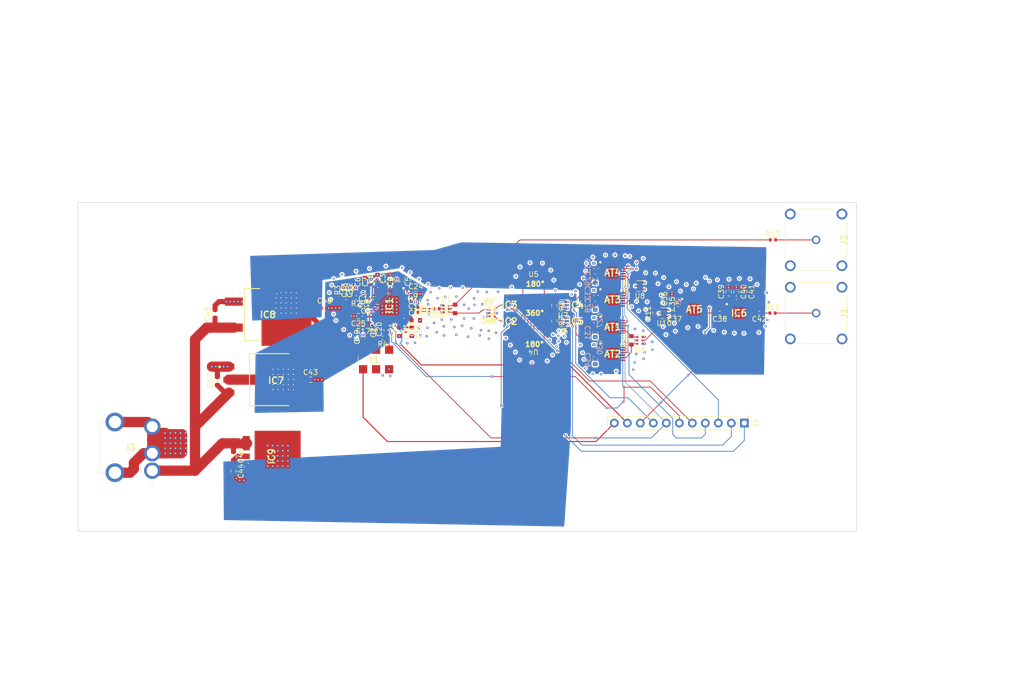
<source format=kicad_pcb>
(kicad_pcb (version 20211014) (generator pcbnew)
  (layers (0 "F.Cu" signal) (1 "In1.Cu" signal) (2 "In2.Cu" signal) (31 "B.Cu" signal) (34 "B.Paste" user) (35 "F.Paste" user) (36 "B.SilkS" user "B.Silkscreen") (37 "F.SilkS" user "F.Silkscreen") (38 "B.Mask" user) (39 "F.Mask" user) (44 "Edge.Cuts" user))
  (net 0 "")
  (net 1 "GND")
  (net 2 "/3V3")
  (net 3 "Net-(AT1-Pad5)")
  (net 4 "/LE")
  (net 5 "/SCLK")
  (net 6 "/MOSI")
  (net 7 "Net-(AT2-Pad5)")
  (net 8 "Net-(AT3-Pad5)")
  (net 9 "Net-(AT3-Pad14)")
  (net 10 "/LE2")
  (net 11 "Net-(AT5-Pad5)")
  (net 12 "Net-(AT5-Pad14)")
  (net 13 "/LE_FA")
  (net 14 "Net-(C1-Pad1)")
  (net 15 "Net-(C2-Pad1)")
  (net 16 "Net-(C4-Pad2)")
  (net 17 "Net-(C5-Pad2)")
  (net 18 "Net-(C6-Pad1)")
  (net 19 "Net-(C10-Pad1)")
  (net 20 "Net-(C10-Pad2)")
  (net 21 "Net-(C11-Pad1)")
  (net 22 "Net-(C12-Pad1)")
  (net 23 "Net-(C14-Pad1)")
  (net 24 "Net-(C14-Pad2)")
  (net 25 "Net-(C15-Pad1)")
  (net 26 "Net-(C15-Pad2)")
  (net 27 "Net-(C16-Pad1)")
  (net 28 "Net-(C17-Pad1)")
  (net 29 "Net-(C18-Pad1)")
  (net 30 "Net-(C21-Pad1)")
  (net 31 "/REFCLK_P")
  (net 32 "/REFCLK_N")
  (net 33 "Net-(C22-Pad2)")
  (net 34 "/5.0625GHz")
  (net 35 "Net-(C26-Pad2)")
  (net 36 "Net-(C37-Pad2)")
  (net 37 "Net-(C38-Pad1)")
  (net 38 "Net-(C42-Pad1)")
  (net 39 "Net-(C42-Pad2)")
  (net 40 "/5V")
  (net 41 "/1V8")
  (net 42 "/12V")
  (net 44 "/LE_PLL")
  (net 45 "Net-(IC2-Pad1)")
  (net 46 "Net-(IC2-Pad3)")
  (net 47 "Net-(IC2-Pad5)")
  (net 48 "/CTRL_180")
  (net 49 "Net-(IC3-Pad1)")
  (net 50 "Net-(IC3-Pad3)")
  (net 51 "Net-(IC3-Pad5)")
  (net 52 "/CTRL_90180")
  (net 53 "Net-(IC4-Pad5)")
  (net 54 "/CTRL_90F")
  (net 55 "Net-(IC5-Pad5)")
  (net 56 "/CTRL_F")
  (net 59 "/5.0625_REF")
  (net 60 "/5.0625_SPLIT1")
  (net 61 "/REF_EN")
  (net 63 "Net-(R11-Pad1)")
  (net 64 "Net-(R11-Pad2)")
  (net 65 "Net-(R7-Pad2)")
  (net 66 "Net-(AT4-Pad5)")
  (net 67 "Net-(AT1-Pad14)")
  (net 68 "Net-(AT2-Pad14)")
  (net 69 "Net-(AT4-Pad14)")
  (net 70 "Net-(R8-Pad1)")
  (net 71 "Net-(J1-Pad1)")
  (net 72 "Net-(J2-Pad1)")
  (footprint "Resistor_SMD:R_0402_1005Metric" (layer "F.Cu") (at 122.37 112.268 90)
    (fp_text reference "C22")
    (fp_text value "100n")
  )
  (footprint "Resistor_SMD:R_0402_1005Metric" (layer "F.Cu") (at 196.596 108.9152 180)
    (fp_text reference "C42")
    (fp_text value "100p")
  )
  (footprint "Resistor_SMD:R_0603_1608Metric" (layer "F.Cu") (at 193.6496 104.7496 -90)
    (fp_text reference "C41")
    (fp_text value "2u2")
  )
  (footprint "SamacSys_Parts:KTT0003B" (layer "F.Cu") (at 105.641 121.92 180)
    (fp_text reference "IC7")
    (fp_text value "LM1085ISX-5.0_NOPB" hide)
  )
  (footprint "Resistor_SMD:R_0402_1005Metric" (layer "F.Cu") (at 199.1868 108.9152)
    (fp_text reference "R12")
    (fp_text value "50")
  )
  (footprint "My_library:180Shift_5.0625GHz" (layer "F.Cu") (at 152.458 111.1332 180)
    (fp_text reference "U4")
    (fp_text value "PassiveShift")
  )
  (footprint "Resistor_SMD:R_0402_1005Metric" (layer "F.Cu") (at 117.7544 104.4448 90)
    (fp_text reference "C12")
    (fp_text value "680p")
  )
  (footprint "SamacSys_Parts:QFN50P400X400X90-25N-D" (layer "F.Cu") (at 167.9448 106.2736)
    (fp_text reference "AT3")
    (fp_text value "RFSA3714TR13" hide)
  )
  (footprint "My_library:Anaren_0805_2012Metric-6" (layer "F.Cu") (at 158.242 107.3912 180)
    (fp_text reference "U7")
    (fp_text value "PD4859J5050S2HF")
  )
  (footprint "Resistor_SMD:R_0603_1608Metric" (layer "F.Cu") (at 122.0216 102.2604 90)
    (fp_text reference "C1")
    (fp_text value "10u")
  )
  (footprint "SamacSys_Parts:SiT5021AI2DE33E100000000X" (layer "F.Cu") (at 121.735 117.983)
    (fp_text reference "Y1")
    (fp_text value "SiT5021AI-2DE-33E-100.000000X" hide)
  )
  (footprint "SamacSys_Parts:51K201400N5" (layer "F.Cu") (at 207.6958 94.615 90)
    (fp_text reference "J2")
    (fp_text value "51K201-400N5" hide)
  )
  (footprint "SamacSys_Parts:C5060J5003AHF" (layer "F.Cu") (at 144.399 108.9152 90)
    (fp_text reference "FL2")
    (fp_text value "C5060J5003AHF" hide)
  )
  (footprint "Resistor_SMD:R_0603_1608Metric" (layer "F.Cu") (at 171.6024 103.632 90)
    (fp_text reference "R9")
    (fp_text value "100")
  )
  (footprint "SamacSys_Parts:QFN50P400X400X90-25N-D" (layer "F.Cu") (at 167.9448 111.6076)
    (fp_text reference "AT1")
    (fp_text value "RFSA3714TR13" hide)
  )
  (footprint "Resistor_SMD:R_0402_1005Metric" (layer "F.Cu") (at 125.7808 102.7684 90)
    (fp_text reference "C2")
    (fp_text value "1n")
  )
  (footprint "Resistor_SMD:R_0402_1005Metric" (layer "F.Cu") (at 115.3668 104.4448 90)
    (fp_text reference "R3")
    (fp_text value "150")
  )
  (footprint "Resistor_SMD:R_0402_1005Metric" (layer "F.Cu") (at 180.0352 108.9152 180)
    (fp_text reference "C37")
    (fp_text value "100p")
  )
  (footprint "Resistor_SMD:R_0603_1608Metric" (layer "F.Cu") (at 108.9274 121.92)
    (fp_text reference "C43")
    (fp_text value "10u")
  )
  (footprint "Resistor_SMD:R_0603_1608Metric" (layer "F.Cu") (at 171.6024 114.2492 90)
    (fp_text reference "R10")
    (fp_text value "100")
  )
  (footprint "Resistor_SMD:R_0603_1608Metric" (layer "F.Cu") (at 93.8784 139.8016 -90)
    (fp_text reference "C44")
    (fp_text value "10u")
  )
  (footprint "Resistor_SMD:R_0402_1005Metric" (layer "F.Cu") (at 115.8748 105.918)
    (fp_text reference "C10")
    (fp_text value "4.7n")
  )
  (footprint "Resistor_SMD:R_0603_1608Metric" (layer "F.Cu") (at 176.3268 108.9406 90)
    (fp_text reference "R11")
    (fp_text value "100")
  )
  (footprint "Resistor_SMD:R_0402_1005Metric" (layer "F.Cu") (at 188.8744 108.9152 180)
    (fp_text reference "C38")
    (fp_text value "100p")
  )
  (footprint "SamacSys_Parts:QFN50P600X600X100-37N-D" (layer "F.Cu") (at 124.333 107.442 -90)
    (fp_text reference "IC1")
    (fp_text value "STW81200TR" hide)
  )
  (footprint "Resistor_SMD:R_0402_1005Metric" (layer "F.Cu") (at 119.6848 105.918 180)
    (fp_text reference "R1")
    (fp_text value "220")
  )
  (footprint "Resistor_SMD:R_0603_1608Metric" (layer "F.Cu") (at 137.16 108.1024 90)
    (fp_text reference "R5")
    (fp_text value "100")
  )
  (footprint "Resistor_SMD:R_0603_1608Metric" (layer "F.Cu") (at 129.4892 110.3376)
    (fp_text reference "C16")
    (fp_text value "10u")
  )
  (footprint "Resistor_SMD:R_0402_1005Metric" (layer "F.Cu") (at 133.546 108.077 180)
    (fp_text reference "C26")
    (fp_text value "100p")
  )
  (footprint "Resistor_SMD:R_0402_1005Metric" (layer "F.Cu") (at 127.508 112.014 -90)
    (fp_text reference "C18")
    (fp_text value "220n")
  )
  (footprint "Resistor_SMD:R_0603_1608Metric" (layer "F.Cu") (at 126.2888 112.5728 -90)
    (fp_text reference "C23")
    (fp_text value "10n")
  )
  (footprint "Resistor_SMD:R_0603_1608Metric" (layer "F.Cu") (at 93.8784 136.8044 -90)
    (fp_text reference "C46")
    (fp_text value "10u")
  )
  (footprint "Resistor_SMD:R_0402_1005Metric" (layer "F.Cu") (at 123.005 113.792 180)
    (fp_text reference "R4")
    (fp_text value "100")
  )
  (footprint "Resistor_SMD:R_0402_1005Metric" (layer "F.Cu") (at 128.9304 106.7816)
    (fp_text reference "C9")
    (fp_text value "220n")
  )
  (footprint "Resistor_SMD:R_0402_1005Metric" (layer "F.Cu") (at 120.8024 102.8192 90)
    (fp_text reference "C7")
    (fp_text value "220n")
  )
  (footprint "SamacSys_Parts:QFN50P400X400X90-25N" (layer "F.Cu") (at 167.9448 100.9904)
    (fp_text reference "AT4")
    (fp_text value "PE43650A-Z" hide)
  )
  (footprint "Resistor_SMD:R_0402_1005Metric" (layer "F.Cu") (at 129.4384 108.7628)
    (fp_text reference "C15")
    (fp_text value "100p")
  )
  (footprint "Resistor_SMD:R_0402_1005Metric" (layer "F.Cu") (at 180.7464 107.1372 90)
    (fp_text reference "C35")
    (fp_text value "470p")
  )
  (footprint "Resistor_SMD:R_0402_1005Metric" (layer "F.Cu") (at 129.4384 107.7976)
    (fp_text reference "C14")
    (fp_text value "100p")
  )
  (footprint "SamacSys_Parts:51K201400N5" (layer "F.Cu") (at 207.7076 108.9152 90)
    (fp_text reference "J1")
    (fp_text value "51K201-400N5" hide)
  )
  (footprint "Resistor_SMD:R_0603_1608Metric" (layer "F.Cu") (at 190.6016 104.7496 90)
    (fp_text reference "C39")
    (fp_text value "2u2")
  )
  (footprint "Resistor_SMD:R_0402_1005Metric" (layer "F.Cu") (at 121.158 112.0648 -90)
    (fp_text reference "C20")
    (fp_text value "220n")
  )
  (footprint "SamacSys_Parts:BGS12P2L6E6327XTSA1" (layer "F.Cu") (at 147.574 110.5408 180)
    (fp_text reference "IC2")
    (fp_text value "BGS12P2L6E6327XTSA1" hide)
  )
  (footprint "Resistor_SMD:R_0603_1608Metric" (layer "F.Cu") (at 179.5272 106.1212 90)
    (fp_text reference "C36")
    (fp_text value "1u")
  )
  (footprint "SamacSys_Parts:QFN50P400X400X90-25N-D" (layer "F.Cu") (at 183.896 108.1532)
    (fp_text reference "AT5")
    (fp_text value "RFSA3714TR13" hide)
  )
  (footprint "My_library:Anaren_0805_2012Metric-6" (layer "F.Cu") (at 173.2788 103.632 180)
    (fp_text reference "U8")
    (fp_text value "PD4859J5050S2HF")
  )
  (footprint "SamacSys_Parts:BGS12P2L6E6327XTSA1" (layer "F.Cu") (at 160.557 110.49 180)
    (fp_text reference "IC5")
    (fp_text value "BGS12P2L6E6327XTSA1" hide)
  )
  (footprint "Resistor_SMD:R_0402_1005Metric" (layer "F.Cu") (at 116.7384 104.4448 90)
    (fp_text reference "C13")
    (fp_text value "47n")
  )
  (footprint "Resistor_SMD:R_0603_1608Metric" (layer "F.Cu") (at 124.5108 102.2096 90)
    (fp_text reference "C3")
    (fp_text value "10u")
  )
  (footprint "SamacSys_Parts:QFN50P400X400X90-21N-D" (layer "F.Cu") (at 192.6336 108.9152)
    (fp_text reference "IC6")
    (fp_text value "RFPA5542TR13" hide)
  )
  (footprint "Resistor_SMD:R_0603_1608Metric" (layer "F.Cu") (at 128.7272 112.5728 -90)
    (fp_text reference "C19")
    (fp_text value "10u")
  )
  (footprint "Resistor_SMD:R_0603_1608Metric" (layer "F.Cu") (at 118.2624 109.5248 180)
    (fp_text reference "C25")
    (fp_text value "10u")
  )
  (footprint "My_library:Anaren_0805_2012Metric-6" (layer "F.Cu") (at 158.242 110.49 180)
    (fp_text reference "U6")
    (fp_text value "PD4859J5050S2HF")
  )
  (footprint "Resistor_SMD:R_0603_1608Metric" (layer "F.Cu") (at 111.6584 107.95)
    (fp_text reference "C48")
    (fp_text value "10u")
  )
  (footprint "Resistor_SMD:R_0603_1608Metric" (layer "F.Cu") (at 119.5832 102.87 90)
    (fp_text reference "C6")
    (fp_text value "10u")
  )
  (footprint "SamacSys_Parts:BA18DD0WHFPTR" (layer "F.Cu") (at 101.346 136.906 -90)
    (fp_text reference "IC9")
    (fp_text value "BA18DD0WHFP-TR" hide)
  )
  (footprint "SamacSys_Parts:BGS12P2L6E6327XTSA1" (layer "F.Cu") (at 160.557 107.3912 180)
    (fp_text reference "IC4")
    (fp_text value "BGS12P2L6E6327XTSA1" hide)
  )
  (footprint "My_library:180Shift_5.0625GHz" (layer "F.Cu") (at 152.4944 106.7408)
    (fp_text reference "U5")
    (fp_text value "PassiveShift")
  )
  (footprint "Resistor_SMD:R_0402_1005Metric" (layer "F.Cu") (at 119.6848 104.902 180)
    (fp_text reference "C11")
    (fp_text value "680p")
  )
  (footprint "Resistor_SMD:R_0402_1005Metric" (layer "F.Cu") (at 119.6848 107.3404 180)
    (fp_text reference "C8")
    (fp_text value "10n")
  )
  (footprint "Resistor_SMD:R_0402_1005Metric" (layer "F.Cu") (at 117.8052 105.918 180)
    (fp_text reference "R2")
    (fp_text value "120")
  )
  (footprint "SamacSys_Parts:BGS12P2L6E6327XTSA1" (layer "F.Cu") (at 147.574 107.2896 180)
    (fp_text reference "IC3")
    (fp_text value "BGS12P2L6E6327XTSA1" hide)
  )
  (footprint "Resistor_SMD:R_0603_1608Metric" (layer "F.Cu") (at 156.5656 110.4392 -90)
    (fp_text reference "R7")
    (fp_text value "100")
  )
  (footprint "Resistor_SMD:R_0402_1005Metric" (layer "F.Cu") (at 119.2022 113.5888 90)
    (fp_text reference "C49")
    (fp_text value "100n")
  )
  (footprint "Resistor_SMD:R_0603_1608Metric" (layer "F.Cu") (at 90.7288 122.174 90)
    (fp_text reference "C47")
    (fp_text value "10u")
  )
  (footprint "SamacSys_Parts:HHM1908A2" (layer "F.Cu") (at 131.8768 108.331 180)
    (fp_text reference "FL1")
    (fp_text value "HHM1908A2" hide)
  )
  (footprint "Resistor_SMD:R_0402_1005Metric" (layer "F.Cu") (at 126.7968 102.7684 -90)
    (fp_text reference "C5")
    (fp_text value "100n")
  )
  (footprint "Resistor_SMD:R_0603_1608Metric" (layer "F.Cu") (at 119.1768 110.998 180)
    (fp_text reference "C17")
    (fp_text value "10u")
  )
  (footprint "Resistor_SMD:R_0603_1608Metric" (layer "F.Cu") (at 156.5656 107.442 -90)
    (fp_text reference "R8")
    (fp_text value "100")
  )
  (footprint "Resistor_SMD:R_0402_1005Metric" (layer "F.Cu") (at 123.64 112.268 -90)
    (fp_text reference "C21")
    (fp_text value "100n")
  )
  (footprint "Resistor_SMD:R_0402_1005Metric" (layer "F.Cu") (at 123.2916 102.8192 -90)
    (fp_text reference "C4")
    (fp_text value "100n")
  )
  (footprint "Resistor_SMD:R_0603_1608Metric" (layer "F.Cu") (at 192.1256 104.7496 -90)
    (fp_text reference "C40")
    (fp_text value "2u2")
  )
  (footprint "SamacSys_Parts:PJ079BH" (layer "F.Cu") (at 78.01 139.7)
    (fp_text reference "J3")
    (fp_text value "PJ-079BH" hide)
  )
  (footprint "Resistor_SMD:R_0603_1608Metric" (layer "F.Cu") (at 129.4892 105.156)
    (fp_text reference "C24")
    (fp_text value "10u")
  )
  (footprint "Resistor_SMD:R_0402_1005Metric" (layer "F.Cu") (at 199.263 94.615)
    (fp_text reference "R13")
    (fp_text value "50")
  )
  (footprint "Resistor_SMD:R_0603_1608Metric" (layer "F.Cu") (at 90.2716 109.0676 90)
    (fp_text reference "C45")
    (fp_text value "10u")
  )
  (footprint "SamacSys_Parts:QFN50P400X400X90-25N" (layer "F.Cu") (at 167.9448 116.8908)
    (fp_text reference "AT2")
    (fp_text value "PE43650A-Z" hide)
  )
  (footprint "My_library:Anaren_0805_2012Metric-6" (layer "F.Cu") (at 135.4328 108.1024)
    (fp_text reference "U1")
    (fp_text value "PD4859J5050S2HF")
  )
  (footprint "My_library:Anaren_0805_2012Metric-6" (layer "F.Cu") (at 173.2788 114.2492 180)
    (fp_text reference "U9")
    (fp_text value "PD4859J5050S2HF")
  )
  (footprint "My_library:Anaren_0805_2012Metric-6" (layer "F.Cu") (at 178.0032 108.9406 180)
    (fp_text reference "U10")
    (fp_text value "PD4859J5050S2HF")
  )
  (footprint "SamacSys_Parts:LD1085D2T33R" (layer "F.Cu") (at 104.2275 109.22)
    (fp_text reference "IC8")
    (fp_text value "LD1085D2T33R" hide)
  )
  (footprint "Connector_PinHeader_2.54mm:PinHeader_1x11_P2.54mm_Vertical" (layer "F.Cu") (at 193.675 130.4036 -90)
    (fp_text reference "J4")
    (fp_text value "Conn_01x13_Female")
  )
  (footprint "Resistor_SMD:R_0603_1608Metric" (layer "B.Cu") (at 164.5412 118.0592 -90)
    (fp_text reference "C34")
    (fp_text value "1u")
  )
  (footprint "Resistor_SMD:R_0402_1005Metric" (layer "B.Cu") (at 164.2872 104.9782 -90)
    (fp_text reference "C32")
    (fp_text value "470p")
  )
  (footprint "Resistor_SMD:R_0402_1005Metric" (layer "B.Cu") (at 164.2872 115.5954 90)
    (fp_text reference "C30")
    (fp_text value "470p")
  )
  (footprint "Resistor_SMD:R_0402_1005Metric" (layer "B.Cu") (at 164.2872 110.3122 90)
    (fp_text reference "C27")
    (fp_text value "470p")
  )
  (footprint "Resistor_SMD:R_0603_1608Metric" (layer "B.Cu") (at 164.5412 102.1588 -90)
    (fp_text reference "C29")
    (fp_text value "1u")
  )
  (footprint "Resistor_SMD:R_0603_1608Metric" (layer "B.Cu") (at 164.5412 112.776 -90)
    (fp_text reference "C31")
    (fp_text value "1u")
  )
  (footprint "Resistor_SMD:R_0402_1005Metric" (layer "B.Cu") (at 164.2872 99.695 -90)
    (fp_text reference "C33")
    (fp_text value "470p")
  )
  (footprint "Resistor_SMD:R_0603_1608Metric" (layer "B.Cu") (at 164.5412 107.442 -90)
    (fp_text reference "C28")
    (fp_text value "1u")
  )
  (gr_rect (start 63.5 151.5364) (end 215.5952 87.3252) (layer "Edge.Cuts") (width 0.1) (fill none))
  (gr_text "180°" (at 152.8572 103.2256) (layer "F.SilkS") (effects (font (size 1 1) (thickness 0.25))))
  (gr_text "180°" (at 152.7048 115.0112) (layer "F.SilkS") (effects (font (size 1 1) (thickness 0.25))))
  (gr_text "90°" (at 144.018 106.6292) (layer "F.SilkS") (effects (font (size 1 1) (thickness 0.25))))
  (gr_text "360°" (at 152.7556 108.9152) (layer "F.SilkS") (effects (font (size 1 1) (thickness 0.25))))
  (gr_text "360°" (at 144.1958 110.4392) (layer "F.SilkS") (effects (font (size 1 1) (thickness 0.25))))
  (segment (start 118.6434 107.3404) (end 119.1748 107.3404) (width 0.3) (layer "F.Cu") (net 1))
  (segment (start 83.82 132.588) (end 80.518 132.588) (width 2) (layer "F.Cu") (net 1))
  (segment (start 169.9448 117.1408) (end 168.1948 117.1408) (width 0.3) (layer "F.Cu") (net 1))
  (segment (start 167.6948 104.2736) (end 167.6948 105.3012) (width 0.3) (layer "F.Cu") (net 1))
  (segment (start 80.518 132.334) (end 80.518 136.318) (width 2) (layer "F.Cu") (net 1))
  (segment (start 169.1948 98.9904) (end 169.1948 99.7404) (width 0.3) (layer "F.Cu") (net 1))
  (segment (start 90.424 119.38) (end 89.662 119.38) (width 2) (layer "F.Cu") (net 1))
  (segment (start 167.1948 98.9904) (end 167.1948 100.3196) (width 0.3) (layer "F.Cu") (net 1))
  (segment (start 169.9448 111.8576) (end 168.8664 111.8576) (width 0.3) (layer "F.Cu") (net 1))
  (segment (start 121.483 106.6598) (end 121.483 106.442) (width 0.3) (layer "F.Cu") (net 1))
  (segment (start 70.71 140.1) (end 73.650202 140.1) (width 2) (layer "F.Cu") (net 1))
  (segment (start 169.1948 102.9904) (end 169.1948 102.3196) (width 0.3) (layer "F.Cu") (net 1))
  (segment (start 83.82 136.144) (end 83.82 132.588) (width 2) (layer "F.Cu") (net 1))
  (segment (start 172.7838 114.2492) (end 172.3644 114.2492) (width 0.147) (layer "F.Cu") (net 1))
  (segment (start 190.7336 107.9152) (end 190.7336 108.4152) (width 0.3) (layer "F.Cu") (net 1))
  (segment (start 114.554 107.95) (end 112.4834 107.95) (width 1) (layer "F.Cu") (net 1))
  (segment (start 166.6948 105.0236) (end 167.9448 106.2736) (width 0.3) (layer "F.Cu") (net 1))
  (segment (start 168.1948 106.5236) (end 167.9448 106.2736) (width 0.3) (layer "F.Cu") (net 1))
  (segment (start 191.6336 107.9152) (end 191.8208 108.1024) (width 0.3) (layer "F.Cu") (net 1))
  (segment (start 168.6948 114.8908) (end 168.6948 116.1408) (width 0.3) (layer "F.Cu") (net 1))
  (segment (start 166.6948 109.6076) (end 166.6948 110.3576) (width 0.3) (layer "F.Cu") (net 1))
  (segment (start 168.1948 98.9904) (end 168.1948 100.0404) (width 0.3) (layer "F.Cu") (net 1))
  (segment (start 166.6948 115.6408) (end 167.9448 116.8908) (width 0.3) (layer "F.Cu") (net 1))
  (segment (start 180.7464 106.6272) (end 180.7464 106.5154) (width 0.3) (layer "F.Cu") (net 1))
  (segment (start 168.6948 100.2404) (end 167.9448 100.9904) (width 0.3) (layer "F.Cu") (net 1))
  (segment (start 183.146 110.1532) (end 183.146 109.654) (width 0.3) (layer "F.Cu") (net 1))
  (segment (start 181.896 106.9032) (end 182.646 106.9032) (width 0.3) (layer "F.Cu") (net 1))
  (segment (start 159.146 111.14) (end 159.1564 111.1504) (width 0.147) (layer "F.Cu") (net 1))
  (segment (start 168.6948 108.2736) (end 168.6948 107.0012) (width 0.3) (layer "F.Cu") (net 1))
  (segment (start 183.646 108.4032) (end 183.896 108.1532) (width 0.3) (layer "F.Cu") (net 1))
  (segment (start 93.8784 137.6294) (end 93.9676 137.6294) (width 1) (layer "F.Cu") (net 1))
  (segment (start 167.6948 111.8576) (end 167.9448 111.6076) (width 0.3) (layer "F.Cu") (net 1))
  (segment (start 165.9448 117.1408) (end 167.6948 117.1408) (width 0.3) (layer "F.Cu") (net 1))
  (segment (start 185.146 106.9032) (end 183.896 108.1532) (width 0.3) (layer "F.Cu") (net 1))
  (segment (start 158.737 111.14) (end 159.146 111.14) (width 0.147) (layer "F.Cu") (net 1))
  (segment (start 123.833 104.592) (end 123.833 106.942) (width 0.3) (layer "F.Cu") (net 1))
  (segment (start 184.146 108.4032) (end 183.896 108.1532) (width 0.3) (layer "F.Cu") (net 1))
  (segment (start 90.2716 108.2426) (end 90.2716 107.442) (width 1) (layer "F.Cu") (net 1))
  (segment (start 166.6156 99.7404) (end 167.2052 100.33) (width 0.3) (layer "F.Cu") (net 1))
  (segment (start 184.146 106.1532) (end 184.146 107.9032) (width 0.3) (layer "F.Cu") (net 1))
  (segment (start 94.3549 141.1031) (end 94.4565 141.2047) (width 1) (layer "F.Cu") (net 1))
  (segment (start 70.71 130.2) (end 77.11 130.2) (width 2) (layer "F.Cu") (net 1))
  (segment (start 134.498602 107.3912) (end 134.559802 107.4524) (width 0.147) (layer "F.Cu") (net 1))
  (segment (start 169.9448 102.2404) (end 169.1948 102.2404) (width 0.3) (layer "F.Cu") (net 1))
  (segment (start 95.25 136.906) (end 94.691 136.906) (width 1) (layer "F.Cu") (net 1))
  (segment (start 192.6336 110.8152) (end 192.6336 108.9152) (width 0.3) (layer "F.Cu") (net 1))
  (segment (start 78.01 136.3) (end 78.01 133.636) (width 2) (layer "F.Cu") (net 1))
  (segment (start 168.1948 106.0236) (end 167.9448 106.2736) (width 0.3) (layer "F.Cu") (net 1))
  (segment (start 168.6948 102.9904) (end 168.6948 101.7404) (width 0.3) (layer "F.Cu") (net 1))
  (segment (start 167.1948 114.8908) (end 167.1948 116.1692) (width 0.3) (layer "F.Cu") (net 1))
  (segment (start 168.6948 104.2736) (end 168.6948 105.5236) (width 0.3) (layer "F.Cu") (net 1))
  (segment (start 78.01 136.3) (end 83.664 136.3) (width 2) (layer "F.Cu") (net 1))
  (segment (start 168.1948 117.1408) (end 167.9448 116.8908) (width 0.3) (layer "F.Cu") (net 1))
  (segment (start 90.7288 121.349) (end 90.7288 119.6848) (width 1) (layer "F.Cu") (net 1))
  (segment (start 184.146 107.9032) (end 183.896 108.1532) (width 0.3) (layer "F.Cu") (net 1))
  (segment (start 97.826 141.581) (end 102.501 136.906) (width 1) (layer "F.Cu") (net 1))
  (segment (start 159.146 106.7412) (end 159.1564 106.7308) (width 0.147) (layer "F.Cu") (net 1))
  (segment (start 193.1336 107.0152) (end 193.6336 107.0152) (width 0.3) (layer "F.Cu") (net 1))
  (segment (start 124.833 104.592) (end 123.833 104.592) (width 0.3) (layer "F.Cu") (net 1))
  (segment (start 167.6948 100.7404) (end 167.9448 100.9904) (width 0.3) (layer "F.Cu") (net 1))
  (segment (start 184.646 106.1532) (end 184.646 107.4032) (width 0.3) (layer "F.Cu") (net 1))
  (segment (start 173.7738 114.8992) (end 174.1828 114.8992) (width 0.147) (layer "F.Cu") (net 1))
  (segment (start 166.6948 118.1408) (end 167.9448 116.8908) (width 0.3) (layer "F.Cu") (net 1))
  (segment (start 169.9448 107.5236) (end 169.1948 107.5236) (width 0.3) (layer "F.Cu") (net 1))
  (segment (start 143.904 108.9152) (end 143.4592 108.9152) (width 0.147) (layer "F.Cu") (net 1))
  (segment (start 80.534 134.334) (end 78.708 134.334) (width 2) (layer "F.Cu") (net 1))
  (segment (start 168.1948 109.6076) (end 168.1948 111.3576) (width 0.3) (layer "F.Cu") (net 1))
  (segment (start 192.1336 108.4152) (end 192.6336 108.9152) (width 0.3) (layer "F.Cu") (net 1))
  (segment (start 124.833 104.592) (end 124.833 106.942) (width 0.3) (layer "F.Cu") (net 1))
  (segment (start 166.6948 98.9904) (end 166.6948 99.7404) (width 0.3) (layer "F.Cu") (net 1))
  (segment (start 144.894 108.9152) (end 145.3388 108.9152) (width 0.147) (layer "F.Cu") (net 1))
  (segment (start 165.9448 107.5236) (end 167.3948 107.5236) (width 0.3) (layer "F.Cu") (net 1))
  (segment (start 161.2378 110.49) (end 161.3408 110.593) (width 0.147) (layer "F.Cu") (net 1))
  (segment (start 190.7336 108.4152) (end 192.1336 108.4152) (width 0.3) (layer "F.Cu") (net 1))
  (segment (start 167.6948 98.9904) (end 167.6948 100.7404) (width 0.3) (layer "F.Cu") (net 1))
  (segment (start 95.0962 141.581) (end 94.8328 141.581) (width 1) (layer "F.Cu") (net 1))
  (segment (start 166.6948 102.2404) (end 167.9448 100.9904) (width 0.3) (layer "F.Cu") (net 1))
  (segment (start 194.5336 109.4152) (end 193.1336 109.4152) (width 0.3) (layer "F.Cu") (net 1))
  (segment (start 127.183 106.442) (end 125.333 106.442) (width 0.3) (layer "F.Cu") (net 1))
  (segment (start 78.708 134.334) (end 78.01 133.636) (width 2) (layer "F.Cu") (net 1))
  (segment (start 193.6496 103.9246) (end 190.6016 103.9246) (width 0.3) (layer "F.Cu") (net 1))
  (segment (start 169.1948 112.886) (end 168.656 112.3472) (width 0.3) (layer "F.Cu") (net 1))
  (segment (start 183.146 106.1532) (end 183.146 107.4032) (width 0.3) (layer "F.Cu") (net 1))
  (segment (start 125.833 105.942) (end 124.333 107.442) (width 0.3) (layer "F.Cu") (net 1))
  (segment (start 160.757 107.3912) (end 161.2886 107.3912) (width 0.147) (layer "F.Cu") (net 1))
  (segment (start 168.6948 118.8908) (end 168.6948 117.6692) (width 0.3) (layer "F.Cu") (net 1))
  (segment (start 174.1828 102.982) (end 174.1932 102.9716) (width 0.147) (layer "F.Cu") (net 1))
  (segment (start 184.646 110.1532) (end 184.646 108.9032) (width 0.3) (layer "F.Cu") (net 1))
  (segment (start 167.1948 109.6076) (end 167.1948 110.8576) (width 0.3) (layer "F.Cu") (net 1))
  (segment (start 184.716 108.4032) (end 184.5564 108.2436) (width 0.3) (layer "F.Cu") (net 1))
  (segment (start 168.1948 102.9904) (end 168.1948 102.0196) (width 0.3) (layer "F.Cu") (net 1))
  (segment (start 167.1948 102.9904) (end 167.1948 101.7404) (width 0.3) (layer "F.Cu") (net 1))
  (segment (start 167.6948 102.9904) (end 167.6948 101.9404) (width 0.3) (layer "F.Cu") (net 1))
  (segment (start 166.6948 107.5236) (end 167.256 106.9624) (width 0.3) (layer "F.Cu") (net 1))
  (segment (start 165.9448 110.3576) (end 166.6948 110.3576) (width 0.3) (layer "F.Cu") (net 1))
  (segment (start 169.1948 110.3576) (end 167.9448 111.6076) (width 0.3) (layer "F.Cu") (net 1))
  (segment (start 169.1948 102.9904) (end 166.6948 102.9904) (width 0.3) (layer "F.Cu") (net 1))
  (segment (start 169.9448 106.5236) (end 168.1948 106.5236) (width 0.3) (layer "F.Cu") (net 1))
  (segment (start 172.7838 103.632) (end 172.3644 103.632) (width 0.147) (layer "F.Cu") (net 1))
  (segment (start 192.1336 109.8152) (end 191.9224 109.604) (width 0.3) (layer "F.Cu") (net 1))
  (segment (start 169.1948 118.8908) (end 169.1948 118.1692) (width 0.3) (layer "F.Cu") (net 1))
  (segment (start 111.1504 121.92) (end 110.3884 121.92) (width 1) (layer "F.Cu") (net 1))
  (segment (start 193.1336 107.0152) (end 193.1336 108.4152) (width 0.3) (layer "F.Cu") (net 1))
  (segment (start 177.0126 108.9406) (end 176.9872 108.966) (width 0.147) (layer "F.Cu") (net 1))
  (segment (start 147.774 110.5408) (end 148.1836 110.5408) (width 0.147) (layer "F.Cu") (net 1))
  (segment (start 123.833 106.942) (end 124.333 107.442) (width 0.3) (layer "F.Cu") (net 1))
  (segment (start 183.646 107.9032) (end 183.896 108.1532) (width 0.3) (layer "F.Cu") (net 1))
  (segment (start 80.518 136.318) (end 80.534 136.334) (width 2) (layer "F.Cu") (net 1))
  (segment (start 91.0336 106.68) (end 93.218 106.68) (width 1) (layer "F.Cu") (net 1))
  (segment (start 79.244 132.334) (end 78.01 131.1) (width 2) (layer "F.Cu") (net 1))
  (segment (start 192.1336 110.8152) (end 192.1336 109.8152) (width 0.3) (layer "F.Cu") (net 1))
  (segment (start 167.3948 102.2404) (end 167.9052 101.73) (width 0.3) (layer "F.Cu") (net 1))
  (segment (start 169.1948 113.6076) (end 169.1948 112.886) (width 0.3) (layer "F.Cu") (net 1))
  (segment (start 157.747 107.3912) (end 158.1912 107.3912) (width 0.147) (layer "F.Cu") (net 1))
  (segment (start 184.646 107.4032) (end 183.896 108.1532) (width 0.3) (layer "F.Cu") (net 1))
  (segment (start 165.9448 106.5236) (end 167.6948 106.5236) (width 0.3) (layer "F.Cu") (net 1))
  (segment (start 167.1948 118.8908) (end 167.1948 117.59) (width 0.3) (layer "F.Cu") (net 1))
  (segment (start 158.737 109.84) (end 159.146 109.84) (width 0.147) (layer "F.Cu") (net 1))
  (segment (start 178.9026 108.2906) (end 178.9176 108.3056) (width 0.147) (layer "F.Cu") (net 1))
  (segment (start 182.646 110.1532) (end 182.646 109.4032) (width 0.3) (layer "F.Cu") (net 1))
  (segment (start 113.1316 107.95) (end 113.8428 107.95) (width 1) (layer "F.Cu") (net 1))
  (segment (start 109.7524 121.92) (end 110.3884 121.92) (width 1) (layer "F.Cu") (net 1))
  (segment (start 169.1948 99.7404) (end 167.9448 100.9904) (width 0.3) (layer "F.Cu") (net 1))
  (segment (start 168.6948 110.8576) (end 167.9448 111.6076) (width 0.3) (layer "F.Cu") (net 1))
  (segment (start 182.646 106.9032) (end 183.896 108.1532) (width 0.3) (layer "F.Cu") (net 1))
  (segment (start 169.1948 108.2736) (end 169.1948 107.5012) (width 0.3) (layer "F.Cu") (net 1))
  (segment (start 94.8328 141.581) (end 94.4565 141.2047) (width 1) (layer "F.Cu") (net 1))
  (segment (start 167.1948 117.59) (end 167.2052 117.5796) (width 0.3) (layer "F.Cu") (net 1))
  (segment (start 194.5336 108.4152) (end 194.5336 107.9152) (width 0.3) (layer "F.Cu") (net 1))
  (segment (start 185.896 108.4032) (end 184.716 108.4032) (width 0.3) (layer "F.Cu") (net 1))
  (segment (start 95.099 141.581) (end 95.9104 141.581) (width 1) (layer "F.Cu") (net 1))
  (segment (start 174.1828 114.8992) (end 174.1932 114.9096) (width 0.147) (layer "F.Cu") (net 1))
  (segment (start 181.896 106.9032) (end 181.0224 106.9032) (width 0.3) (layer "F.Cu") (net 1))
  (segment (start 124.5108 101.3846) (end 124.523 101.3846) (width 0.3) (layer "F.Cu") (net 1))
  (segment (start 168.1948 100.0404) (end 167.9052 100.33) (width 0.3) (layer "F.Cu") (net 1))
  (segment (start 194.5336 107.9152) (end 193.6336 107.9152) (width 0.3) (layer "F.Cu") (net 1))
  (segment (start 95.9104 141.581) (end 97.826 141.581) (width 1) (layer "F.Cu") (net 1))
  (segment (start 168.6948 101.7404) (end 167.9448 100.9904) (width 0.3) (layer "F.Cu") (net 1))
  (segment (start 168.6948 105.5236) (end 168.656 105.5624) (width 0.3) (layer "F.Cu") (net 1))
  (segment (start 174.1828 104.282) (end 174.1932 104.2924) (width 0.147) (layer "F.Cu") (net 1))
  (segment (start 169.1948 105.0236) (end 167.9448 106.2736) (width 0.3) (layer "F.Cu") (net 1))
  (segment (start 167.1948 113.6076) (end 167.1948 112.3576) (width 0.3) (layer "F.Cu") (net 1))
  (segment (start 166.6948 98.9904) (end 169.1948 98.9904) (width 0.3) (layer "F.Cu") (net 1))
  (segment (start 167.1948 107.0236) (end 167.256 106.9624) (width 0.3) (layer "F.Cu") (net 1))
  (segment (start 92.71 119.38) (end 91.948 119.38) (width 2) (layer "F.Cu") (net 1))
  (segment (start 180.7464 106.5154) (end 179.5272 105.2962) (width 0.3) (layer "F.Cu") (net 1))
  (segment (start 177.5082 108.9406) (end 177.0126 108.9406) (width 0.147) (layer "F.Cu") (net 1))
  (segment (start 167.1948 110.8576) (end 167.9448 111.6076) (width 0.3) (layer "F.Cu") (net 1))
  (segment (start 166.6948 108.2736) (end 166.6948 107.5236) (width 0.3) (layer "F.Cu") (net 1))
  (segment (start 169.1948 112.8576) (end 167.9448 111.6076) (width 0.3) (layer "F.Cu") (net 1))
  (segment (start 167.6948 109.6076) (end 167.6948 111.3576) (width 0.3) (layer "F.Cu") (net 1))
  (segment (start 166.6948 115.6692) (end 167.2052 116.1796) (width 0.3) (layer "F.Cu") (net 1))
  (segment (start 169.1948 114.8908) (end 169.1948 115.6408) (width 0.3) (layer "F.Cu") (net 1))
  (segment (start 159.146 109.84) (end 159.1564 109.8296) (width 0.147) (layer "F.Cu") (net 1))
  (segment (start 168.1948 101.2404) (end 167.9448 100.9904) (width 0.3) (layer "F.Cu") (net 1))
  (segment (start 169.1948 109.6076) (end 169.1948 110.3576) (width 0.3) (layer "F.Cu") (net 1))
  (segment (start 185.896 109.4032) (end 185.016 109.4032) (width 0.3) (layer "F.Cu") (net 1))
  (segment (start 165.9448 105.0236) (end 166.6948 105.0236) (width 0.3) (layer "F.Cu") (net 1))
  (segment (start 93.9676 137.6294) (end 94.2593 137.3377) (width 1) (layer "F.Cu") (net 1))
  (segment (start 168.1948 118.8908) (end 168.1948 117.8692) (width 0.3) (layer "F.Cu") (net 1))
  (segment (start 168.6948 116.1408) (end 167.9448 116.8908) (width 0.3) (layer "F.Cu") (net 1))
  (segment (start 193.6336 109.9152) (end 192.6336 108.9152) (width 0.3) (layer "F.Cu") (net 1))
  (segment (start 168.6948 107.0012) (end 168.656 106.9624) (width 0.3) (layer "F.Cu") (net 1))
  (segment (start 194.5336 108.4152) (end 193.1336 108.4152) (width 0.3) (layer "F.Cu") (net 1))
  (segment (start 83.664 136.3) (end 83.82 136.144) (width 2) (layer "F.Cu") (net 1))
  (segment (start 168.1948 114.8908) (end 168.1948 116.6408) (width 0.3) (layer "F.Cu") (net 1))
  (segment (start 127.183 106.942) (end 127.183 105.942) (width 0.3) (layer "F.Cu") (net 1))
  (segment (start 169.1948 118.1408) (end 167.9448 116.8908) (width 0.3) (layer "F.Cu") (net 1))
  (segment (start 185.146 106.1532) (end 185.146 106.9032) (width 0.3) (layer "F.Cu") (net 1))
  (segment (start 135.9278 108.1024) (end 136.3472 108.1024) (width 0.147) (layer "F.Cu") (net 1))
  (segment (start 166.6948 113.6076) (end 169.1948 113.6076) (width 0.3) (layer "F.Cu") (net 1))
  (segment (start 168.1948 117.8692) (end 167.9052 117.5796) (width 0.3) (layer "F.Cu") (net 1))
  (segment (start 182.646 106.1532) (end 182.646 106.9032) (width 0.3) (layer "F.Cu") (net 1))
  (segment (start 167.6948 117.79) (end 167.9052 117.5796) (width 0.3) (layer "F.Cu") (net 1))
  (segment (start 121.483 106.942) (end 121.483 106.6598) (width 0.3) (layer "F.Cu") (net 1))
  (segment (start 183.146 109.654) (end 183.8564 108.9436) (width 0.3) (layer "F.Cu") (net 1))
  (segment (start 167.6948 101.9404) (end 167.9052 101.73) (width 0.3) (layer "F.Cu") (net 1))
  (segment (start 134.496087 108.7524) (end 134.9378 108.7524) (width 0.147) (layer "F.Cu") (net 1))
  (segment (start 168.1948 107.2012) (end 167.956 106.9624) (width 0.3) (layer "F.Cu") (net 1))
  (segment (start 169.1948 109.6076) (end 166.6948 109.6076) (width 0.3) (layer "F.Cu") (net 1))
  (segment (start 168.6948 112.386) (end 168.656 112.3472) (width 0.3) (layer "F.Cu") (net 1))
  (segment (start 193.1336 110.8152) (end 193.1336 109.4152) (width 0.3) (layer "F.Cu") (net 1))
  (segment (start 193.6336 107.9152) (end 192.6336 108.9152) (width 0.3) (layer "F.Cu") (net 1))
  (segment (start 157.747 110.49) (end 158.1912 110.49) (width 0.147) (layer "F.Cu") (net 1))
  (segment (start 168.6948 109.6076) (end 168.6948 110.8576) (width 0.3) (layer "F.Cu") (net 1))
  (segment (start 143.904 109.5652) (end 143.4696 109.5652) (width 0.147) (layer "F.Cu") (net 1))
  (segment (start 173.7738 104.282) (end 174.1828 104.282) (width 0.147) (layer "F.Cu") (net 1))
  (segment (start 169.1948 114.8908) (end 166.6948 114.8908) (width 0.3) (layer "F.Cu") (net 1))
  (segment (start 178.9176 109.5756) (end 178.9026 109.5906) (width 0.147) (layer "F.Cu") (net 1))
  (segment (start 169.9448 112.8576) (end 169.1948 112.8576) (width 0.3) (layer "F.Cu") (net 1))
  (segment (start 165.9448 99.7404) (end 166.6156 99.7404) (width 0.3) (layer "F.Cu") (net 1))
  (segment (start 174.1828 113.5992) (end 174.1932 113.5888) (width 0.147) (layer "F.Cu") (net 1))
  (segment (start 168.1948 102.0196) (end 167.9052 101.73) (width 0.3) (layer "F.Cu") (net 1))
  (segment (start 190.7336 107.9152) (end 191.6336 107.9152) (width 0.3) (layer "F.Cu") (net 1))
  (segment (start 73.650202 140.1) (end 74.422 139.328202) (width 2) (layer "F.Cu") (net 1))
  (segment (start 91.186 119.38) (end 90.424 119.38) (width 2) (layer "F.Cu") (net 1))
  (segment (start 165.9448 102.2404) (end 167.3948 102.2404) (width 0.3) (layer "F.Cu") (net 1))
  (segment (start 158.737 108.0412) (end 159.146 108.0412) (width 0.147) (layer "F.Cu") (net 1))
  (segment (start 165.9448 112.8576) (end 166.6948 112.8576) (width 0.3) (layer "F.Cu") (net 1))
  (segment (start 167.6948 108.2736) (end 167.6948 106.5236) (width 0.3) (layer "F.Cu") (net 1))
  (segment (start 127.183 105.942) (end 125.833 105.942) (width 0.3) (layer "F.Cu") (net 1))
  (segment (start 185.146 110.1532) (end 182.646 110.1532) (width 0.3) (layer "F.Cu") (net 1))
  (segment (start 183.646 110.1532) (end 183.646 108.4032) (width 0.3) (layer "F.Cu") (net 1))
  (segment (start 166.6948 99.7404) (end 167.9448 100.9904) (width 0.3) (layer "F.Cu") (net 1))
  (segment (start 167.1948 112.3576) (end 167.9448 111.6076) (width 0.3) (layer "F.Cu") (net 1))
  (segment (start 167.1948 108.2736) (end 167.1948 107.0236) (width 0.3) (layer "F.Cu") (net 1))
  (segment (start 166.6948 114.8908) (end 166.6948 115.6692) (width 0.3) (layer "F.Cu") (net 1))
  (segment (start 132.1268 109.1144) (end 132.1308 109.1184) (width 0.147) (layer "F.Cu") (net 1))
  (segment (start 191.6336 110.8152) (end 193.1336 110.8152) (width 0.3) (layer "F.Cu") (net 1))
  (segment (start 161.2886 107.3912) (end 161.3916 107.2882) (width 0.147) (layer "F.Cu") (net 1))
  (segment (start 167.6948 105.3012) (end 167.956 105.5624) (width 0.3) (layer "F.Cu") (net 1))
  (segment (start 76.298 136.3) (end 78.01 136.3) (width 2) (layer "F.Cu") (net 1))
  (segment (start 165.9448 115.6408) (end 166.6948 115.6408) (width 0.3) (layer "F.Cu") (net 1))
  (segment (start 124.833 106.942) (end 124.333 107.442) (width 0.3) (layer "F.Cu") (net 1))
  (segment (start 167.344 118.1408) (end 167.9052 117.5796) (width 0.3) (layer "F.Cu") (net 1))
  (segment (start 183.146 107.4032) (end 183.896 108.1532) (width 0.3) (layer "F.Cu") (net 1))
  (segment (start 167.6948 115.9692) (end 167.9052 116.1796) (width 0.3) (layer "F.Cu") (net 1))
  (segment (start 166.6948 112.8576) (end 167.9448 111.6076) (width 0.3) (layer "F.Cu") (net 1))
  (segment (start 167.1948 101.7404) (end 167.9448 100.9904) (width 0.3) (layer "F.Cu") (net 1))
  (segment (start 167.6948 101.2404) (end 167.9448 100.9904) (width 0.3) (layer "F.Cu") (net 1))
  (segment (start 182.646 109.4032) (end 183.896 108.1532) (width 0.3) (layer "F.Cu") (net 1))
  (segment (start 167.6948 111.3576) (end 167.9448 111.6076) (width 0.3) (layer "F.Cu") (net 1))
  (segment (start 169.9448 101.2404) (end 168.1948 101.2404) (width 0.3) (layer "F.Cu") (net 1))
  (segment (start 132.1268 108.606) (end 132.1268 109.1144) (width 0.147) (layer "F.Cu") (net 1))
  (segment (start 90.2716 107.442) (end 91.0336 106.68) (width 1) (layer "F.Cu") (net 1))
  (segment (start 169.9448 118.1408) (end 169.1948 118.1408) (width 0.3) (layer "F.Cu") (net 1))
  (segment (start 166.6948 110.3576) (end 167.9448 111.6076) (width 0.3) (layer "F.Cu") (net 1))
  (segment (start 167.6948 117.1408) (end 167.9448 116.8908) (width 0.3) (layer "F.Cu") (net 1))
  (segment (start 166.6948 108.2736) (end 169.1948 108.2736) (width 0.3) (layer "F.Cu") (net 1))
  (segment (start 191.6336 109.8928) (end 191.9224 109.604) (width 0.3) (layer "F.Cu") (net 1))
  (segment (start 166.6948 102.9904) (end 166.6948 102.2404) (width 0.3) (layer "F.Cu") (net 1))
  (segment (start 168.6948 117.6692) (end 168.6052 117.5796) (width 0.3) (layer "F.Cu") (net 1))
  (segment (start 167.1948 105.5236) (end 167.9448 106.2736) (width 0.3) (layer "F.Cu") (net 1))
  (segment (start 113.8428 107.95) (end 114.554 107.95) (width 1) (layer "F.Cu") (net 1))
  (segment (start 94.2593 137.3377) (end 94.4625 137.1345) (width 1) (layer "F.Cu") (net 1))
  (segment (start 92.971 119.38) (end 92.71 119.38) (width 2) (layer "F.Cu") (net 1))
  (segment (start 111.1504 121.92) (end 109.7524 121.92) (width 1) (layer "F.Cu") (net 1))
  (segment (start 183.646 106.1532) (end 183.646 107.9032) (width 0.3) (layer "F.Cu") (net 1))
  (segment (start 179.5272 105.2962) (end 179.5272 105.408) (width 0.3) (layer "F.Cu") (net 1))
  (segment (start 121.483 106.942) (end 123.833 106.942) (width 0.3) (layer "F.Cu") (net 1))
  (segment (start 191.6336 110.8152) (end 191.6336 109.8928) (width 0.3) (layer "F.Cu") (net 1))
  (segment (start 192.1336 109.4152) (end 192.6336 108.9152) (width 0.3) (layer "F.Cu") (net 1))
  (segment (start 191.8208 108.1024) (end 192.6336 108.9152) (width 0.3) (layer "F.Cu") (net 1))
  (segment (start 178.9026 109.5906) (end 178.4982 109.5906) (width 0.147) (layer "F.Cu") (net 1))
  (segment (start 182.646 106.1532) (end 185.146 106.1532) (width 0.3) (layer "F.Cu") (net 1))
  (segment (start 134.559802 107.4524) (end 134.9378 107.4524) (width 0.147) (layer "F.Cu") (net 1))
  (segment (start 167.6948 118.8908) (end 167.6948 117.79) (width 0.3) (layer "F.Cu") (net 1))
  (segment (start 185.146 110.1532) (end 185.146 109.5332) (width 0.3) (layer "F.Cu") (net 1))
  (segment (start 165.9448 118.1408) (end 167.344 118.1408) (width 0.3) (layer "F.Cu") (net 1))
  (segment (start 168.8664 111.8576) (end 168.656 111.6472) (width 0.3) (layer "F.Cu") (net 1))
  (segment (start 168.1948 108.2736) (end 168.1948 107.2012) (width 0.3) (layer "F.Cu") (net 1))
  (segment (start 166.6948 113.6076) (end 166.6948 112.8576) (width 0.3) (layer "F.Cu") (net 1))
  (segment (start 178.4982 108.2906) (end 178.9026 108.2906) (width 0.147) (layer "F.Cu") (net 1))
  (segment (start 181.896 109.4032) (end 182.646 109.4032) (width 0.3) (layer "F.Cu") (net 1))
  (segment (start 83.534 134.334) (end 80.534 134.334) (width 2) (layer "F.Cu") (net 1))
  (segment (start 121.483 106.442) (end 123.333 106.442) (width 0.3) (layer "F.Cu") (net 1))
  (segment (start 173.7738 102.982) (end 174.1828 102.982) (width 0.147) (layer "F.Cu") (net 1))
  (segment (start 194.5336 109.9152) (end 193.6336 109.9152) (width 0.3) (layer "F.Cu") (net 1))
  (segment (start 112.4834 107.95) (end 113.1316 107.95) (width 1) (layer "F.Cu") (net 1))
  (segment (start 77.11 130.2) (end 78.01 131.1) (width 2) (layer "F.Cu") (net 1))
  (segment (start 74.422 138.176) (end 76.298 136.3) (width 2) (layer "F.Cu") (net 1))
  (segment (start 193.6336 107.0152) (end 193.6336 107.9152) (width 0.3) (layer "F.Cu") (net 1))
  (segment (start 167.6948 114.8908) (end 167.6948 115.9692) (width 0.3) (layer "F.Cu") (net 1))
  (segment (start 165.9448 101.2404) (end 167.6948 101.2404) (width 0.3) (layer "F.Cu") (net 1))
  (segment (start 193.1336 109.4152) (end 192.6336 108.9152) (width 0.3) (layer "F.Cu") (net 1))
  (segment (start 143.4696 109.5652) (end 143.4592 109.5756) (width 0.147) (layer "F.Cu") (net 1))
  (segment (start 169.1948 104.2736) (end 166.6948 104.2736) (width 0.3) (layer "F.Cu") (net 1))
  (segment (start 166.6948 118.8908) (end 166.6948 118.1408) (width 0.3) (layer "F.Cu") (net 1))
  (segment (start 181.0224 106.9032) (end 180.7464 106.6272) (width 0.3) (layer "F.Cu") (net 1))
  (segment (start 95.0976 141.5796) (end 95.099 141.581) (width 1) (layer "F.Cu") (net 1))
  (segment (start 169.1948 102.2404) (end 167.9448 100.9904) (width 0.3) (layer "F.Cu") (net 1))
  (segment (start 127.183 106.942) (end 124.833 106.942) (width 0.3) (layer "F.Cu") (net 1))
  (segment (start 168.1948 113.6076) (end 168.1948 112.586) (width 0.3) (layer "F.Cu") (net 1))
  (segment (start 122.8254 106.6598) (end 122.936 106.7704) (width 0.3) (layer "F.Cu") (net 1))
  (segment (start 169.1948 104.2736) (end 169.1948 105.0236) (width 0.3) (layer "F.Cu") (net 1))
  (segment (start 95.25 136.906) (end 96.376 136.906) (width 1) (layer "F.Cu") (net 1))
  (segment (start 123.333 106.442) (end 124.333 107.442) (width 0.3) (layer "F.Cu") (net 1))
  (segment (start 74.422 139.328202) (end 74.422 138.176) (width 2) (layer "F.Cu") (net 1))
  (segment (start 166.6948 104.2736) (end 166.6948 105.0236) (width 0.3) (layer "F.Cu") (net 1))
  (segment (start 167.1948 116.1692) (end 167.2052 116.1796) (width 0.3) (layer "F.Cu") (net 1))
  (segment (start 169.1948 107.5236) (end 167.9448 106.2736) (width 0.3) (layer "F.Cu") (net 1))
  (segment (start 93.8784 140.6266) (end 94.3549 141.1031) (width 1) (layer "F.Cu") (net 1))
  (segment (start 173.7738 113.5992) (end 174.1828 113.5992) (width 0.147) (layer "F.Cu") (net 1))
  (segment (start 166.6948 118.8908) (end 169.1948 118.8908) (width 0.3) (layer "F.Cu") (net 1))
  (segment (start 147.774 107.2896) (end 148.1836 107.2896) (width 0.147) (layer "F.Cu") (net 1))
  (segment (start 194.5336 109.9152) (end 194.5336 109.4152) (width 0.3) (layer "F.Cu") (net 1))
  (segment (start 80.518 132.334) (end 79.244 132.334) (width 2) (layer "F.Cu") (net 1))
  (segment (start 169.1948 118.1692) (end 168.6052 117.5796) (width 0.3) (layer "F.Cu") (net 1))
  (segment (start 168.1948 112.586) (end 167.956 112.3472) (width 0.3) (layer "F.Cu") (net 1))
  (segment (start 193.1336 108.4152) (end 192.6336 108.9152) (width 0.3) (layer "F.Cu") (net 1))
  (segment (start 90.7288 119.6848) (end 90.424 119.38) (width 1) (layer "F.Cu") (net 1))
  (segment (start 125.333 106.442) (end 124.333 107.442) (width 0.3) (layer "F.Cu") (net 1))
  (segment (start 165.9448 111.8576) (end 167.6948 111.8576) (width 0.3) (layer "F.Cu") (net 1))
  (segment (start 169.1948 115.6408) (end 167.9448 116.8908) (width 0.3) (layer "F.Cu") (net 1))
  (segment (start 167.1948 100.3196) (end 167.2052 100.33) (width 0.3) (layer "F.Cu") (net 1))
  (segment (start 168.1948 104.2736) (end 168.1948 106.0236) (width 0.3) (layer "F.Cu") (net 1))
  (segment (start 184.146 110.1532) (end 184.146 108.4032) (width 0.3) (layer "F.Cu") (net 1))
  (segment (start 94.691 136.906) (end 94.4625 137.1345) (width 1) (layer "F.Cu") (net 1))
  (segment (start 159.146 108.0412) (end 159.1564 108.0516) (width 0.147) (layer "F.Cu") (net 1))
  (segment (start 184.646 108.9032) (end 183.896 108.1532) (width 0.3) (layer "F.Cu") (net 1))
  (segment (start 167.6948 113.6076) (end 167.6948 111.8576) (width 0.3) (layer "F.Cu") (net 1))
  (segment (start 185.146 109.5332) (end 184.5564 108.9436) (width 0.3) (layer "F.Cu") (net 1))
  (segment (start 167.6948 106.5236) (end 167.9448 106.2736) (width 0.3) (layer "F.Cu") (net 1))
  (segment (start 91.948 119.38) (end 91.186 119.38) (width 2) (layer "F.Cu") (net 1))
  (segment (start 160.757 110.49) (end 161.2378 110.49) (width 0.147) (layer "F.Cu") (net 1))
  (segment (start 169.1948 102.3196) (end 168.6052 101.73) (width 0.3) (layer "F.Cu") (net 1))
  (segment (start 168.1948 111.3576) (end 167.9448 111.6076) (width 0.3) (layer "F.Cu") (net 1))
  (segment (start 167.1948 104.2736) (end 167.1948 105.5236) (width 0.3) (layer "F.Cu") (net 1))
  (segment (start 169.1948 107.5012) (end 168.656 106.9624) (width 0.3) (layer "F.Cu") (net 1))
  (segment (start 168.6948 98.9904) (end 168.6948 100.2404) (width 0.3) (layer "F.Cu") (net 1))
  (segment (start 124.333 104.592) (end 124.333 107.442) (width 0.3) (layer "F.Cu") (net 1))
  (segment (start 158.737 106.7412) (end 159.146 106.7412) (width 0.147) (layer "F.Cu") (net 1))
  (segment (start 78.01 133.636) (end 78.01 131.1) (width 2) (layer "F.Cu") (net 1))
  (segment (start 190.7336 109.4152) (end 192.1336 109.4152) (width 0.3) (layer "F.Cu") (net 1))
  (segment (start 168.1948 116.6408) (end 167.9448 116.8908) (width 0.3) (layer "F.Cu") (net 1))
  (segment (start 181.896 108.4032) (end 183.646 108.4032) (width 0.3) (layer "F.Cu") (net 1))
  (segment (start 134.486603 108.742916) (end 134.496087 108.7524) (width 0.147) (layer "F.Cu") (net 1))
  (segment (start 168.6948 113.6076) (end 168.6948 112.386) (width 0.3) (layer "F.Cu") (net 1))
  (segment (start 95.0976 141.5796) (end 95.0962 141.581) (width 1) (layer "F.Cu") (net 1))
  (segment (start 185.016 109.4032) (end 184.5564 108.9436) (width 0.3) (layer "F.Cu") (net 1))
  (segment (start 167.3948 107.5236) (end 167.956 106.9624) (width 0.3) (layer "F.Cu") (net 1))
  (via (at 122.936 107.4704) (size 0.46) (drill 0.2) (layers "F.Cu" "B.Cu") (net 1))
  (via (at 148.24369 103.833567) (size 0.46) (drill 0.2) (layers "F.Cu" "B.Cu") (net 1))
  (via (at 189.7634 112.649) (size 0.46) (drill 0.2) (layers "F.Cu" "B.Cu") (net 1))
  (via (at 157.387091 114.428243) (size 0.46) (drill 0.2) (layers "F.Cu" "B.Cu") (net 1))
  (via (at 133.064636 110.840415) (size 0.46) (drill 0.2) (layers "F.Cu" "B.Cu") (net 1))
  (via (at 131.8006 106.3752) (size 0.46) (drill 0.2) (layers "F.Cu" "B.Cu") (net 1))
  (via (at 123.636 106.7704) (size 0.46) (drill 0.2) (layers "F.Cu" "B.Cu") (net 1))
  (via (at 183.8564 107.5436) (size 0.46) (drill 0.2) (layers "F.Cu" "B.Cu") (net 1))
  (via (at 122.936 108.1704) (size 0.46) (drill 0.2) (layers "F.Cu" "B.Cu") (net 1))
  (via (at 117.4374 109.5248) (size 0.46) (drill 0.2) (layers "F.Cu" "B.Cu") (net 1))
  (via (at 167.9052 116.8796) (size 0.46) (drill 0.2) (layers "F.Cu" "B.Cu") (net 1))
  (via (at 172.3644 103.632) (size 0.46) (drill 0.2) (layers "F.Cu" "B.Cu") (net 1))
  (via (at 131.9022 103.3018) (size 0.46) (drill 0.2) (layers "F.Cu" "B.Cu") (net 1))
  (via (at 131.9022 107.188) (size 0.46) (drill 0.2) (layers "F.Cu" "B.Cu") (net 1))
  (via (at 130.3142 105.156) (size 0.46) (drill 0.2) (layers "F.Cu" "B.Cu") (net 1))
  (via (at 181.2036 104.6226) (size 0.46) (drill 0.2) (layers "F.Cu" "B.Cu") (net 1))
  (via (at 191.7192 112.8268) (size 0.46) (drill 0.2) (layers "F.Cu" "B.Cu") (net 1))
  (via (at 183.1564 108.9436) (size 0.46) (drill 0.2) (layers "F.Cu" "B.Cu") (net 1))
  (via (at 102.521 134.811) (size 0.46) (drill 0.2) (layers "F.Cu" "B.Cu") (net 1))
  (via (at 156.345317 113.140231) (size 0.46) (drill 0.2) (layers "F.Cu" "B.Cu") (net 1))
  (via (at 172.6184 106.6292) (size 0.46) (drill 0.2) (layers "F.Cu" "B.Cu") (net 1))
  (via (at 140.97 107.315) (size 0.46) (drill 0.2) (layers "F.Cu" "B.Cu") (net 1))
  (via (at 103.521 136.811) (size 0.46) (drill 0.2) (layers "F.Cu" "B.Cu") (net 1))
  (via (at 167.256 106.2624) (size 0.46) (drill 0.2) (layers "F.Cu" "B.Cu") (net 1))
  (via (at 125.036 108.8704) (size 0.46) (drill 0.2) (layers "F.Cu" "B.Cu") (net 1))
  (via (at 184.277 103.0478) (size 0.46) (drill 0.2) (layers "F.Cu" "B.Cu") (net 1))
  (via (at 191.9224 109.604) (size 0.46) (drill 0.2) (layers "F.Cu" "B.Cu") (net 1))
  (via (at 84.534 136.334) (size 0.46) (drill 0.2) (layers "F.Cu" "B.Cu") (net 1))
  (via (at 123.6472 99.7458) (size 0.46) (drill 0.2) (layers "F.Cu" "B.Cu") (net 1))
  (via (at 174.1932 113.5888) (size 0.46) (drill 0.2) (layers "F.Cu" "B.Cu") (net 1))
  (via (at 193.6496 103.9246) (size 0.46) (drill 0.2) (layers "F.Cu" "B.Cu") (net 1))
  (via (at 182.3212 103.3272) (size 0.46) (drill 0.2) (layers "F.Cu" "B.Cu") (net 1))
  (via (at 193.5988 112.8776) (size 0.46) (drill 0.2) (layers "F.Cu" "B.Cu") (net 1))
  (via (at 139.827 108.077) (size 0.46) (drill 0.2) (layers "F.Cu" "B.Cu") (net 1))
  (via (at 128.3716 100.9904) (size 0.46) (drill 0.2) (layers "F.Cu" "B.Cu") (net 1))
  (via (at 175.6664 114.554) (size 0.46) (drill 0.2) (layers "F.Cu" "B.Cu") (net 1))
  (via (at 100.521 134.811) (size 0.46) (drill 0.2) (layers "F.Cu" "B.Cu") (net 1))
  (via (at 124.336 107.4704) (size 0.46) (drill 0.2) (layers "F.Cu" "B.Cu") (net 1))
  (via (at 132.1308 109.1184) (size 0.46) (drill 0.2) (layers "F.Cu" "B.Cu") (net 1))
  (via (at 167.9052 117.5796) (size 0.46) (drill 0.2) (layers "F.Cu" "B.Cu") (net 1))
  (via (at 194.7926 102.235) (size 0.46) (drill 0.2) (layers "F.Cu" "B.Cu") (net 1))
  (via (at 103.521 135.811) (size 0.46) (drill 0.2) (layers "F.Cu" "B.Cu") (net 1))
  (via (at 129.4404 106.7816) (size 0.46) (drill 0.2) (layers "F.Cu" "B.Cu") (net 1))
  (via (at 164.2872 99.187) (size 0.46) (drill 0.2) (layers "F.Cu" "B.Cu") (net 1))
  (via (at 81.534 134.334) (size 0.46) (drill 0.2) (layers "F.Cu" "B.Cu") (net 1))
  (via (at 168.656 106.2624) (size 0.46) (drill 0.2) (layers "F.Cu" "B.Cu") (net 1))
  (via (at 80.534 136.334) (size 0.46) (drill 0.2) (layers "F.Cu" "B.Cu") (net 1))
  (via (at 104.521 134.811) (size 0.46) (drill 0.2) (layers "F.Cu" "B.Cu") (net 1))
  (via (at 168.656 106.9624) (size 0.46) (drill 0.2) (layers "F.Cu" "B.Cu") (net 1))
  (via (at 114.554 107.95) (size 0.46) (drill 0.2) (layers "F.Cu" "B.Cu") (net 1))
  (via (at 160.6804 104.5972) (size 0.46) (drill 0.2) (layers "F.Cu" "B.Cu") (net 1))
  (via (at 167.2052 117.5796) (size 0.46) (drill 0.2) (layers "F.Cu" "B.Cu") (net 1))
  (via (at 94.4565 141.2047) (size 0.46) (drill 0.2) (layers "F.Cu" "B.Cu") (net 1))
  (via (at 179.5272 105.2962) (size 0.46) (drill 0.2) (layers "F.Cu" "B.Cu") (net 1))
  (via (at 172.3136 112.014) (size 0.46) (drill 0.2) (layers "F.Cu" "B.Cu") (net 1))
  (via (at 103.521 137.811) (size 0.46) (drill 0.2) (layers "F.Cu" "B.Cu") (net 1))
  (via (at 167.956 105.5624) (size 0.46) (drill 0.2) (layers "F.Cu" "B.Cu") (net 1))
  (via (at 136.4234 110.1598) (size 0.46) (drill 0.2) (layers "F.Cu" "B.Cu") (net 1))
  (via (at 158.902399 114.627127) (size 0.46) (drill 0.2) (layers "F.Cu" "B.Cu") (net 1))
  (via (at 127.508 112.524) (size 0.46) (drill 0.2) (layers "F.Cu" "B.Cu") (net 1))
  (via (at 118.3518 110.998) (size 0.46) (drill 0.2) (layers "F.Cu" "B.Cu") (net 1))
  (via (at 119.2022 113.0788) (size 0.46) (drill 0.2) (layers "F.Cu" "B.Cu") (net 1))
  (via (at 196.5198 112.6998) (size 0.46) (drill 0.2) (layers "F.Cu" "B.Cu") (net 1))
  (via (at 113.8936 110.363) (size 0.46) (drill 0.2) (layers "F.Cu" "B.Cu") (net 1))
  (via (at 149.7584 118.0592) (size 0.46) (drill 0.2) (layers "F.Cu" "B.Cu") (net 1))
  (via (at 138.673795 103.924617) (size 0.46) (drill 0.2) (layers "F.Cu" "B.Cu") (net 1))
  (via (at 115.3668 103.9348) (size 0.46) (drill 0.2) (layers "F.Cu" "B.Cu") (net 1))
  (via (at 102.521 137.811) (size 0.46) (drill 0.2) (layers "F.Cu" "B.Cu") (net 1))
  (via (at 92.456 106.68) (size 0.46) (drill 0.2) (layers "F.Cu" "B.Cu") (net 1))
  (via (at 125.036 106.7704) (size 0.46) (drill 0.2) (layers "F.Cu" "B.Cu") (net 1))
  (via (at 168.6052 100.33) (size 0.46) (drill 0.2) (layers "F.Cu" "B.Cu") (net 1))
  (via (at 167.2052 100.33) (size 0.46) (drill 0.2) (layers "F.Cu" "B.Cu") (net 1))
  (via (at 167.256 111.6472) (size 0.46) (drill 0.2) (layers "F.Cu" "B.Cu") (net 1))
  (via (at 149.853705 99.893766) (size 0.46) (drill 0.2) (layers "F.Cu" "B.Cu") (net 1))
  (via (at 151.804664 99.098229) (size 0.46) (drill 0.2) (layers "F.Cu" "B.Cu") (net 1))
  (via (at 178.943 103.7844) (size 0.46) (drill 0.2) (layers "F.Cu" "B.Cu") (net 1))
  (via (at 135.001 113.284) (size 0.46) (drill 0.2) (layers "F.Cu" "B.Cu") (net 1))
  (via (at 113.4364 109.1184) (size 0.46) (drill 0.2) (layers "F.Cu" "B.Cu") (net 1))
  (via (at 92.71 119.38) (size 0.46) (drill 0.2) (layers "F.Cu" "B.Cu") (net 1))
  (via (at 141.5796 104.6988) (size 0.46) (drill 0.2) (layers "F.Cu" "B.Cu") (net 1))
  (via (at 191.9224 108.904) (size 0.46) (drill 0.2) (layers "F.Cu" "B.Cu") (net 1))
  (via (at 161.3408 110.593) (size 0.46) (drill 0.2) (layers "F.Cu" "B.Cu") (net 1))
  (via (at 193.3224 108.204) (size 0.46) (drill 0.2) (layers "F.Cu" "B.Cu") (net 1))
  (via (at 171.9834 119.9642) (size 0.46) (drill 0.2) (layers "F.Cu" "B.Cu") (net 1))
  (via (at 198.4756 106.7816) (size 0.46) (drill 0.2) (layers "F.Cu" "B.Cu") (net 1))
  (via (at 129.3368 114.7064) (size 0.46) (drill 0.2) (layers "F.Cu" "B.Cu") (net 1))
  (via (at 121.158 112.5748) (size 0.46) (drill 0.2) (layers "F.Cu" "B.Cu") (net 1))
  (via (at 145.3388 108.9152) (size 0.46) (drill 0.2) (layers "F.Cu" "B.Cu") (net 1))
  (via (at 103.521 138.811) (size 0.46) (drill 0.2) (layers "F.Cu" "B.Cu") (net 1))
  (via (at 197.8152 111.506) (size 0.46) (drill 0.2) (layers "F.Cu" "B.Cu") (net 1))
  (via (at 173.9138 98.2472) (size 0.46) (drill 0.2) (layers "F.Cu" "B.Cu") (net 1))
  (via (at 172.3644 114.2492) (size 0.46) (drill 0.2) (layers "F.Cu" "B.Cu") (net 1))
  (via (at 122.0216 101.4354) (size 0.46) (drill 0.2) (layers "F.Cu" "B.Cu") (net 1))
  (via (at 147.955 115.1636) (size 0.46) (drill 0.2) (layers "F.Cu" "B.Cu") (net 1))
  (via (at 82.534 136.334) (size 0.46) (drill 0.2) (layers "F.Cu" "B.Cu") (net 1))
  (via (at 180.7464 106.6272) (size 0.46) (drill 0.2) (layers "F.Cu" "B.Cu") (net 1))
  (via (at 142.24 112.268) (size 0.46) (drill 0.2) (layers "F.Cu" "B.Cu") (net 1))
  (via (at 109.7524 121.92) (size 0.46) (drill 0.2) (layers "F.Cu" "B.Cu") (net 1))
  (via (at 123.636 107.4704) (size 0.46) (drill 0.2) (layers "F.Cu" "B.Cu") (net 1))
  (via (at 83.534 132.334) (size 0.46) (drill 0.2) (layers "F.Cu" "B.Cu") (net 1))
  (via (at 180.4162 102.7938) (size 0.46) (drill 0.2) (layers "F.Cu" "B.Cu") (net 1))
  (via (at 166.5478 97.5868) (size 0.46) (drill 0.2) (layers "F.Cu" "B.Cu") (net 1))
  (via (at 190.6778 102.3112) (size 0.46) (drill 0.2) (layers "F.Cu" "B.Cu") (net 1))
  (via (at 168.656 111.6472) (size 0.46) (drill 0.2) (layers "F.Cu" "B.Cu") (net 1))
  (via (at 167.956 111.6472) (size 0.46) (drill 0.2) (layers "F.Cu" "B.Cu") (net 1))
  (via (at 167.256 112.3472) (size 0.46) (drill 0.2) (layers "F.Cu" "B.Cu") (net 1))
  (via (at 186.8678 102.6668) (size 0.46) (drill 0.2) (layers "F.Cu" "B.Cu") (net 1))
  (via (at 167.256 105.5624) (size 0.46) (drill 0.2) (layers "F.Cu" "B.Cu") (net 1))
  (via (at 126.2888 113.3978) (size 0.46) (drill 0.2) (layers "F.Cu" "B.Cu") (net 1))
  (via (at 184.5564 108.2436) (size 0.46) (drill 0.2) (layers "F.Cu" "B.Cu") (net 1))
  (via (at 167.956 110.9472) (size 0.46) (drill 0.2) (layers "F.Cu" "B.Cu") (net 1))
  (via (at 115.4176 112.141) (size 0.46) (drill 0.2) (layers "F.Cu" "B.Cu") (net 1))
  (via (at 174.8282 110.1852) (size 0.46) (drill 0.2) (layers "F.Cu" "B.Cu") (net 1))
  (via (at 134.498602 107.3912) (size 0.46) (drill 0.2) (layers "F.Cu" "B.Cu") (net 1))
  (via (at 155.157284 118.266879) (size 0.46) (drill 0.2) (layers "F.Cu" "B.Cu") (net 1))
  (via (at 159.9438 105.283) (size 0.46) (drill 0.2) (layers "F.Cu" "B.Cu") (net 1))
  (via (at 148.94452 116.543216) (size 0.46) (drill 0.2) (layers "F.Cu" "B.Cu") (net 1))
  (via (at 152.1714 118.5926) (size 0.46) (drill 0.2) (layers "F.Cu" "B.Cu") (net 1))
  (via (at 101.521 137.811) (size 0.46) (drill 0.2) (layers "F.Cu" "B.Cu") (net 1))
  (via (at 128.7272 113.3978) (size 0.46) (drill 0.2) (layers "F.Cu" "B.Cu") (net 1))
  (via (at 171.2976 97.8408) (size 0.46) (drill 0.2) (layers "F.Cu" "B.Cu") (net 1))
  (via (at 81.534 135.334) (size 0.46) (drill 0.2) (layers "F.Cu" "B.Cu") (net 1))
  (via (at 173.99 117.856) (size 0.46) (drill 0.2) (layers "F.Cu" "B.Cu") (net 1))
  (via (at 136.3472 108.1024) (size 0.46) (drill 0.2) (layers "F.Cu" "B.Cu") (net 1))
  (via (at 133.731 105.9942) (size 0.46) (drill 0.2) (layers "F.Cu" "B.Cu") (net 1))
  (via (at 138.938 107.315) (size 0.46) (drill 0.2) (layers "F.Cu" "B.Cu") (net 1))
  (via (at 172.2374 118.5418) (size 0.46) (drill 0.2) (layers "F.Cu" "B.Cu") (net 1))
  (via (at 164.2872 109.8042) (size 0.46) (drill 0.2) (layers "F.Cu" "B.Cu") (net 1))
  (via (at 183.1564 107.5436) (size 0.46) (drill 0.2) (layers "F.Cu" "B.Cu") (net 1))
  (via (at 104.521 137.811) (size 0.46) (drill 0.2) (layers "F.Cu" "B.Cu") (net 1))
  (via (at 164.084 120.7516) (size 0.46) (drill 0.2) (layers "F.Cu" "B.Cu") (net 1))
  (via (at 156.767299 104.487044) (size 0.46) (drill 0.2) (layers "F.Cu" "B.Cu") (net 1))
  (via (at 125.736 108.8704) (size 0.46) (drill 0.2) (layers "F.Cu" "B.Cu") (net 1))
  (via (at 168.6052 116.1796) (size 0.46) (drill 0.2) (layers "F.Cu" "B.Cu") (net 1))
  (via (at 148.1836 110.5408) (size 0.46) (drill 0.2) (layers "F.Cu" "B.Cu") (net 1))
  (via (at 137.414 113.157) (size 0.46) (drill 0.2) (layers "F.Cu" "B.Cu") (net 1))
  (via (at 158.496 113.4618) (size 0.46) (drill 0.2) (layers "F.Cu" "B.Cu") (net 1))
  (via (at 122.936 108.8704) (size 0.46) (drill 0.2) (layers "F.Cu" "B.Cu") (net 1))
  (via (at 168.6052 101.73) (size 0.46) (drill 0.2) (layers "F.Cu" "B.Cu") (net 1))
  (via (at 84.534 133.334) (size 0.46) (drill 0.2) (layers "F.Cu" "B.Cu") (net 1))
  (via (at 159.1564 108.0516) (size 0.46) (drill 0.2) (layers "F.Cu" "B.Cu") (net 1))
  (via (at 110.3884 121.92) (size 0.46) (drill 0.2) (layers "F.Cu" "B.Cu") (net 1))
  (via (at 159.1564 106.7308) (size 0.46) (drill 0.2) (layers "F.Cu" "B.Cu") (net 1))
  (via (at 116.586 113.2332) (size 0.46) (drill 0.2) (layers "F.Cu" "B.Cu") (net 1))
  (via (at 80.534 135.334) (size 0.46) (drill 0.2) (layers "F.Cu" "B.Cu") (net 1))
  (via (at 113.8428 107.95) (size 0.46) (drill 0.2) (layers "F.Cu" "B.Cu") (net 1))
  (via (at 168.6052 117.5796) (size 0.46) (drill 0.2) (layers "F.Cu" "B.Cu") (net 1))
  (via (at 104.521 136.811) (size 0.46) (drill 0.2) (layers "F.Cu" "B.Cu") (net 1))
  (via (at 182.626 111.76) (size 0.46) (drill 0.2) (layers "F.Cu" "B.Cu") (net 1))
  (via (at 180.0098 110.8964) (size 0.46) (drill 0.2) (layers "F.Cu" "B.Cu") (net 1))
  (via (at 135.233421 105.754661) (size 0.46) (drill 0.2) (layers "F.Cu" "B.Cu") (net 1))
  (via (at 168.656 105.5624) (size 0.46) (drill 0.2) (layers "F.Cu" "B.Cu") (net 1))
  (via (at 192.6224 109.604) (size 0.46) (drill 0.2) (layers "F.Cu" "B.Cu") (net 1))
  (via (at 198.0692 104.9528) (size 0.46) (drill 0.2) (layers "F.Cu" "B.Cu") (net 1))
  (via (at 174.1932 114.9096) (size 0.46) (drill 0.2) (layers "F.Cu" "B.Cu") (net 1))
  (via (at 177.4444 105.41) (size 0.46) (drill 0.2) (layers "F.Cu" "B.Cu") (net 1))
  (via (at 168.656 120.269) (size 0.46) (drill 0.2) (layers "F.Cu" "B.Cu") (net 1))
  (via (at 95.504 106.68) (size 0.46) (drill 0.2) (layers "F.Cu" "B.Cu") (net 1))
  (via (at 141.986 113.284) (size 0.46) (drill 0.2) (layers "F.Cu" "B.Cu") (net 1))
  (via (at 177.8254 111.5568) (size 0.46) (drill 0.2) (layers "F.Cu" "B.Cu") (net 1))
  (via (at 134.486603 108.742916) (size 0.46) (drill 0.2) (layers "F.Cu" "B.Cu") (net 1))
  (via (at 81.534 132.334) (size 0.46) (drill 0.2) (layers "F.Cu" "B.Cu") (net 1))
  (via (at 157.013537 115.416206) (size 0.46) (drill 0.2) (layers "F.Cu" "B.Cu") (net 1))
  (via (at 123.636 108.8704) (size 0.46) (drill 0.2) (layers "F.Cu" "B.Cu") (net 1))
  (via (at 174.1932 104.2924) (size 0.46) (drill 0.2) (layers "F.Cu" "B.Cu") (net 1))
  (via (at 167.256 110.9472) (size 0.46) (drill 0.2) (layers "F.Cu" "B.Cu") (net 1))
  (via (at 191.9224 108.204) (size 0.46) (drill 0.2) (layers "F.Cu" "B.Cu") (net 1))
  (via (at 170.4086 97.7138) (size 0.46) (drill 0.2) (layers "F.Cu" "B.Cu") (net 1))
  (via (at 124.336 106.0704) (size 0.46) (drill 0.2) (layers "F.Cu" "B.Cu") (net 1))
  (via (at 188.4172 102.4128) (size 0.46) (drill 0.2) (layers "F.Cu" "B.Cu") (net 1))
  (via (at 154.2288 99.1616) (size 0.46) (drill 0.2) (layers "F.Cu" "B.Cu") (net 1))
  (via (at 176.3014 101.1174) (size 0.46) (drill 0.2) (layers "F.Cu" "B.Cu") (net 1))
  (via (at 145.161 112.776) (size 0.46) (drill 0.2) (layers "F.Cu" "B.Cu") (net 1))
  (via (at 125.736 107.4704) (size 0.46) (drill 0.2) (layers "F.Cu" "B.Cu") (net 1))
  (via (at 93.218 106.68) (size 0.46) (drill 0.2) (layers "F.Cu" "B.Cu") (net 1))
  (via (at 119.5832 102.045) (size 0.46) (drill 0.2) (layers "F.Cu" "B.Cu") (net 1))
  (via (at 158.1912 107.3912) (size 0.46) (drill 0.2) (layers "F.Cu" "B.Cu") (net 1))
  (via (at 192.1256 103.9246) (size 0.46) (drill 0.2) (layers "F.Cu" "B.Cu") (net 1))
  (via (at 184.6326 111.5314) (size 0.46) (drill 0.2) (layers "F.Cu" "B.Cu") (net 1))
  (via (at 138.938 109.982) (size 0.46) (drill 0.2) (layers "F.Cu" "B.Cu") (net 1))
  (via (at 198.1454 110.2614) (size 0.46) (drill 0.2) (layers "F.Cu" "B.Cu") (net 1))
  (via (at 82.534 135.334) (size 0.46) (drill 0.2) (layers "F.Cu" "B.Cu") (net 1))
  (via (at 183.1564 108.2436) (size 0.46) (drill 0.2) (layers "F.Cu" "B.Cu") (net 1))
  (via (at 183.8564 108.9436) (size 0.46) (drill 0.2) (layers "F.Cu" "B.Cu") (net 1))
  (via (at 83.534 134.334) (size 0.46) (drill 0.2) (layers "F.Cu" "B.Cu") (net 1))
  (via (at 125.036 107.4704) (size 0.46) (drill 0.2) (layers "F.Cu" "B.Cu") (net 1))
  (via (at 149.0218 101.7524) (size 0.46) (drill 0.2) (layers "F.Cu" "B.Cu") (net 1))
  (via (at 131.6228 113.4618) (size 0.46) (drill 0.2) (layers "F.Cu" "B.Cu") (net 1))
  (via (at 136.287184 103.924617) (size 0.46) (drill 0.2) (layers "F.Cu" "B.Cu") (net 1))
  (via (at 125.736 106.7704) (size 0.46) (drill 0.2) (layers "F.Cu" "B.Cu") (net 1))
  (via (at 89.662 119.38) (size 0.46) (drill 0.2) (layers "F.Cu" "B.Cu") (net 1))
  (via (at 162.6108 119.7102) (size 0.46) (drill 0.2) (layers "F.Cu" "B.Cu") (net 1))
  (via (at 148.1836 107.2896) (size 0.46) (drill 0.2) (layers "F.Cu" "B.Cu") (net 1))
  (via (at 125.736 106.0704) (size 0.46) (drill 0.2) (layers "F.Cu" "B.Cu") (net 1))
  (via (at 174.6758 106.7308) (size 0.46) (drill 0.2) (layers "F.Cu" "B.Cu") (net 1))
  (via (at 91.948 119.38) (size 0.46) (drill 0.2) (layers "F.Cu" "B.Cu") (net 1))
  (via (at 82.534 133.334) (size 0.46) (drill 0.2) (layers "F.Cu" "B.Cu") (net 1))
  (via (at 80.534 134.334) (size 0.46) (drill 0.2) (layers "F.Cu" "B.Cu") (net 1))
  (via (at 113.4364 102.1588) (size 0.46) (drill 0.2) (layers "F.Cu" "B.Cu") (net 1))
  (via (at 164.5412 113.601) (size 0.46) (drill 0.2) (layers "F.Cu" "B.Cu") (net 1))
  (via (at 94.4625 137.1345) (size 0.46) (drill 0.2) (layers "F.Cu" "B.Cu") (net 1))
  (via (at 80.534 133.334) (size 0.46) (drill 0.2) (layers "F.Cu" "B.Cu") (net 1))
  (via (at 177.7492 106.9086) (size 0.46) (drill 0.2) (layers "F.Cu" "B.Cu") (net 1))
  (via (at 173.9392 112.3696) (size 0.46) (drill 0.2) (layers "F.Cu" "B.Cu") (net 1))
  (via (at 187.706 112.3188) (size 0.46) (drill 0.2) (layers "F.Cu" "B.Cu") (net 1))
  (via (at 81.534 133.334) (size 0.46) (drill 0.2) (layers "F.Cu" "B.Cu") (net 1))
  (via (at 174.3964 101.0412) (size 0.46) (drill 0.2) (layers "F.Cu" "B.Cu") (net 1))
  (via (at 164.7891 103.2317) (size 0.46) (drill 0.2) (layers "F.Cu" "B.Cu") (net 1))
  (via (at 167.956 106.9624) (size 0.46) (drill 0.2) (layers "F.Cu" "B.Cu") (net 1))
  (via (at 175.7172 116.078) (size 0.46) (drill 0.2) (layers "F.Cu" "B.Cu") (net 1))
  (via (at 82.534 134.334) (size 0.46) (drill 0.2) (layers "F.Cu" "B.Cu") (net 1))
  (via (at 176.8094 103.1748) (size 0.46) (drill 0.2) (layers "F.Cu" "B.Cu") (net 1))
  (via (at 94.742 106.68) (size 0.46) (drill 0.2) (layers "F.Cu" "B.Cu") (net 1))
  (via (at 156.208529 117.092515) (size 0.46) (drill 0.2) (layers "F.Cu" "B.Cu") (net 1))
  (via (at 113.1316 107.95) (size 0.46) (drill 0.2) (layers "F.Cu" "B.Cu") (net 1))
  (via (at 83.534 136.334) (size 0.46) (drill 0.2) (layers "F.Cu" "B.Cu") (net 1))
  (via (at 83.534 133.334) (size 0.46) (drill 0.2) (layers "F.Cu" "B.Cu") (net 1))
  (via (at 123.0376 121.0818) (size 0.46) (drill 0.2) (layers "F.Cu" "B.Cu") (net 1))
  (via (at 84.534 132.334) (size 0.46) (drill 0.2) (layers "F.Cu" "B.Cu") (net 1))
  (via (at 159.1564 109.8296) (size 0.46) (drill 0.2) (layers "F.Cu" "B.Cu") (net 1))
  (via (at 143.764 113.919) (size 0.46) (drill 0.2) (layers "F.Cu" "B.Cu") (net 1))
  (via (at 157.3276 113.3602) (size 0.46) (drill 0.2) (layers "F.Cu" "B.Cu") (net 1))
  (via (at 134.968242 111.503362) (size 0.46) (drill 0.2) (layers "F.Cu" "B.Cu") (net 1))
  (via (at 118.6434 107.3404) (size 0.46) (drill 0.2) (layers "F.Cu" "B.Cu") (net 1))
  (via (at 192.6224 108.204) (size 0.46) (drill 0.2) (layers "F.Cu" "B.Cu") (net 1))
  (via (at 117.7544 103.9348) (size 0.46) (drill 0.2) (layers "F.Cu" "B.Cu") (net 1))
  (via (at 155.6258 114.173) (size 0.46) (drill 0.2) (layers "F.Cu" "B.Cu") (net 1))
  (via (at 112.4834 107.95) (size 0.46) (drill 0.2) (layers "F.Cu" "B.Cu") (net 1))
  (via (at 177.9016 101.981) (size 0.46) (drill 0.2) (layers "F.Cu" "B.Cu") (net 1))
  (via (at 137.4394 105.6894) (size 0.46) (drill 0.2) (layers "F.Cu" "B.Cu") (net 1))
  (via (at 167.956 106.2624) (size 0.46) (drill 0.2) (layers "F.Cu" "B.Cu") (net 1))
  (via (at 143.764 112.395) (size 0.46) (drill 0.2) (layers "F.Cu" "B.Cu") (net 1))
  (via (at 102.521 138.811) (size 0.46) (drill 0.2) (layers "F.Cu" "B.Cu") (net 1))
  (via (at 167.9052 101.73) (size 0.46) (drill 0.2) (layers "F.Cu" "B.Cu") (net 1))
  (via (at 167.2052 116.1796) (size 0.46) (drill 0.2) (layers "F.Cu" "B.Cu") (net 1))
  (via (at 137.033 111.633) (size 0.46) (drill 0.2) (layers "F.Cu" "B.Cu") (net 1))
  (via (at 123.636 108.1704) (size 0.46) (drill 0.2) (layers "F.Cu" "B.Cu") (net 1))
  (via (at 93.98 106.68) (size 0.46) (drill 0.2) (layers "F.Cu" "B.Cu") (net 1))
  (via (at 164.084 97.9678) (size 0.46) (drill 0.2) (layers "F.Cu" "B.Cu") (net 1))
  (via (at 165.6842 120.8278) (size 0.46) (drill 0.2) (layers "F.Cu" "B.Cu") (net 1))
  (via (at 184.5564 107.5436) (size 0.46) (drill 0.2) (layers "F.Cu" "B.Cu") (net 1))
  (via (at 100.521 135.811) (size 0.46) (drill 0.2) (layers "F.Cu" "B.Cu") (net 1))
  (via (at 162.6616 100.711) (size 0.46) (drill 0.2) (layers "F.Cu" "B.Cu") (net 1))
  (via (at 147.0914 113.792) (size 0.46) (drill 0.2) (layers "F.Cu" "B.Cu") (net 1))
  (via (at 139.7 113.538) (size 0.46) (drill 0.2) (layers "F.Cu" "B.Cu") (net 1))
  (via (at 174.1678 116.5606) (size 0.46) (drill 0.2) (layers "F.Cu" "B.Cu") (net 1))
  (via (at 124.523 101.3846) (size 0.46) (drill 0.2) (layers "F.Cu" "B.Cu") (net 1))
  (via (at 164.2872 104.4682) (size 0.46) (drill 0.2) (layers "F.Cu" "B.Cu") (net 1))
  (via (at 174.1932 102.9716) (size 0.46) (drill 0.2) (layers "F.Cu" "B.Cu") (net 1))
  (via (at 83.534 135.334) (size 0.46) (drill 0.2) (layers "F.Cu" "B.Cu") (net 1))
  (via (at 112.5982 104.902) (size 0.46) (drill 0.2) (layers "F.Cu" "B.Cu") (net 1))
  (via (at 140.335 111.887) (size 0.46) (drill 0.2) (layers "F.Cu" "B.Cu") (net 1))
  (via (at 193.3224 109.604) (size 0.46) (drill 0.2) (layers "F.Cu" "B.Cu") (net 1))
  (via (at 132.3848 104.8258) (size 0.46) (drill 0.2) (layers "F.Cu" "B.Cu") (net 1))
  (via (at 101.521 135.811) (size 0.46) (drill 0.2) (layers "F.Cu" "B.Cu") (net 1))
  (via (at 125.7808 102.2584) (size 0.46) (drill 0.2) (layers "F.Cu" "B.Cu") (net 1))
  (via (at 80.518 132.334) (size 0.46) (drill 0.2) (layers "F.Cu" "B.Cu") (net 1))
  (via (at 81.534 136.334) (size 0.46) (drill 0.2) (layers "F.Cu" "B.Cu") (net 1))
  (via (at 162.3314 117.9576) (size 0.46) (drill 0.2) (layers "F.Cu" "B.Cu") (net 1))
  (via (at 91.186 119.38) (size 0.46) (drill 0.2) (layers "F.Cu" "B.Cu") (net 1))
  (via (at 183.7436 104.1654) (size 0.46) (drill 0.2) (layers "F.Cu" "B.Cu") (net 1))
  (via (at 134.5692 110.1852) (size 0.46) (drill 0.2) (layers "F.Cu" "B.Cu") (net 1))
  (via (at 138.557 111.379) (size 0.46) (drill 0.2) (layers "F.Cu" "B.Cu") (net 1))
  (via (at 192.6224 108.904) (size 0.46) (drill 0.2) (layers "F.Cu" "B.Cu") (net 1))
  (via (at 82.534 132.334) (size 0.46) (drill 0.2) (layers "F.Cu" "B.Cu") (net 1))
  (via (at 143.3576 104.8004) (size 0.46) (drill 0.2) (layers "F.Cu" "B.Cu") (net 1))
  (via (at 130.429 113.2332) (size 0.46) (drill 0.2) (layers "F.Cu" "B.Cu") (net 1))
  (via (at 101.521 134.811) (size 0.46) (drill 0.2) (layers "F.Cu" "B.Cu") (net 1))
  (via (at 186.0804 101.9302) (size 0.46) (drill 0.2) (layers "F.Cu" "B.Cu") (net 1))
  (via (at 162.0774 116.6622) (size 0.46) (drill 0.2) (layers "F.Cu" "B.Cu") (net 1))
  (via (at 161.5186 103.3272) (size 0.46) (drill 0.2) (layers "F.Cu" "B.Cu") (net 1))
  (via (at 155.8544 100.5332) (size 0.46) (drill 0.2) (layers "F.Cu" "B.Cu") (net 1))
  (via (at 100.521 138.811) (size 0.46) (drill 0.2) (layers "F.Cu" "B.Cu") (net 1))
  (via (at 124.336 106.7704) (size 0.46) (drill 0.2) (layers "F.Cu" "B.Cu") (net 1))
  (via (at 156.454767 102.460319) (size 0.46) (drill 0.2) (layers "F.Cu" "B.Cu") (net 1))
  (via (at 180.1876 112.4458) (size 0.46) (drill 0.2) (layers "F.Cu" "B.Cu") (net 1))
  (via (at 104.521 138.811) (size 0.46) (drill 0.2) (layers "F.Cu" "B.Cu") (net 1))
  (via (at 142.494 107.188) (size 0.46) (drill 0.2) (layers "F.Cu" "B.Cu") (net 1))
  (via (at 117.8306 100.7364) (size 0.46) (drill 0.2) (layers "F.Cu" "B.Cu") (net 1))
  (via (at 111.1504 121.92) (size 0.46) (drill 0.2) (layers "F.Cu" "B.Cu") (net 1))
  (via (at 184.5564 108.9436) (size 0.46) (drill 0.2) (layers "F.Cu" "B.Cu") (net 1))
  (via (at 178.9176 108.3056) (size 0.46) (drill 0.2) (layers "F.Cu" "B.Cu") (net 1))
  (via (at 142.748 109.855) (size 0.46) (drill 0.2) (layers "F.Cu" "B.Cu") (net 1))
  (via (at 140.843 109.982) (size 0.46) (drill 0.2) (layers "F.Cu" "B.Cu") (net 1))
  (via (at 143.4592 109.5756) (size 0.46) (drill 0.2) (layers "F.Cu" "B.Cu") (net 1))
  (via (at 173.0248 108.4834) (size 0.46) (drill 0.2) (layers "F.Cu" "B.Cu") (net 1))
  (via (at 172.5422 116.9162) (size 0.46) (drill 0.2) (layers "F.Cu" "B.Cu") (net 1))
  (via (at 168.402 97.5614) (size 0.46) (drill 0.2) (layers "F.Cu" "B.Cu") (net 1))
  (via (at 134.0612 104.0638) (size 0.46) (drill 0.2) (layers "F.Cu" "B.Cu") (net 1))
  (via (at 101.521 136.811) (size 0.46) (drill 0.2) (layers "F.Cu" "B.Cu") (net 1))
  (via (at 164.5158 118.8974) (size 0.46) (drill 0.2) (layers "F.Cu" "B.Cu") (net 1))
  (via (at 100.521 137.811) (size 0.46) (drill 0.2) (layers "F.Cu" "B.Cu") (net 1))
  (via (at 124.336 108.1704) (size 0.46) (drill 0.2) (layers "F.Cu" "B.Cu") (net 1))
  (via (at 120.4468 100.203) (size 0.46) (drill 0.2) (layers "F.Cu" "B.Cu") (net 1))
  (via (at 102.521 135.811) (size 0.46) (drill 0.2) (layers "F.Cu" "B.Cu") (net 1))
  (via (at 95.9104 141.581) (size 0.46) (drill 0.2) (layers "F.Cu" "B.Cu") (net 1))
  (via (at 164.5412 108.267) (size 0.46) (drill 0.2) (layers "F.Cu" "B.Cu") (net 1))
  (via (at 133.588041 112.647111) (size 0.46) (drill 0.2) (layers "F.Cu" "B.Cu") (net 1))
  (via (at 84.534 134.334) (size 0.46) (drill 0.2) (layers "F.Cu" "B.Cu") (net 1))
  (via (at 168.6052 116.8796) (size 0.46) (drill 0.2) (layers "F.Cu" "B.Cu") (net 1))
  (via (at 158.1912 110.49) (size 0.46) (drill 0.2) (layers "F.Cu" "B.Cu") (net 1))
  (via (at 130.1242 102.2858) (size 0.46) (drill 0.2) (layers "F.Cu" "B.Cu") (net 1))
  (via (at 113.0808 103.4288) (size 0.46) (drill 0.2) (layers "F.Cu" "B.Cu") (net 1))
  (via (at 167.2052 116.8796) (size 0.46) (drill 0.2) (layers "F.Cu" "B.Cu") (net 1))
  (via (at 161.3916 107.2882) (size 0.46) (drill 0.2) (layers "F.Cu" "B.Cu") (net 1))
  (via (at 100.521 136.811) (size 0.46) (drill 0.2) (layers "F.Cu" "B.Cu") (net 1))
  (via (at 125.736 108.1704) (size 0.46) (drill 0.2) (layers "F.Cu" "B.Cu") (net 1))
  (via (at 192.7098 102.1588) (size 0.46) (drill 0.2) (layers "F.Cu" "B.Cu") (net 1))
  (via (at 162.814 99.187) (size 0.46) (drill 0.2) (layers "F.Cu" "B.Cu") (net 1))
  (via (at 162.2044 102.0826) (size 0.46) (drill 0.2) (layers "F.Cu" "B.Cu") (net 1))
  (via (at 174.4218 108.204) (size 0.46) (drill 0.2) (layers "F.Cu" "B.Cu") (net 1))
  (via (at 130.3142 110.3376) (size 0.46) (drill 0.2) (layers "F.Cu" "B.Cu") (net 1))
  (via (at 143.4592 108.9152) (size 0.46) (drill 0.2) (layers "F.Cu" "B.Cu") (net 1))
  (via (at 95.0976 141.5796) (size 0.46) (drill 0.2) (layers "F.Cu" "B.Cu") (net 1))
  (via (at 171.6786 107.6452) (size 0.46) (drill 0.2) (layers "F.Cu" "B.Cu") (net 1))
  (via (at 104.521 135.811) (size 0.46) (drill 0.2) (layers "F.Cu" "B.Cu") (net 1))
  (via (at 90.424 119.38) (size 0.46) (drill 0.2) (layers "F.Cu" "B.Cu") (net 1))
  (via (at 167.9052 116.1796) (size 0.46) (drill 0.2) (layers "F.Cu" "B.Cu") (net 1))
  (via (at 178.3588 113.1316) (size 0.46) (drill 0.2) (layers "F.Cu" "B.Cu") (net 1))
  (via (at 124.336 108.8704) (size 0.46) (drill 0.2) (layers "F.Cu" "B.Cu") (net 1))
  (via (at 125.036 108.1704) (size 0.46) (drill 0.2) (layers "F.Cu" "B.Cu") (net 1))
  (via (at 124.5108 121.2088) (size 0.46) (drill 0.2) (layers "F.Cu" "B.Cu") (net 1))
  (via (at 158.4198 112.3696) (size 0.46) (drill 0.2) (layers "F.Cu" "B.Cu") (net 1))
  (via (at 84.534 135.334) (size 0.46) (drill 0.2) (layers "F.Cu" "B.Cu") (net 1))
  (via (at 131.7752 111.8108) (size 0.46) (drill 0.2) (layers "F.Cu" "B.Cu") (net 1))
  (via (at 102.521 136.811) (size 0.46) (drill 0.2) (layers "F.Cu" "B.Cu") (net 1))
  (via (at 126.8222 100.0506) (size 0.46) (drill 0.2) (layers "F.Cu" "B.Cu") (net 1))
  (via (at 119.1748 104.902) (size 0.46) (drill 0.2) (layers "F.Cu" "B.Cu") (net 1))
  (via (at 95.25 136.906) (size 0.46) (drill 0.2) (layers "F.Cu" "B.Cu") (net 1))
  (via (at 167.9052 100.33) (size 0.46) (drill 0.2) (layers "F.Cu" "B.Cu") (net 1))
  (via (at 157.4292 112.3442) (size 0.46) (drill 0.2) (layers "F.Cu" "B.Cu") (net 1))
  (via (at 167.2052 101.03) (size 0.46) (drill 0.2) (layers "F.Cu" "B.Cu") (net 1))
  (via (at 193.3224 108.904) (size 0.46) (drill 0.2) (layers "F.Cu" "B.Cu") (net 1))
  (via (at 127.8382 114.7826) (size 0.46) (drill 0.2) (layers "F.Cu" "B.Cu") (net 1))
  (via (at 176.9872 108.966) (size 0.46) (drill 0.2) (layers "F.Cu" "B.Cu") (net 1))
  (via (at 140.889933 106.041314) (size 0.46) (drill 0.2) (layers "F.Cu" "B.Cu") (net 1))
  (via (at 164.2872 115.0874) (size 0.46) (drill 0.2) (layers "F.Cu" "B.Cu") (net 1))
  (via (at 190.6016 103.9246) (size 0.46) (drill 0.2) (layers "F.Cu" "B.Cu") (net 1))
  (via (at 159.1564 111.1504) (size 0.46) (drill 0.2) (layers "F.Cu" "B.Cu") (net 1))
  (via (at 196.1642 103.3272) (size 0.46) (drill 0.2) (layers "F.Cu" "B.Cu") (net 1))
  (via (at 124.275 119.883) (size 0.46) (drill 0.2) (layers "F.Cu" "B.Cu") (net 1))
  (via (at 161.6202 115.1382) (size 0.46) (drill 0.2) (layers "F.Cu" "B.Cu") (net 1))
  (via (at 117.9576 113.919) (size 0.46) (drill 0.2) (layers "F.Cu" "B.Cu") (net 1))
  (via (at 120.8024 102.3092) (size 0.46) (drill 0.2) (layers "F.Cu" "B.Cu") (net 1))
  (via (at 167.256 106.9624) (size 0.46) (drill 0.2) (layers "F.Cu" "B.Cu") (net 1))
  (via (at 168.6052 101.03) (size 0.46) (drill 0.2) (layers "F.Cu" "B.Cu") (net 1))
  (via (at 145.563488 104.7496) (size 0.46) (drill 0.2) (layers "F.Cu" "B.Cu") (net 1))
  (via (at 168.656 112.3472) (size 0.46) (drill 0.2) (layers "F.Cu" "B.Cu") (net 1))
  (via (at 125.036 106.0704) (size 0.46) (drill 0.2) (layers "F.Cu" "B.Cu") (net 1))
  (via (at 178.9176 109.5756) (size 0.46) (drill 0.2) (layers "F.Cu" "B.Cu") (net 1))
  (via (at 115.0874 101.3714) (size 0.46) (drill 0.2) (layers "F.Cu" "B.Cu") (net 1))
  (via (at 103.521 134.811) (size 0.46) (drill 0.2) (layers "F.Cu" "B.Cu") (net 1))
  (via (at 167.9052 101.03) (size 0.46) (drill 0.2) (layers "F.Cu" "B.Cu") (net 1))
  (via (at 183.8564 108.2436) (size 0.46) (drill 0.2) (layers "F.Cu" "B.Cu") (net 1))
  (via (at 112.8522 106.2482) (size 0.46) (drill 0.2) (layers "F.Cu" "B.Cu") (net 1))
  (via (at 101.521 138.811) (size 0.46) (drill 0.2) (layers "F.Cu" "B.Cu") (net 1))
  (via (at 167.956 112.3472) (size 0.46) (drill 0.2) (layers "F.Cu" "B.Cu") (net 1))
  (via (at 167.2052 101.73) (size 0.46) (drill 0.2) (layers "F.Cu" "B.Cu") (net 1))
  (via (at 168.656 110.9472) (size 0.46) (drill 0.2) (layers "F.Cu" "B.Cu") (net 1))
  (via (at 130.0988 111.8616) (size 0.46) (drill 0.2) (layers "F.Cu" "B.Cu") (net 1))
  (via (at 116.7384 103.9348) (size 0.46) (drill 0.2) (layers "F.Cu" "B.Cu") (net 1))
  (segment (start 164.2872 108.521) (end 164.5412 108.267) (width 0.3) (layer "B.Cu") (net 1))
  (segment (start 164.7891 103.2317) (end 164.5412 102.9838) (width 0.3) (layer "B.Cu") (net 1))
  (segment (start 164.7952 103.2378) (end 164.7891 103.2317) (width 0.3) (layer "B.Cu") (net 1))
  (segment (start 164.2872 103.2378) (end 164.5412 102.9838) (width 0.3) (layer "B.Cu") (net 1))
  (segment (start 108.712 109.22) (end 115.575 116.083) (width 1) (layer "F.Cu") (net 2))
  (segment (start 180.2282 107.6472) (end 179.5272 106.9462) (width 0.3) (layer "F.Cu") (net 2))
  (segment (start 192.1632 105.5746) (end 192.6336 106.045) (width 0.3) (layer "F.Cu") (net 2))
  (segment (start 104.2275 109.22) (end 108.712 109.22) (width 1) (layer "F.Cu") (net 2))
  (segment (start 181.652 107.6472) (end 181.896 107.4032) (width 0.3) (layer "F.Cu") (net 2))
  (segment (start 181.896 107.4032) (end 181.896 107.9032) (width 0.3) (layer "F.Cu") (net 2))
  (segment (start 191.6176 106.9992) (end 191.6336 107.0152) (width 0.3) (layer "F.Cu") (net 2))
  (segment (start 180.7464 107.6472) (end 180.2282 107.6472) (width 0.3) (layer "F.Cu") (net 2))
  (segment (start 193.104 105.5746) (end 192.6336 106.045) (width 0.3) (layer "F.Cu") (net 2))
  (segment (start 165.1254 116.1288) (end 165.1374 116.1408) (width 0.3) (layer "F.Cu") (net 2))
  (segment (start 189.722 109.9152) (end 190.7336 109.9152) (width 0.3) (layer "F.Cu") (net 2))
  (segment (start 192.1134 105.5746) (end 191.6176 106.0704) (width 0.3) (layer "F.Cu") (net 2))
  (segment (start 192.1256 105.5746) (end 192.1632 105.5746) (width 0.3) (layer "F.Cu") (net 2))
  (segment (start 165.1374 116.1408) (end 165.9448 116.1408) (width 0.3) (layer "F.Cu") (net 2))
  (segment (start 165.1374 105.5236) (end 165.9448 105.5236) (width 0.3) (layer "F.Cu") (net 2))
  (segment (start 190.6016 105.5746) (end 192.1134 105.5746) (width 0.3) (layer "F.Cu") (net 2))
  (segment (start 192.1134 106.2858) (end 192.1134 106.995) (width 0.3) (layer "F.Cu") (net 2))
  (segment (start 192.6336 106.045) (end 192.6336 107.0152) (width 0.3) (layer "F.Cu") (net 2))
  (segment (start 110.8334 107.95) (end 105.4975 107.95) (width 1) (layer "F.Cu") (net 2))
  (segment (start 119.2022 114.0988) (end 119.2022 116.0758) (width 0.3) (layer "F.Cu") (net 2))
  (segment (start 190.6016 105.9832) (end 191.6336 107.0152) (width 0.3) (layer "F.Cu") (net 2))
  (segment (start 165.1 105.4862) (end 165.1374 105.5236) (width 0.3) (layer "F.Cu") (net 2))
  (segment (start 191.6176 106.0704) (end 191.6176 106.9992) (width 0.3) (layer "F.Cu") (net 2))
  (segment (start 165.112 110.8576) (end 165.9448 110.8576) (width 0.3) (layer "F.Cu") (net 2))
  (segment (start 192.1134 105.5746) (end 193.6496 105.5746) (width 0.3) (layer "F.Cu") (net 2))
  (segment (start 119.2022 116.0758) (end 119.195 116.083) (width 0.3) (layer "F.Cu") (net 2))
  (segment (start 165.1254 100.203) (end 165.1628 100.2404) (width 0.3) (layer "F.Cu") (net 2))
  (segment (start 165.9448 111.3576) (end 165.9448 110.8576) (width 0.3) (layer "F.Cu") (net 2))
  (segment (start 193.6496 105.5746) (end 193.104 105.5746) (width 0.3) (layer "F.Cu") (net 2))
  (segment (start 165.9448 105.5236) (end 165.9448 106.0236) (width 0.3) (layer "F.Cu") (net 2))
  (segment (start 105.4975 107.95) (end 104.2275 109.22) (width 1) (layer "F.Cu") (net 2))
  (segment (start 165.9448 100.7404) (end 165.9448 100.2404) (width 0.3) (layer "F.Cu") (net 2))
  (segment (start 180.7464 107.6472) (end 181.652 107.6472) (width 0.3) (layer "F.Cu") (net 2))
  (segment (start 190.6016 105.5746) (end 190.6016 105.9832) (width 0.3) (layer "F.Cu") (net 2))
  (segment (start 115.575 116.083) (end 119.195 116.083) (width 1) (layer "F.Cu") (net 2))
  (segment (start 192.1134 106.995) (end 192.1336 107.0152) (width 0.3) (layer "F.Cu") (net 2))
  (segment (start 192.6336 107.0152) (end 191.6336 107.0152) (width 0.3) (layer "F.Cu") (net 2))
  (segment (start 165.1628 100.2404) (end 165.9448 100.2404) (width 0.3) (layer "F.Cu") (net 2))
  (segment (start 192.1134 105.5746) (end 192.1134 106.2858) (width 0.3) (layer "F.Cu") (net 2))
  (segment (start 165.0746 110.8202) (end 165.112 110.8576) (width 0.3) (layer "F.Cu") (net 2))
  (segment (start 165.9448 116.1408) (end 165.9448 116.6408) (width 0.3) (layer "F.Cu") (net 2))
  (via (at 106.156 105.934) (size 0.46) (drill 0.2) (layers "F.Cu" "B.Cu") (net 2))
  (via (at 102.156 105.934) (size 0.46) (drill 0.2) (layers "F.Cu" "B.Cu") (net 2))
  (via (at 104.156 106.934) (size 0.46) (drill 0.2) (layers "F.Cu" "B.Cu") (net 2))
  (via (at 164.2872 105.4882) (size 0.46) (drill 0.2) (layers "F.Cu" "B.Cu") (net 2))
  (via (at 102.156 108.934) (size 0.46) (drill 0.2) (layers "F.Cu" "B.Cu") (net 2))
  (via (at 190.6016 105.5746) (size 0.46) (drill 0.2) (layers "F.Cu" "B.Cu") (net 2))
  (via (at 106.156 106.934) (size 0.46) (drill 0.2) (layers "F.Cu" "B.Cu") (net 2))
  (via (at 103.156 104.934) (size 0.46) (drill 0.2) (layers "F.Cu" "B.Cu") (net 2))
  (via (at 189.722 109.9152) (size 0.46) (drill 0.2) (layers "F.Cu" "B.Cu") (net 2))
  (via (at 105.156 105.934) (size 0.46) (drill 0.2) (layers "F.Cu" "B.Cu") (net 2))
  (via (at 105.156 107.934) (size 0.46) (drill 0.2) (layers "F.Cu" "B.Cu") (net 2))
  (via (at 105.156 106.934) (size 0.46) (drill 0.2) (layers "F.Cu" "B.Cu") (net 2))
  (via (at 165.1 105.4862) (size 0.46) (drill 0.2) (layers "F.Cu" "B.Cu") (net 2))
  (via (at 164.2872 110.8222) (size 0.46) (drill 0.2) (layers "F.Cu" "B.Cu") (net 2))
  (via (at 104.156 107.934) (size 0.46) (drill 0.2) (layers "F.Cu" "B.Cu") (net 2))
  (via (at 164.9222 111.5822) (size 0.46) (drill 0.2) (layers "F.Cu" "B.Cu") (net 2))
  (via (at 103.156 105.934) (size 0.46) (drill 0.2) (layers "F.Cu" "B.Cu") (net 2))
  (via (at 193.6496 105.5746) (size 0.46) (drill 0.2) (layers "F.Cu" "B.Cu") (net 2))
  (via (at 192.1134 106.2858) (size 0.46) (drill 0.2) (layers "F.Cu" "B.Cu") (net 2))
  (via (at 164.5412 106.617) (size 0.46) (drill 0.2) (layers "F.Cu" "B.Cu") (net 2))
  (via (at 180.7464 107.6472) (size 0.46) (drill 0.2) (layers "F.Cu" "B.Cu") (net 2))
  (via (at 165.1254 116.1288) (size 0.46) (drill 0.2) (layers "F.Cu" "B.Cu") (net 2))
  (via (at 102.156 106.934) (size 0.46) (drill 0.2) (layers "F.Cu" "B.Cu") (net 2))
  (via (at 105.156 104.934) (size 0.46) (drill 0.2) (layers "F.Cu" "B.Cu") (net 2))
  (via (at 104.156 104.934) (size 0.46) (drill 0.2) (layers "F.Cu" "B.Cu") (net 2))
  (via (at 164.211 117.4242) (size 0.46) (drill 0.2) (layers "F.Cu" "B.Cu") (net 2))
  (via (at 106.156 108.934) (size 0.46) (drill 0.2) (layers "F.Cu" "B.Cu") (net 2))
  (via (at 103.156 106.934) (size 0.46) (drill 0.2) (layers "F.Cu" "B.Cu") (net 2))
  (via (at 165.0746 110.8202) (size 0.46) (drill 0.2) (layers "F.Cu" "B.Cu") (net 2))
  (via (at 164.5219 101.3145) (size 0.46) (drill 0.2) (layers "F.Cu" "B.Cu") (net 2))
  (via (at 105.156 108.934) (size 0.46) (drill 0.2) (layers "F.Cu" "B.Cu") (net 2))
  (via (at 102.362 105.156) (size 0.46) (drill 0.2) (layers "F.Cu" "B.Cu") (net 2))
  (via (at 165.1254 100.203) (size 0.46) (drill 0.2) (layers "F.Cu" "B.Cu") (net 2))
  (via (at 192.1134 105.5746) (size 0.46) (drill 0.2) (layers "F.Cu" "B.Cu") (net 2))
  (via (at 104.156 105.934) (size 0.46) (drill 0.2) (layers "F.Cu" "B.Cu") (net 2))
  (via (at 103.156 108.934) (size 0.46) (drill 0.2) (layers "F.Cu" "B.Cu") (net 2))
  (via (at 104.156 108.934) (size 0.46) (drill 0.2) (layers "F.Cu" "B.Cu") (net 2))
  (via (at 106.156 104.934) (size 0.46) (drill 0.2) (layers "F.Cu" "B.Cu") (net 2))
  (via (at 102.156 107.934) (size 0.46) (drill 0.2) (layers "F.Cu" "B.Cu") (net 2))
  (via (at 103.156 107.934) (size 0.46) (drill 0.2) (layers "F.Cu" "B.Cu") (net 2))
  (via (at 106.156 107.934) (size 0.46) (drill 0.2) (layers "F.Cu" "B.Cu") (net 2))
  (via (at 164.2872 100.205) (size 0.46) (drill 0.2) (layers "F.Cu" "B.Cu") (net 2))
  (via (at 179.5272 106.9462) (size 0.46) (drill 0.2) (layers "F.Cu" "B.Cu") (net 2))
  (segment (start 164.844 110.8456) (end 164.846 110.8476) (width 0.3) (layer "B.Cu") (net 2))
  (segment (start 165.098 105.4882) (end 165.1 105.4862) (width 0.3) (layer "B.Cu") (net 2))
  (segment (start 164.2872 100.205) (end 165.1234 100.205) (width 0.3) (layer "B.Cu") (net 2))
  (segment (start 164.7932 105.5116) (end 164.7952 105.5136) (width 0.3) (layer "B.Cu") (net 2))
  (segment (start 164.2872 116.1054) (end 165.102 116.1054) (width 0.3) (layer "B.Cu") (net 2))
  (segment (start 165.0726 110.8222) (end 165.0746 110.8202) (width 0.3) (layer "B.Cu") (net 2))
  (segment (start 164.2872 110.8222) (end 165.0726 110.8222) (width 0.3) (layer "B.Cu") (net 2))
  (segment (start 165.102 116.1054) (end 165.1254 116.1288) (width 0.3) (layer "B.Cu") (net 2))
  (segment (start 164.2872 105.4882) (end 165.098 105.4882) (width 0.3) (layer "B.Cu") (net 2))
  (segment (start 164.2872 101.0798) (end 164.5219 101.3145) (width 0.3) (layer "B.Cu") (net 2))
  (segment (start 165.1234 100.205) (end 165.1254 100.203) (width 0.3) (layer "B.Cu") (net 2))
  (segment (start 164.7932 100.2284) (end 164.7952 100.2304) (width 0.3) (layer "B.Cu") (net 2))
  (segment (start 164.5219 101.3145) (end 164.5412 101.3338) (width 0.3) (layer "B.Cu") (net 2))
  (segment (start 160.757 110.09) (end 162.156093 110.09) (width 0.147) (layer "F.Cu") (net 3))
  (segment (start 162.509647 110.236447) (end 164.484354 112.211154) (width 0.147) (layer "F.Cu") (net 3))
  (segment (start 164.837907 112.3576) (end 165.9448 112.3576) (width 0.147) (layer "F.Cu") (net 3))
  (arc (start 162.509647 110.236447) (mid 162.347435 110.12806) (end 162.156093 110.09) (width 0.147) (layer "F.Cu") (net 3))
  (arc (start 164.484354 112.211154) (mid 164.646566 112.31954) (end 164.837907 112.3576) (width 0.147) (layer "F.Cu") (net 3))
  (segment (start 170.8404 116.4844) (end 170.684 116.6408) (width 0.147) (layer "F.Cu") (net 4))
  (segment (start 169.9448 111.3576) (end 170.8952 111.3576) (width 0.147) (layer "F.Cu") (net 4))
  (segment (start 170.8952 111.3576) (end 170.942 111.4044) (width 0.147) (layer "F.Cu") (net 4))
  (segment (start 170.684 116.6408) (end 169.9448 116.6408) (width 0.147) (layer "F.Cu") (net 4))
  (via (at 170.942 111.4044) (size 0.46) (drill 0.2) (layers "F.Cu" "B.Cu") (net 4))
  (via (at 170.8404 116.4844) (size 0.46) (drill 0.2) (layers "F.Cu" "B.Cu") (net 4))
  (segment (start 170.942 111.4044) (end 170.942 116.3828) (width 0.147) (layer "B.Cu") (net 4))
  (segment (start 186.055 132.5372) (end 186.055 130.4036) (width 0.147) (layer "B.Cu") (net 4))
  (segment (start 171.1452 120.9548) (end 179.6796 129.4892) (width 0.147) (layer "B.Cu") (net 4))
  (segment (start 179.6796 129.4892) (end 179.6796 132.588) (width 0.147) (layer "B.Cu") (net 4))
  (segment (start 180.4162 133.3246) (end 185.2676 133.3246) (width 0.147) (layer "B.Cu") (net 4))
  (segment (start 179.6796 132.588) (end 180.4162 133.3246) (width 0.147) (layer "B.Cu") (net 4))
  (segment (start 170.942 116.3828) (end 170.8404 116.4844) (width 0.147) (layer "B.Cu") (net 4))
  (segment (start 185.2676 133.3246) (end 186.055 132.5372) (width 0.147) (layer "B.Cu") (net 4))
  (segment (start 171.1452 116.7892) (end 171.1452 120.9548) (width 0.147) (layer "B.Cu") (net 4))
  (segment (start 170.8404 116.4844) (end 171.1452 116.7892) (width 0.147) (layer "B.Cu") (net 4))
  (segment (start 170.3712 116.1408) (end 169.9448 116.1408) (width 0.1) (layer "F.Cu") (net 5))
  (segment (start 186.9948 103.9876) (end 182.0672 99.06) (width 0.1) (layer "F.Cu") (net 5))
  (segment (start 185.896 107.4032) (end 186.446 107.4032) (width 0.1) (layer "F.Cu") (net 5))
  (segment (start 172.6184 100.2792) (end 171.6532 100.2792) (width 0.1) (layer "F.Cu") (net 5))
  (segment (start 170.772785 110.543664) (end 170.458849 110.8576) (width 0.1) (layer "F.Cu") (net 5))
  (segment (start 170.5948 105.3736) (end 170.5948 103.971658) (width 0.1) (layer "F.Cu") (net 5))
  (segment (start 171.6144 100.2404) (end 171.6532 100.2792) (width 0.147) (layer "F.Cu") (net 5))
  (segment (start 170.5948 114.6182) (end 170.5948 115.9172) (width 0.1) (layer "F.Cu") (net 5))
  (segment (start 170.429 114.4524) (end 170.5948 114.6182) (width 0.1) (layer "F.Cu") (net 5))
  (segment (start 170.458849 110.8576) (end 169.9448 110.8576) (width 0.1) (layer "F.Cu") (net 5))
  (segment (start 182.0672 99.06) (end 182.0164 99.0092) (width 0.1) (layer "F.Cu") (net 5))
  (segment (start 170.4448 105.5236) (end 170.5948 105.3736) (width 0.1) (layer "F.Cu") (net 5))
  (segment (start 169.9448 105.5236) (end 170.4448 105.5236) (width 0.1) (layer "F.Cu") (net 5))
  (segment (start 144.1704 133.2992) (end 164.592 133.2992) (width 0.147) (layer "F.Cu") (net 5))
  (segment (start 186.9948 106.8544) (end 186.9948 105.918) (width 0.1) (layer "F.Cu") (net 5))
  (segment (start 125.5776 114.7064) (end 144.1704 133.2992) (width 0.147) (layer "F.Cu") (net 5))
  (segment (start 182.0164 99.0092) (end 172.6184 99.0092) (width 0.1) (layer "F.Cu") (net 5))
  (segment (start 124.833 111.877168) (end 125.045837 112.090005) (width 0.147) (layer "F.Cu") (net 5))
  (segment (start 170.5948 103.971658) (end 170.439 103.815858) (width 0.1) (layer "F.Cu") (net 5))
  (segment (start 169.9448 100.2404) (end 171.6144 100.2404) (width 0.147) (layer "F.Cu") (net 5))
  (segment (start 124.833 110.292) (end 124.833 111.877168) (width 0.147) (layer "F.Cu") (net 5))
  (segment (start 186.446 107.4032) (end 186.9948 106.8544) (width 0.1) (layer "F.Cu") (net 5))
  (segment (start 170.5948 115.9172) (end 170.3712 116.1408) (width 0.1) (layer "F.Cu") (net 5))
  (segment (start 186.9948 105.918) (end 186.9948 103.9876) (width 0.1) (layer "F.Cu") (net 5))
  (via (at 125.045837 112.090005) (size 0.46) (drill 0.2) (layers "F.Cu" "B.Cu") (net 5))
  (via (at 170.772785 110.543664) (size 0.46) (drill 0.2) (layers "F.Cu" "B.Cu") (net 5))
  (via (at 125.5776 114.7064) (size 0.46) (drill 0.2) (layers "F.Cu" "B.Cu") (net 5))
  (via (at 170.439 103.815858) (size 0.46) (drill 0.2) (layers "F.Cu" "B.Cu") (net 5))
  (via (at 172.6184 100.2792) (size 0.46) (drill 0.2) (layers "F.Cu" "B.Cu") (net 5))
  (via (at 164.592 133.2992) (size 0.46) (drill 0.2) (layers "F.Cu" "B.Cu") (net 5))
  (via (at 170.429 114.4524) (size 0.46) (drill 0.2) (layers "F.Cu" "B.Cu") (net 5))
  (via (at 172.6184 99.0092) (size 0.46) (drill 0.2) (layers "F.Cu" "B.Cu") (net 5))
  (via (at 171.6532 100.2792) (size 0.46) (drill 0.2) (layers "F.Cu" "B.Cu") (net 5))
  (segment (start 170.439 103.815858) (end 170.439 105.538977) (width 0.1) (layer "B.Cu") (net 5))
  (segment (start 170.439 105.538977) (end 170.3096 105.668377) (width 0.1) (layer "B.Cu") (net 5))
  (segment (start 125.5776 114.7064) (end 125.5776 112.621768) (width 0.147) (layer "B.Cu") (net 5))
  (segment (start 125.5776 112.621768) (end 125.045837 112.090005) (width 0.147) (layer "B.Cu") (net 5))
  (segment (start 178.435 130.4036) (end 170.3604 122.329) (width 0.1) (layer "B.Cu") (net 5))
  (segment (start 171.2976 100.6348) (end 171.6532 100.2792) (width 0.1) (layer "B.Cu") (net 5))
  (segment (start 175.5394 133.2992) (end 178.435 130.4036) (width 0.147) (layer "B.Cu") (net 5))
  (segment (start 172.6184 99.0092) (end 172.6184 100.2792) (width 0.1) (layer "B.Cu") (net 5))
  (segment (start 170.3578 120.7516) (end 170.3604 120.749) (width 0.1) (layer "B.Cu") (net 5))
  (segment (start 170.439 103.815858) (end 170.439 101.170177) (width 0.1) (layer "B.Cu") (net 5))
  (segment (start 170.429 116.216977) (end 170.429 114.4524) (width 0.1) (layer "B.Cu") (net 5))
  (segment (start 170.439 101.170177) (end 170.974377 100.6348) (width 0.1) (layer "B.Cu") (net 5))
  (segment (start 170.429 110.887449) (end 170.429 114.4524) (width 0.1) (layer "B.Cu") (net 5))
  (segment (start 170.3604 122.329) (end 170.3604 120.749) (width 0.1) (layer "B.Cu") (net 5))
  (segment (start 170.3604 116.285577) (end 170.429 116.216977) (width 0.1) (layer "B.Cu") (net 5))
  (segment (start 170.772785 109.914385) (end 170.772785 110.543664) (width 0.1) (layer "B.Cu") (net 5))
  (segment (start 170.3096 105.668377) (end 170.3096 109.4512) (width 0.1) (layer "B.Cu") (net 5))
  (segment (start 170.3604 120.749) (end 170.3604 116.285577) (width 0.1) (layer "B.Cu") (net 5))
  (segment (start 170.772785 110.543664) (end 170.429 110.887449) (width 0.1) (layer "B.Cu") (net 5))
  (segment (start 164.592 133.2992) (end 175.5394 133.2992) (width 0.147) (layer "B.Cu") (net 5))
  (segment (start 170.3096 109.4512) (end 170.772785 109.914385) (width 0.1) (layer "B.Cu") (net 5))
  (segment (start 170.974377 100.6348) (end 171.2976 100.6348) (width 0.1) (layer "B.Cu") (net 5))
  (segment (start 169.926 110.3388) (end 169.9448 110.3576) (width 0.147) (layer "F.Cu") (net 6))
  (segment (start 185.896 103.7524) (end 181.8132 99.6696) (width 0.1) (layer "F.Cu") (net 6))
  (segment (start 180.975 128.9812) (end 175.387 123.3932) (width 0.147) (layer "F.Cu") (net 6))
  (segment (start 169.926 115.622) (end 169.9448 115.6408) (width 0.147) (layer "F.Cu") (net 6))
  (segment (start 124.333 110.292) (end 124.333 112.484193) (width 0.147) (layer "F.Cu") (net 6))
  (segment (start 124.333 112.484193) (end 124.750321 112.901514) (width 0.147) (layer "F.Cu") (net 6))
  (segment (start 180.975 130.4036) (end 180.975 128.9812) (width 0.147) (layer "F.Cu") (net 6))
  (segment (start 181.8132 99.6696) (end 170.9928 99.6696) (width 0.1) (layer "F.Cu") (net 6))
  (segment (start 170.18 126.0856) (end 170.18 123.3932) (width 0.147) (layer "F.Cu") (net 6))
  (segment (start 169.926 104.5464) (end 169.926 105.0048) (width 0.147) (layer "F.Cu") (net 6))
  (segment (start 169.9448 99.7404) (end 170.922 99.7404) (width 0.147) (layer "F.Cu") (net 6))
  (segment (start 169.926 109.7788) (end 169.926 110.3388) (width 0.147) (layer "F.Cu") (net 6))
  (segment (start 175.387 123.3932) (end 170.18 123.3932) (width 0.147) (layer "F.Cu") (net 6))
  (segment (start 185.896 106.9032) (end 185.896 103.7524) (width 0.1) (layer "F.Cu") (net 6))
  (segment (start 144.3228 121.3104) (end 160.6296 121.3104) (width 0.147) (layer "F.Cu") (net 6))
  (segment (start 169.926 115.062) (end 169.926 115.622) (width 0.147) (layer "F.Cu") (net 6))
  (segment (start 170.922 99.7404) (end 170.9928 99.6696) (width 0.147) (layer "F.Cu") (net 6))
  (segment (start 160.6296 121.3104) (end 166.7764 127.4572) (width 0.147) (layer "F.Cu") (net 6))
  (segment (start 169.926 105.0048) (end 169.9448 105.0236) (width 0.147) (layer "F.Cu") (net 6))
  (segment (start 170.0276 126.238) (end 170.18 126.0856) (width 0.147) (layer "F.Cu") (net 6))
  (via (at 166.7764 127.4572) (size 0.46) (drill 0.2) (layers "F.Cu" "B.Cu") (net 6))
  (via (at 169.926 115.062) (size 0.46) (drill 0.2) (layers "F.Cu" "B.Cu") (net 6))
  (via (at 144.3228 121.3104) (size 0.46) (drill 0.2) (layers "F.Cu" "B.Cu") (net 6))
  (via (at 169.926 109.7788) (size 0.46) (drill 0.2) (layers "F.Cu" "B.Cu") (net 6))
  (via (at 169.926 104.5464) (size 0.46) (drill 0.2) (layers "F.Cu" "B.Cu") (net 6))
  (via (at 170.9928 99.6696) (size 0.46) (drill 0.2) (layers "F.Cu" "B.Cu") (net 6))
  (via (at 124.750321 112.901514) (size 0.46) (drill 0.2) (layers "F.Cu" "B.Cu") (net 6))
  (via (at 170.0276 126.238) (size 0.46) (drill 0.2) (layers "F.Cu" "B.Cu") (net 6))
  (via (at 170.18 123.3932) (size 0.46) (drill 0.2) (layers "F.Cu" "B.Cu") (net 6))
  (segment (start 166.7764 127.4572) (end 168.8084 127.4572) (width 0.147) (layer "B.Cu") (net 6))
  (segment (start 169.926 109.7788) (end 169.926 115.062) (width 0.147) (layer "B.Cu") (net 6))
  (segment (start 169.926 123.1392) (end 169.926 115.062) (width 0.147) (layer "B.Cu") (net 6))
  (segment (start 168.8084 127.4572) (end 170.0276 126.238) (width 0.147) (layer "B.Cu") (net 6))
  (segment (start 131.577023 121.3104) (end 124.750321 114.483698) (width 0.147) (layer "B.Cu") (net 6))
  (segment (start 144.3228 121.3104) (end 131.577023 121.3104) (width 0.147) (layer "B.Cu") (net 6))
  (segment (start 124.750321 114.483698) (end 124.750321 112.901514) (width 0.147) (layer "B.Cu") (net 6))
  (segment (start 169.926 104.5464) (end 169.926 109.7788) (width 0.147) (layer "B.Cu") (net 6))
  (segment (start 170.18 123.3932) (end 169.926 123.1392) (width 0.147) (layer "B.Cu") (net 6))
  (segment (start 170.9928 99.6696) (end 169.926 100.7364) (width 0.147) (layer "B.Cu") (net 6))
  (segment (start 169.926 100.7364) (end 169.926 104.5464) (width 0.147) (layer "B.Cu") (net 6))
  (segment (start 160.903447 113.100647) (end 165.297154 117.494354) (width 0.147) (layer "F.Cu") (net 7))
  (segment (start 160.757 110.89) (end 160.757 112.747093) (width 0.147) (layer "F.Cu") (net 7))
  (segment (start 165.650707 117.6408) (end 165.9448 117.6408) (width 0.147) (layer "F.Cu") (net 7))
  (arc (start 165.297154 117.494354) (mid 165.459366 117.60274) (end 165.650707 117.6408) (width 0.147) (layer "F.Cu") (net 7))
  (arc (start 160.757 112.747093) (mid 160.79506 112.938435) (end 160.903447 113.100647) (width 0.147) (layer "F.Cu") (net 7))
  (segment (start 162.147904 108.337904) (end 162.1512 108.337904) (width 0.147) (layer "F.Cu") (net 8))
  (segment (start 165.208407 107.0236) (end 165.9448 107.0236) (width 0.147) (layer "F.Cu") (net 8))
  (segment (start 162.697904 107.7912) (end 162.7012 107.7912) (width 0.147) (layer "F.Cu") (net 8))
  (segment (start 160.757 107.7912) (end 161.6012 107.7912) (width 0.147) (layer "F.Cu") (net 8))
  (segment (start 162.7012 107.7912) (end 164.026593 107.7912) (width 0.147) (layer "F.Cu") (net 8))
  (segment (start 164.380147 107.644753) (end 164.854854 107.170046) (width 0.147) (layer "F.Cu") (net 8))
  (arc (start 162.1512 108.337904) (mid 162.344489 108.257841) (end 162.424552 108.064552) (width 0.147) (layer "F.Cu") (net 8))
  (arc (start 164.026593 107.7912) (mid 164.217935 107.75314) (end 164.380147 107.644753) (width 0.147) (layer "F.Cu") (net 8))
  (arc (start 164.854854 107.170046) (mid 165.017066 107.06166) (end 165.208407 107.0236) (width 0.147) (layer "F.Cu") (net 8))
  (arc (start 161.874552 108.064552) (mid 161.954615 108.257841) (end 162.147904 108.337904) (width 0.147) (layer "F.Cu") (net 8))
  (arc (start 162.424552 108.064552) (mid 162.504615 107.871263) (end 162.697904 107.7912) (width 0.147) (layer "F.Cu") (net 8))
  (arc (start 161.6012 107.7912) (mid 161.794489 107.871263) (end 161.874552 108.064552) (width 0.147) (layer "F.Cu") (net 8))
  (segment (start 171.455953 106.115247) (end 170.694046 106.877154) (width 0.147) (layer "F.Cu") (net 9))
  (segment (start 170.340493 107.0236) (end 169.9448 107.0236) (width 0.147) (layer "F.Cu") (net 9))
  (segment (start 172.7838 104.282) (end 171.7774 104.282) (width 0.147) (layer "F.Cu") (net 9))
  (segment (start 171.7774 104.282) (end 171.6024 104.457) (width 0.147) (layer "F.Cu") (net 9))
  (segment (start 171.6024 104.457) (end 171.6024 105.761693) (width 0.147) (layer "F.Cu") (net 9))
  (arc (start 170.340493 107.0236) (mid 170.531834 106.98554) (end 170.694046 106.877154) (width 0.147) (layer "F.Cu") (net 9))
  (arc (start 171.455953 106.115247) (mid 171.56434 105.953035) (end 171.6024 105.761693) (width 0.147) (layer "F.Cu") (net 9))
  (segment (start 170.6332 106.0236) (end 169.9448 106.0236) (width 0.147) (layer "F.Cu") (net 10))
  (segment (start 170.7896 105.8672) (end 170.6332 106.0236) (width 0.147) (layer "F.Cu") (net 10))
  (segment (start 170.438 100.7404) (end 169.9448 100.7404) (width 0.147) (layer "F.Cu") (net 10))
  (segment (start 170.9928 101.2952) (end 170.438 100.7404) (width 0.147) (layer "F.Cu") (net 10))
  (via (at 170.7896 105.8672) (size 0.46) (drill 0.2) (layers "F.Cu" "B.Cu") (net 10))
  (via (at 170.9928 101.2952) (size 0.46) (drill 0.2) (layers "F.Cu" "B.Cu") (net 10))
  (segment (start 170.942 101.346) (end 170.942 105.7148) (width 0.147) (layer "B.Cu") (net 10))
  (segment (start 188.595 130.4036) (end 188.595 125.857) (width 0.147) (layer "B.Cu") (net 10))
  (segment (start 170.942 105.7148) (end 170.7896 105.8672) (width 0.147) (layer "B.Cu") (net 10))
  (segment (start 170.9928 101.2952) (end 170.942 101.346) (width 0.147) (layer "B.Cu") (net 10))
  (segment (start 170.7896 105.8672) (end 170.7896 108.0516) (width 0.147) (layer "B.Cu") (net 10))
  (segment (start 170.7896 108.0516) (end 176.53 113.792) (width 0.147) (layer "B.Cu") (net 10))
  (segment (start 188.595 125.857) (end 176.53 113.792) (width 0.147) (layer "B.Cu") (net 10))
  (segment (start 181.884 108.9152) (end 181.896 108.9032) (width 0.147) (layer "F.Cu") (net 11))
  (segment (start 180.5452 108.9152) (end 181.884 108.9152) (width 0.147) (layer "F.Cu") (net 11))
  (segment (start 188.3524 108.9032) (end 188.3644 108.9152) (width 0.147) (layer "F.Cu") (net 12))
  (segment (start 185.908 108.9152) (end 185.896 108.9032) (width 0.147) (layer "F.Cu") (net 12))
  (segment (start 185.896 108.9032) (end 188.3524 108.9032) (width 0.147) (layer "F.Cu") (net 12))
  (segment (start 185.9 107.8992) (end 185.896 107.9032) (width 0.147) (layer "F.Cu") (net 13))
  (segment (start 173.355 130.4036) (end 177.3936 126.365) (width 0.147) (layer "F.Cu") (net 13))
  (segment (start 177.3936 126.365) (end 177.3936 126.3396) (width 0.147) (layer "F.Cu") (net 13))
  (segment (start 182.6768 121.0818) (end 185.9788 117.7798) (width 0.147) (layer "F.Cu") (net 13))
  (segment (start 185.9788 117.7798) (end 185.9788 112.6236) (width 0.147) (layer "F.Cu") (net 13))
  (segment (start 186.8932 107.8992) (end 185.9 107.8992) (width 0.147) (layer "F.Cu") (net 13))
  (via (at 182.6768 121.0818) (size 0.46) (drill 0.2) (layers "F.Cu" "B.Cu") (net 13))
  (via (at 185.9788 112.6236) (size 0.46) (drill 0.2) (layers "F.Cu" "B.Cu") (net 13))
  (via (at 177.3936 126.3396) (size 0.46) (drill 0.2) (layers "F.Cu" "B.Cu") (net 13))
  (via (at 186.8932 107.8992) (size 0.46) (drill 0.2) (layers "F.Cu" "B.Cu") (net 13))
  (segment (start 185.9788 112.6236) (end 186.8932 111.7092) (width 0.147) (layer "B.Cu") (net 13))
  (segment (start 182.6514 121.0818) (end 182.6768 121.0818) (width 0.147) (layer "B.Cu") (net 13))
  (segment (start 177.3936 126.3396) (end 182.6514 121.0818) (width 0.147) (layer "B.Cu") (net 13))
  (segment (start 186.8932 111.7092) (end 186.8932 107.8992) (width 0.147) (layer "B.Cu") (net 13))
  (segment (start 123.2916 102.3092) (end 122.7978 102.3092) (width 0.3) (layer "F.Cu") (net 14))
  (segment (start 122.7978 102.3092) (end 122.0216 103.0854) (width 0.3) (layer "F.Cu") (net 14))
  (segment (start 122.833 104.592) (end 122.833 103.8968) (width 0.3) (layer "F.Cu") (net 14))
  (segment (start 120.1948 107.3404) (end 120.2964 107.442) (width 0.3) (layer "F.Cu") (net 14))
  (segment (start 120.1948 106.682) (end 120.1928 106.68) (width 0.3) (layer "F.Cu") (net 14))
  (segment (start 122.833 103.8968) (end 122.0216 103.0854) (width 0.3) (layer "F.Cu") (net 14))
  (segment (start 120.2964 107.442) (end 121.483 107.442) (width 0.3) (layer "F.Cu") (net 14))
  (segment (start 120.1948 107.3404) (end 120.1948 106.682) (width 0.3) (layer "F.Cu") (net 14))
  (segment (start 122.0216 102.2649) (end 122.0216 103.0854) (width 0.3) (layer "F.Cu") (net 14))
  (via (at 120.1928 106.68) (size 0.46) (drill 0.2) (layers "F.Cu" "B.Cu") (net 14))
  (via (at 122.0216 102.2649) (size 0.46) (drill 0.2) (layers "F.Cu" "B.Cu") (net 14))
  (segment (start 121.0056 105.8672) (end 121.0056 103.0732) (width 0.3) (layer "B.Cu") (net 14))
  (segment (start 121.0056 103.0732) (end 121.8139 102.2649) (width 0.3) (layer "B.Cu") (net 14))
  (segment (start 121.8139 102.2649) (end 122.0216 102.2649) (width 0.3) (layer "B.Cu") (net 14))
  (segment (start 120.1928 106.68) (end 121.0056 105.8672) (width 0.3) (layer "B.Cu") (net 14))
  (segment (start 125.833 103.3306) (end 125.7808 103.2784) (width 0.3) (layer "F.Cu") (net 15))
  (segment (start 125.537 103.0346) (end 125.7808 103.2784) (width 0.3) (layer "F.Cu") (net 15))
  (segment (start 124.5108 103.0346) (end 125.537 103.0346) (width 0.3) (layer "F.Cu") (net 15))
  (segment (start 125.833 104.592) (end 125.333 104.592) (width 0.3) (layer "F.Cu") (net 15))
  (segment (start 127.983 107.442) (end 127.183 107.442) (width 0.3) (layer "F.Cu") (net 15))
  (segment (start 125.833 104.592) (end 125.833 103.3306) (width 0.3) (layer "F.Cu") (net 15))
  (segment (start 128.4204 106.0724) (end 128.4224 106.0704) (width 0.3) (layer "F.Cu") (net 15))
  (segment (start 127.8128 104.8004) (end 127.8128 103.2744) (width 0.3) (layer "F.Cu") (net 15))
  (segment (start 124.5108 102.2604) (end 124.5108 103.0346) (width 0.3) (layer "F.Cu") (net 15))
  (segment (start 126.7968 102.2624) (end 125.7808 103.2784) (width 0.3) (layer "F.Cu") (net 15))
  (segment (start 126.7968 102.2584) (end 126.7968 102.2624) (width 0.3) (layer "F.Cu") (net 15))
  (segment (start 119.9896 108.458) (end 120.0056 108.442) (width 0.3) (layer "F.Cu") (net 15))
  (segment (start 128.4204 106.7816) (end 128.4204 106.0724) (width 0.3) (layer "F.Cu") (net 15))
  (segment (start 125.6886 103.3706) (end 125.7808 103.2784) (width 0.3) (layer "F.Cu") (net 15))
  (segment (start 128.4204 107.0046) (end 127.983 107.442) (width 0.3) (layer "F.Cu") (net 15))
  (segment (start 120.0056 108.442) (end 121.483 108.442) (width 0.3) (layer "F.Cu") (net 15))
  (segment (start 128.4204 106.7816) (end 128.4204 107.0046) (width 0.3) (layer "F.Cu") (net 15))
  (segment (start 127.8128 103.2744) (end 126.7968 102.2584) (width 0.3) (layer "F.Cu") (net 15))
  (via (at 124.5108 102.2604) (size 0.46) (drill 0.2) (layers "F.Cu" "B.Cu") (net 15))
  (via (at 128.4224 106.0704) (size 0.46) (drill 0.2) (layers "F.Cu" "B.Cu") (net 15))
  (via (at 119.9896 108.458) (size 0.46) (drill 0.2) (layers "F.Cu" "B.Cu") (net 15))
  (via (at 127.8128 104.8004) (size 0.46) (drill 0.2) (layers "F.Cu" "B.Cu") (net 15))
  (segment (start 121.128156 108.458) (end 124.5108 105.075356) (width 0.3) (layer "B.Cu") (net 15))
  (segment (start 124.5108 105.075356) (end 124.5108 102.2604) (width 0.3) (layer "B.Cu") (net 15))
  (segment (start 128.4224 105.41) (end 127.8128 104.8004) (width 0.3) (layer "B.Cu") (net 15))
  (segment (start 128.4224 106.0704) (end 128.4224 105.41) (width 0.3) (layer "B.Cu") (net 15))
  (segment (start 119.9896 108.458) (end 121.128156 108.458) (width 0.3) (layer "B.Cu") (net 15))
  (segment (start 123.333 103.3706) (end 123.2916 103.3292) (width 0.3) (layer "F.Cu") (net 16))
  (segment (start 123.333 104.592) (end 123.333 103.3706) (width 0.3) (layer "F.Cu") (net 16))
  (segment (start 126.333 103.7422) (end 126.7968 103.2784) (width 0.3) (layer "F.Cu") (net 17))
  (segment (start 126.333 104.592) (end 126.333 103.7422) (width 0.3) (layer "F.Cu") (net 17))
  (segment (start 120.4366 103.695) (end 120.8024 103.3292) (width 0.3) (layer "F.Cu") (net 18))
  (segment (start 121.483 105.442) (end 121.483 104.0098) (width 0.3) (layer "F.Cu") (net 18))
  (segment (start 119.5832 103.695) (end 120.4366 103.695) (width 0.3) (layer "F.Cu") (net 18))
  (segment (start 121.483 104.0098) (end 120.8024 103.3292) (width 0.3) (layer "F.Cu") (net 18))
  (segment (start 115.3648 104.9568) (end 115.3668 104.9548) (width 0.147) (layer "F.Cu") (net 19))
  (segment (start 115.3648 105.918) (end 115.3648 104.9568) (width 0.147) (layer "F.Cu") (net 19))
  (segment (start 117.2952 105.5116) (end 116.7384 104.9548) (width 0.147) (layer "F.Cu") (net 20))
  (segment (start 117.6448 107.942) (end 121.483 107.942) (width 0.147) (layer "F.Cu") (net 20))
  (segment (start 117.2952 107.5924) (end 117.6448 107.942) (width 0.147) (layer "F.Cu") (net 20))
  (segment (start 117.2952 105.918) (end 117.2952 107.5924) (width 0.147) (layer "F.Cu") (net 20))
  (segment (start 116.3848 105.918) (end 117.2952 105.918) (width 0.147) (layer "F.Cu") (net 20))
  (segment (start 117.2952 105.918) (end 117.2952 105.5116) (width 0.147) (layer "F.Cu") (net 20))
  (segment (start 120.2188 105.942) (end 120.1948 105.918) (width 0.147) (layer "F.Cu") (net 21))
  (segment (start 121.483 105.942) (end 120.2188 105.942) (width 0.147) (layer "F.Cu") (net 21))
  (segment (start 120.1948 105.918) (end 120.1948 104.902) (width 0.147) (layer "F.Cu") (net 21))
  (segment (start 118.3152 105.5156) (end 117.7544 104.9548) (width 0.147) (layer "F.Cu") (net 22))
  (segment (start 119.1748 105.918) (end 118.3152 105.918) (width 0.147) (layer "F.Cu") (net 22))
  (segment (start 118.3152 105.918) (end 118.3152 105.5156) (width 0.147) (layer "F.Cu") (net 22))
  (segment (start 127.183 107.942) (end 128.784 107.942) (width 0.147) (layer "F.Cu") (net 23))
  (segment (start 128.784 107.942) (end 128.9284 107.7976) (width 0.147) (layer "F.Cu") (net 23))
  (segment (start 130.413907 108.056) (end 131.6268 108.056) (width 0.147) (layer "F.Cu") (net 24))
  (segment (start 129.9484 107.7976) (end 130.060354 107.909554) (width 0.147) (layer "F.Cu") (net 24))
  (arc (start 130.413907 108.056) (mid 130.222566 108.01794) (end 130.060354 107.909554) (width 0.147) (layer "F.Cu") (net 24))
  (segment (start 128.754047 108.588447) (end 128.9284 108.7628) (width 0.147) (layer "F.Cu") (net 25))
  (segment (start 127.183 108.442) (end 128.400493 108.442) (width 0.147) (layer "F.Cu") (net 25))
  (arc (start 128.400493 108.442) (mid 128.591835 108.48006) (end 128.754047 108.588447) (width 0.147) (layer "F.Cu") (net 25))
  (segment (start 130.1052 108.606) (end 131.6268 108.606) (width 0.147) (layer "F.Cu") (net 26))
  (segment (start 129.9484 108.7628) (end 130.1052 108.606) (width 0.147) (layer "F.Cu") (net 26))
  (segment (start 128.6642 110.3376) (end 128.6642 109.6232) (width 0.3) (layer "F.Cu") (net 27))
  (segment (start 128.6642 109.6232) (end 127.983 108.942) (width 0.3) (layer "F.Cu") (net 27))
  (segment (start 127.983 108.942) (end 127.183 108.942) (width 0.3) (layer "F.Cu") (net 27))
  (segment (start 121.158 111.5548) (end 121.425885 111.5548) (width 0.5) (layer "F.Cu") (net 28))
  (segment (start 120.0526 110.9472) (end 120.0018 110.998) (width 0.3) (layer "F.Cu") (net 28))
  (segment (start 122.233 110.747685) (end 122.233 110.292) (width 0.5) (layer "F.Cu") (net 28))
  (segment (start 121.483 108.942) (end 120.5517 108.942) (width 0.3) (layer "F.Cu") (net 28))
  (segment (start 120.8024 110.9472) (end 120.0526 110.9472) (width 0.3) (layer "F.Cu") (net 28))
  (segment (start 120.5586 111.5548) (end 120.0018 110.998) (width 0.5) (layer "F.Cu") (net 28))
  (segment (start 120.8024 110.9472) (end 120.8024 111.1992) (width 0.3) (layer "F.Cu") (net 28))
  (segment (start 120.5517 108.942) (end 120.4468 109.0469) (width 0.3) (layer "F.Cu") (net 28))
  (segment (start 121.425885 111.5548) (end 122.233 110.747685) (width 0.5) (layer "F.Cu") (net 28))
  (segment (start 120.8024 111.1992) (end 121.158 111.5548) (width 0.3) (layer "F.Cu") (net 28))
  (segment (start 121.158 111.5548) (end 120.5586 111.5548) (width 0.5) (layer "F.Cu") (net 28))
  (via (at 120.4468 109.0469) (size 0.46) (drill 0.2) (layers "F.Cu" "B.Cu") (net 28))
  (via (at 120.8024 110.9472) (size 0.46) (drill 0.2) (layers "F.Cu" "B.Cu") (net 28))
  (segment (start 120.4468 109.0469) (end 120.4468 110.5916) (width 0.3) (layer "B.Cu") (net 28))
  (segment (start 120.4468 110.5916) (end 120.8024 110.9472) (width 0.3) (layer "B.Cu") (net 28))
  (segment (start 126.2888 110.7478) (end 125.833 110.292) (width 0.3) (layer "F.Cu") (net 29))
  (segment (start 128.7272 111.7478) (end 127.7518 111.7478) (width 0.3) (layer "F.Cu") (net 29))
  (segment (start 126.2888 111.7478) (end 126.2888 110.7478) (width 0.3) (layer "F.Cu") (net 29))
  (segment (start 127.508 111.504) (end 126.5326 111.504) (width 0.3) (layer "F.Cu") (net 29))
  (segment (start 126.5326 111.504) (end 126.2888 111.7478) (width 0.3) (layer "F.Cu") (net 29))
  (segment (start 126.333 111.7036) (end 126.2888 111.7478) (width 0.3) (layer "F.Cu") (net 29))
  (segment (start 126.333 110.292) (end 125.833 110.292) (width 0.3) (layer "F.Cu") (net 29))
  (segment (start 127.7518 111.7478) (end 127.508 111.504) (width 0.3) (layer "F.Cu") (net 29))
  (segment (start 126.333 110.292) (end 126.333 111.7036) (width 0.3) (layer "F.Cu") (net 29))
  (segment (start 123.333 111.233918) (end 123.333 110.292) (width 0.147) (layer "F.Cu") (net 30))
  (segment (start 123.4865 111.6045) (end 123.64 111.758) (width 0.147) (layer "F.Cu") (net 30))
  (arc (start 123.333 111.233918) (mid 123.372893 111.434475) (end 123.4865 111.6045) (width 0.147) (layer "F.Cu") (net 30))
  (segment (start 124.272745 113.755468) (end 124.272745 116.080745) (width 0.147) (layer "F.Cu") (net 31))
  (segment (start 124.272745 116.080745) (end 124.275 116.083) (width 0.147) (layer "F.Cu") (net 31))
  (segment (start 123.64 112.778) (end 123.9575 113.0955) (width 0.147) (layer "F.Cu") (net 31))
  (segment (start 123.515 113.792) (end 124.236213 113.792) (width 0.147) (layer "F.Cu") (net 31))
  (segment (start 124.236213 113.792) (end 124.272745 113.755468) (width 0.147) (layer "F.Cu") (net 31))
  (arc (start 123.9575 113.0955) (mid 124.170922 113.398537) (end 124.272745 113.755468) (width 0.147) (layer "F.Cu") (net 31))
  (segment (start 122.37 112.778) (end 122.0525 113.0955) (width 0.147) (layer "F.Cu") (net 32))
  (segment (start 121.737255 116.080745) (end 121.735 116.083) (width 0.147) (layer "F.Cu") (net 32))
  (segment (start 121.737255 113.755468) (end 121.737255 116.080745) (width 0.147) (layer "F.Cu") (net 32))
  (segment (start 121.773787 113.792) (end 121.737255 113.755468) (width 0.147) (layer "F.Cu") (net 32))
  (segment (start 122.495 113.792) (end 121.773787 113.792) (width 0.147) (layer "F.Cu") (net 32))
  (arc (start 122.0525 113.0955) (mid 121.839078 113.398537) (end 121.737255 113.755468) (width 0.147) (layer "F.Cu") (net 32))
  (segment (start 122.6015 111.5265) (end 122.37 111.758) (width 0.147) (layer "F.Cu") (net 33))
  (segment (start 122.833 110.967609) (end 122.833 110.292) (width 0.147) (layer "F.Cu") (net 33))
  (arc (start 122.833 110.967609) (mid 122.772835 111.270078) (end 122.6015 111.5265) (width 0.147) (layer "F.Cu") (net 33))
  (segment (start 134.056 108.077) (end 134.9124 108.077) (width 0.147) (layer "F.Cu") (net 34))
  (segment (start 134.9124 108.077) (end 134.9378 108.1024) (width 0.147) (layer "F.Cu") (net 34))
  (segment (start 133.015 108.056) (end 133.036 108.077) (width 0.147) (layer "F.Cu") (net 35))
  (segment (start 132.1268 108.056) (end 133.015 108.056) (width 0.147) (layer "F.Cu") (net 35))
  (segment (start 178.4982 108.9406) (end 179.4998 108.9406) (width 0.147) (layer "F.Cu") (net 36))
  (segment (start 179.4998 108.9406) (end 179.5252 108.9152) (width 0.147) (layer "F.Cu") (net 36))
  (segment (start 189.3844 108.9152) (end 190.7336 108.9152) (width 0.147) (layer "F.Cu") (net 37))
  (segment (start 197.106 108.9152) (end 198.6768 108.9152) (width 0.147) (layer "F.Cu") (net 38))
  (segment (start 194.5336 108.9152) (end 196.086 108.9152) (width 0.147) (layer "F.Cu") (net 39))
  (segment (start 92.971 121.92) (end 103.641 121.92) (width 2) (layer "F.Cu") (net 40))
  (segment (start 127.183 109.9364) (end 127.183 109.442) (width 0.3) (layer "F.Cu") (net 40))
  (segment (start 122.333 104.592) (end 122.333 104.216338) (width 0.3) (layer "F.Cu") (net 40))
  (segment (start 127 104.418171) (end 127.183 104.601171) (width 0.3) (layer "F.Cu") (net 40))
  (segment (start 119.189 109.6264) (end 119.0874 109.5248) (width 0.3) (layer "F.Cu") (net 40))
  (segment (start 127.183 105.442) (end 128.3782 105.442) (width 0.3) (layer "F.Cu") (net 40))
  (segment (start 127.183 104.601171) (end 127.183 105.442) (width 0.3) (layer "F.Cu") (net 40))
  (segment (start 122.333 104.216338) (end 122.062931 103.946269) (width 0.3) (layer "F.Cu") (net 40))
  (segment (start 108.1024 121.92) (end 103.641 121.92) (width 1) (layer "F.Cu") (net 40))
  (segment (start 128.3782 105.442) (end 128.6642 105.156) (width 0.3) (layer "F.Cu") (net 40))
  (segment (start 121.2986 109.6264) (end 119.189 109.6264) (width 0.3) (layer "F.Cu") (net 40))
  (segment (start 121.483 109.442) (end 121.2986 109.6264) (width 0.3) (layer "F.Cu") (net 40))
  (via (at 105.6 119.888) (size 0.46) (drill 0.2) (layers "F.Cu" "B.Cu") (net 40))
  (via (at 127.183 109.9364) (size 0.46) (drill 0.2) (layers "F.Cu" "B.Cu") (net 40))
  (via (at 104.6 120.888) (size 0.46) (drill 0.2) (layers "F.Cu" "B.Cu") (net 40))
  (via (at 127 104.418171) (size 0.46) (drill 0.2) (layers "F.Cu" "B.Cu") (net 40))
  (via (at 102.6 122.888) (size 0.46) (drill 0.2) (layers "F.Cu" "B.Cu") (net 40))
  (via (at 102.6 120.888) (size 0.46) (drill 0.2) (layers "F.Cu" "B.Cu") (net 40))
  (via (at 105.6 123.888) (size 0.46) (drill 0.2) (layers "F.Cu" "B.Cu") (net 40))
  (via (at 119.0874 109.5248) (size 0.46) (drill 0.2) (layers "F.Cu" "B.Cu") (net 40))
  (via (at 104.6 121.888) (size 0.46) (drill 0.2) (layers "F.Cu" "B.Cu") (net 40))
  (via (at 105.6 122.888) (size 0.46) (drill 0.2) (layers "F.Cu" "B.Cu") (net 40))
  (via (at 103.6 120.888) (size 0.46) (drill 0.2) (layers "F.Cu" "B.Cu") (net 40))
  (via (at 101.6 122.888) (size 0.46) (drill 0.2) (layers "F.Cu" "B.Cu") (net 40))
  (via (at 105.6 121.888) (size 0.46) (drill 0.2) (layers "F.Cu" "B.Cu") (net 40))
  (via (at 101.6 123.888) (size 0.46) (drill 0.2) (layers "F.Cu" "B.Cu") (net 40))
  (via (at 103.6 119.888) (size 0.46) (drill 0.2) (layers "F.Cu" "B.Cu") (net 40))
  (via (at 101.6 121.888) (size 0.46) (drill 0.2) (layers "F.Cu" "B.Cu") (net 40))
  (via (at 105.6 120.888) (size 0.46) (drill 0.2) (layers "F.Cu" "B.Cu") (net 40))
  (via (at 102.6 123.888) (size 0.46) (drill 0.2) (layers "F.Cu" "B.Cu") (net 40))
  (via (at 122.062931 103.946269) (size 0.46) (drill 0.2) (layers "F.Cu" "B.Cu") (net 40))
  (via (at 128.905 104.8512) (size 0.46) (drill 0.2) (layers "F.Cu" "B.Cu") (net 40))
  (via (at 104.6 123.888) (size 0.46) (drill 0.2) (layers "F.Cu" "B.Cu") (net 40))
  (via (at 102.6 119.888) (size 0.46) (drill 0.2) (layers "F.Cu" "B.Cu") (net 40))
  (via (at 101.6 120.888) (size 0.46) (drill 0.2) (layers "F.Cu" "B.Cu") (net 40))
  (via (at 103.6 122.888) (size 0.46) (drill 0.2) (layers "F.Cu" "B.Cu") (net 40))
  (via (at 102.6 121.888) (size 0.46) (drill 0.2) (layers "F.Cu" "B.Cu") (net 40))
  (via (at 103.6 121.888) (size 0.46) (drill 0.2) (layers "F.Cu" "B.Cu") (net 40))
  (via (at 104.6 119.888) (size 0.46) (drill 0.2) (layers "F.Cu" "B.Cu") (net 40))
  (via (at 103.6 123.888) (size 0.46) (drill 0.2) (layers "F.Cu" "B.Cu") (net 40))
  (via (at 104.6 122.888) (size 0.46) (drill 0.2) (layers "F.Cu" "B.Cu") (net 40))
  (via (at 101.6 119.888) (size 0.46) (drill 0.2) (layers "F.Cu" "B.Cu") (net 40))
  (segment (start 147.374 110.1408) (end 147.374 109.5788) (width 0.147) (layer "F.Cu") (net 41))
  (segment (start 93.8784 138.9766) (end 96.7354 138.9766) (width 1) (layer "F.Cu") (net 41))
  (segment (start 147.374 106.8896) (end 147.374 106.2768) (width 0.147) (layer "F.Cu") (net 41))
  (segment (start 96.7354 138.9766) (end 96.774 138.938) (width 1) (layer "F.Cu") (net 41))
  (segment (start 147.374 109.5788) (end 147.3708 109.5756) (width 0.147) (layer "F.Cu") (net 41))
  (segment (start 160.357 106.9912) (end 160.357 106.9662) (width 0.147) (layer "F.Cu") (net 41))
  (segment (start 160.357 106.9662) (end 159.9184 106.5276) (width 0.147) (layer "F.Cu") (net 41))
  (segment (start 160.357 109.557) (end 160.357 110.09) (width 0.147) (layer "F.Cu") (net 41))
  (segment (start 160.274 109.474) (end 160.357 109.557) (width 0.147) (layer "F.Cu") (net 41))
  (segment (start 147.374 106.2768) (end 147.3708 106.2736) (width 0.147) (layer "F.Cu") (net 41))
  (via (at 96.012 138.938) (size 0.46) (drill 0.2) (layers "F.Cu" "B.Cu") (net 41))
  (via (at 159.9184 106.5276) (size 0.46) (drill 0.2) (layers "F.Cu" "B.Cu") (net 41))
  (via (at 96.774 138.303) (size 0.46) (drill 0.2) (layers "F.Cu" "B.Cu") (net 41))
  (via (at 147.3708 109.5756) (size 0.46) (drill 0.2) (layers "F.Cu" "B.Cu") (net 41))
  (via (at 160.274 109.474) (size 0.46) (drill 0.2) (layers "F.Cu" "B.Cu") (net 41))
  (via (at 147.3708 106.2736) (size 0.46) (drill 0.2) (layers "F.Cu" "B.Cu") (net 41))
  (segment (start 93.98 134.366) (end 96.52 134.366) (width 2) (layer "F.Cu") (net 42))
  (segment (start 86.36 114.046) (end 88.646 111.76) (width 2) (layer "F.Cu") (net 42))
  (segment (start 86.36 139.7) (end 86.36 131.071) (width 2) (layer "F.Cu") (net 42))
  (segment (start 92.1898 124.46) (end 92.971 124.46) (width 1) (layer "F.Cu") (net 42))
  (segment (start 78.01 139.7) (end 86.36 139.7) (width 2) (layer "F.Cu") (net 42))
  (segment (start 89.5604 111.76) (end 93.9525 111.76) (width 2) (layer "F.Cu") (net 42))
  (segment (start 86.36 139.7) (end 91.694 134.366) (width 2) (layer "F.Cu") (net 42))
  (segment (start 86.36 131.071) (end 92.971 124.46) (width 2) (layer "F.Cu") (net 42))
  (segment (start 93.8784 135.9794) (end 93.8784 134.4676) (width 1) (layer "F.Cu") (net 42))
  (segment (start 88.646 111.76) (end 89.5604 111.76) (width 2) (layer "F.Cu") (net 42))
  (segment (start 91.694 134.366) (end 93.98 134.366) (width 2) (layer "F.Cu") (net 42))
  (segment (start 93.8784 134.4676) (end 93.98 134.366) (width 1) (layer "F.Cu") (net 42))
  (segment (start 90.2716 111.0488) (end 89.5604 111.76) (width 1) (layer "F.Cu") (net 42))
  (segment (start 86.36 131.071) (end 86.36 114.046) (width 2) (layer "F.Cu") (net 42))
  (segment (start 90.7288 122.999) (end 92.1898 124.46) (width 1) (layer "F.Cu") (net 42))
  (segment (start 90.2716 109.8926) (end 90.2716 111.0488) (width 1) (layer "F.Cu") (net 42))
  (segment (start 126.5428 115.0112) (end 126.492 115.062) (width 0.147) (layer "F.Cu") (net 44))
  (segment (start 130.5782 119.0466) (end 126.5428 115.0112) (width 0.2) (layer "F.Cu") (net 44))
  (segment (start 170.815 130.4036) (end 159.458 119.0466) (width 0.2) (layer "F.Cu") (net 44))
  (segment (start 125.333 111.230027) (end 125.333 110.292) (width 0.147) (layer "F.Cu") (net 44))
  (segment (start 159.458 119.0466) (end 130.5782 119.0466) (width 0.2) (layer "F.Cu") (net 44))
  (segment (start 125.3744 111.271427) (end 125.333 111.230027) (width 0.147) (layer "F.Cu") (net 44))
  (via (at 125.3744 111.271427) (size 0.46) (drill 0.2) (layers "F.Cu" "B.Cu") (net 44))
  (via (at 126.5428 115.0112) (size 0.46) (drill 0.2) (layers "F.Cu" "B.Cu") (net 44))
  (segment (start 126.7923 114.356157) (end 126.7923 112.689327) (width 0.147) (layer "B.Cu") (net 44))
  (segment (start 126.5428 115.0112) (end 126.5428 114.605657) (width 0.147) (layer "B.Cu") (net 44))
  (segment (start 126.5428 114.605657) (end 126.7923 114.356157) (width 0.147) (layer "B.Cu") (net 44))
  (segment (start 126.7923 112.689327) (end 125.3744 111.271427) (width 0.147) (layer "B.Cu") (net 44))
  (segment (start 148.182743 111.1504) (end 148.2344 111.1504) (width 0.147) (layer "F.Cu") (net 45))
  (segment (start 147.973143 110.9408) (end 148.182743 111.1504) (width 0.147) (layer "F.Cu") (net 45))
  (segment (start 147.774 110.9408) (end 147.973143 110.9408) (width 0.147) (layer "F.Cu") (net 45))
  (segment (start 150.181907 109.84) (end 150.181907 109.54054) (width 0.147) (layer "F.Cu") (net 46))
  (segment (start 153.781907 111.838919) (end 153.781907 109.84) (width 0.147) (layer "F.Cu") (net 46))
  (segment (start 155.281366 109.241081) (end 155.282448 109.241081) (width 0.147) (layer "F.Cu") (net 46))
  (segment (start 152.581907 109.84) (end 152.581907 109.54054) (width 0.147) (layer "F.Cu") (net 46))
  (segment (start 154.081366 109.241081) (end 154.082448 109.241081) (width 0.147) (layer "F.Cu") (net 46))
  (segment (start 154.381907 109.54054) (end 154.381907 109.84) (width 0.147) (layer "F.Cu") (net 46))
  (segment (start 148.981366 109.84) (end 148.981907 109.84) (width 0.147) (layer "F.Cu") (net 46))
  (segment (start 149.281366 109.241081) (end 149.282448 109.241081) (width 0.147) (layer "F.Cu") (net 46))
  (segment (start 151.381907 109.84) (end 151.381907 109.54054) (width 0.147) (layer "F.Cu") (net 46))
  (segment (start 151.981907 109.84) (end 151.981907 111.838919) (width 0.147) (layer "F.Cu") (net 46))
  (segment (start 153.181907 109.84) (end 153.181907 111.838919) (width 0.147) (layer "F.Cu") (net 46))
  (segment (start 154.981907 111.288919) (end 154.981907 109.84) (width 0.147) (layer "F.Cu") (net 46))
  (segment (start 153.181907 109.54054) (end 153.181907 109.84) (width 0.147) (layer "F.Cu") (net 46))
  (segment (start 156.181907 110.388919) (end 156.181907 110.14) (width 0.147) (layer "F.Cu") (net 46))
  (segment (start 150.481366 109.241081) (end 150.482448 109.241081) (width 0.147) (layer "F.Cu") (net 46))
  (segment (start 148.981366 109.93946) (end 148.981366 109.939459) (width 0.147) (layer "F.Cu") (net 46))
  (segment (start 151.981907 109.54054) (end 151.981907 109.84) (width 0.147) (layer "F.Cu") (net 46))
  (segment (start 151.681366 109.241081) (end 151.682448 109.241081) (width 0.147) (layer "F.Cu") (net 46))
  (segment (start 151.381907 111.838919) (end 151.381907 109.84) (width 0.147) (layer "F.Cu") (net 46))
  (segment (start 156.481907 109.84) (end 156.94042 109.84) (width 0.147) (layer "F.Cu") (net 46))
  (segment (start 153.781907 109.84) (end 153.781907 109.54054) (width 0.147) (layer "F.Cu") (net 46))
  (segment (start 154.381907 109.84) (end 154.381907 111.288919) (width 0.147) (layer "F.Cu") (net 46))
  (segment (start 149.581907 109.84) (end 149.581907 110.988919) (width 0.147) (layer "F.Cu") (net 46))
  (segment (start 148.981366 109.939459) (end 148.981366 109.84) (width 0.147) (layer "F.Cu") (net 46))
  (segment (start 148.480825 110.038919) (end 148.881907 110.038919) (width 0.147) (layer "F.Cu") (net 46))
  (segment (start 148.381366 109.939459) (end 148.381366 109.93946) (width 0.147) (layer "F.Cu") (net 46))
  (segment (start 154.981907 109.84) (end 154.981907 109.54054) (width 0.147) (layer "F.Cu") (net 46))
  (segment (start 152.581907 111.838919) (end 152.581907 109.84) (width 0.147) (layer "F.Cu") (net 46))
  (segment (start 155.581907 109.54054) (end 155.581907 109.84) (width 0.147) (layer "F.Cu") (net 46))
  (segment (start 147.774 110.1408) (end 147.928354 109.986446) (width 0.147) (layer "F.Cu") (net 46))
  (segment (start 149.581907 109.54054) (end 149.581907 109.84) (width 0.147) (layer "F.Cu") (net 46))
  (segment (start 148.981907 109.84) (end 148.981907 109.54054) (width 0.147) (layer "F.Cu") (net 46))
  (segment (start 155.581907 109.84) (end 155.581907 110.388919) (width 0.147) (layer "F.Cu") (net 46))
  (segment (start 150.781907 109.54054) (end 150.781907 109.84) (width 0.147) (layer "F.Cu") (net 46))
  (segment (start 150.181907 110.988919) (end 150.181907 109.84) (width 0.147) (layer "F.Cu") (net 46))
  (segment (start 152.881366 109.241081) (end 152.882448 109.241081) (width 0.147) (layer "F.Cu") (net 46))
  (segment (start 150.781907 109.84) (end 150.781907 111.838919) (width 0.147) (layer "F.Cu") (net 46))
  (segment (start 156.94042 109.84) (end 157.747 109.84) (width 0.147) (layer "F.Cu") (net 46))
  (arc (start 150.181907 109.54054) (mid 150.269617 109.328791) (end 150.481366 109.241081) (width 0.147) (layer "F.Cu") (net 46))
  (arc (start 150.482448 109.241081) (mid 150.694197 109.328791) (end 150.781907 109.54054) (width 0.147) (layer "F.Cu") (net 46))
  (arc (start 152.281907 112.138919) (mid 152.494039 112.051051) (end 152.581907 111.838919) (width 0.147) (layer "F.Cu") (net 46))
  (arc (start 151.081907 112.138919) (mid 151.294039 112.051051) (end 151.381907 111.838919) (width 0.147) (layer "F.Cu") (net 46))
  (arc (start 149.282448 109.241081) (mid 149.494197 109.328791) (end 149.581907 109.54054) (width 0.147) (layer "F.Cu") (net 46))
  (arc (start 154.681907 111.588919) (mid 154.894039 111.501051) (end 154.981907 111.288919) (width 0.147) (layer "F.Cu") (net 46))
  (arc (start 147.928354 109.986446) (mid 148.090566 109.87806) (end 148.281907 109.84) (width 0.147) (layer "F.Cu") (net 46))
  (arc (start 148.381366 109.93946) (mid 148.410497 110.009788) (end 148.480825 110.038919) (width 0.147) (layer "F.Cu") (net 46))
  (arc (start 155.581907 110.388919) (mid 155.669775 110.601051) (end 155.881907 110.688919) (width 0.147) (layer "F.Cu") (net 46))
  (arc (start 151.381907 109.54054) (mid 151.469617 109.328791) (end 151.681366 109.241081) (width 0.147) (layer "F.Cu") (net 46))
  (arc (start 149.581907 110.988919) (mid 149.669775 111.201051) (end 149.881907 111.288919) (width 0.147) (layer "F.Cu") (net 46))
  (arc (start 148.881907 110.038919) (mid 148.952235 110.009788) (end 148.981366 109.93946) (width 0.147) (layer "F.Cu") (net 46))
  (arc (start 154.082448 109.241081) (mid 154.294197 109.328791) (end 154.381907 109.54054) (width 0.147) (layer "F.Cu") (net 46))
  (arc (start 153.781907 109.54054) (mid 153.869617 109.328791) (end 154.081366 109.241081) (width 0.147) (layer "F.Cu") (net 46))
  (arc (start 153.181907 111.838919) (mid 153.269775 112.051051) (end 153.481907 112.138919) (width 0.147) (layer "F.Cu") (net 46))
  (arc (start 151.981907 111.838919) (mid 152.069775 112.051051) (end 152.281907 112.138919) (width 0.147) (layer "F.Cu") (net 46))
  (arc (start 150.781907 111.838919) (mid 150.869775 112.051051) (end 151.081907 112.138919) (width 0.147) (layer "F.Cu") (net 46))
  (arc (start 156.181907 110.14) (mid 156.269775 109.927868) (end 156.481907 109.84) (width 0.147) (layer "F.Cu") (net 46))
  (arc (start 155.282448 109.241081) (mid 155.494197 109.328791) (end 155.581907 109.54054) (width 0.147) (layer "F.Cu") (net 46))
  (arc (start 152.581907 109.54054) (mid 152.669617 109.328791) (end 152.881366 109.241081) (width 0.147) (layer "F.Cu") (net 46))
  (arc (start 154.981907 109.54054) (mid 155.069617 109.328791) (end 155.281366 109.241081) (width 0.147) (layer "F.Cu") (net 46))
  (arc (start 149.881907 111.288919) (mid 150.094039 111.201051) (end 150.181907 110.988919) (width 0.147) (layer "F.Cu") (net 46))
  (arc (start 155.881907 110.688919) (mid 156.094039 110.601051) (end 156.181907 110.388919) (width 0.147) (layer "F.Cu") (net 46))
  (arc (start 153.481907 112.138919) (mid 153.694039 112.051051) (end 153.781907 111.838919) (width 0.147) (layer "F.Cu") (net 46))
  (arc (start 154.381907 111.288919) (mid 154.469775 111.501051) (end 154.681907 111.588919) (width 0.147) (layer "F.Cu") (net 46))
  (arc (start 151.682448 109.241081) (mid 151.894197 109.328791) (end 151.981907 109.54054) (width 0.147) (layer "F.Cu") (net 46))
  (arc (start 148.981907 109.54054) (mid 149.069617 109.328791) (end 149.281366 109.241081) (width 0.147) (layer "F.Cu") (net 46))
  (arc (start 152.882448 109.241081) (mid 153.094197 109.328791) (end 153.181907 109.54054) (width 0.147) (layer "F.Cu") (net 46))
  (arc (start 148.281907 109.84) (mid 148.352235 109.869131) (end 148.381366 109.939459) (width 0.147) (layer "F.Cu") (net 46))
  (segment (start 145.283813 109.955013) (end 144.894 109.5652) (width 0.147) (layer "F.Cu") (net 47))
  (segment (start 147.374 110.5408) (end 146.698027 110.5408) (width 0.147) (layer "F.Cu") (net 47))
  (arc (start 146.698027 110.5408) (mid 145.93266 110.388559) (end 145.283813 109.955013) (width 0.147) (layer "F.Cu") (net 47))
  (segment (start 152.908 127) (end 158.75 132.842) (width 0.147) (layer "F.Cu") (net 48))
  (segment (start 147.374 110.9408) (end 147.374 111.6044) (width 0.147) (layer "F.Cu") (net 48))
  (segment (start 147.374 111.6044) (end 147.3708 111.6076) (width 0.147) (layer "F.Cu") (net 48))
  (segment (start 146.177 127) (end 152.908 127) (width 0.147) (layer "F.Cu") (net 48))
  (via (at 147.3708 111.6076) (size 0.46) (drill 0.2) (layers "F.Cu" "B.Cu") (net 48))
  (via (at 146.177 127) (size 0.46) (drill 0.2) (layers "F.Cu" "B.Cu") (net 48))
  (via (at 158.75 132.842) (size 0.46) (drill 0.2) (layers "F.Cu" "B.Cu") (net 48))
  (segment (start 146.177 112.8014) (end 147.3708 111.6076) (width 0.147) (layer "B.Cu") (net 48))
  (segment (start 193.675 133.7818) (end 191.5414 135.9154) (width 0.147) (layer "B.Cu") (net 48))
  (segment (start 161.8234 135.9154) (end 158.75 132.842) (width 0.147) (layer "B.Cu") (net 48))
  (segment (start 146.177 127) (end 146.177 112.8014) (width 0.147) (layer "B.Cu") (net 48))
  (segment (start 191.5414 135.9154) (end 161.8234 135.9154) (width 0.147) (layer "B.Cu") (net 48))
  (segment (start 193.675 130.4036) (end 193.675 133.7818) (width 0.147) (layer "B.Cu") (net 48))
  (segment (start 147.774 107.6896) (end 147.979153 107.894753) (width 0.147) (layer "F.Cu") (net 49))
  (segment (start 155.9022 107.199066) (end 155.9022 107.7412) (width 0.147) (layer "F.Cu") (net 49))
  (segment (start 152.573267 108.583334) (end 152.631133 108.583334) (width 0.147) (layer "F.Cu") (net 49))
  (segment (start 152.3022 108.0412) (end 152.3022 108.312267) (width 0.147) (layer "F.Cu") (net 49))
  (segment (start 150.173267 108.583334) (end 150.231133 108.583334) (width 0.147) (layer "F.Cu") (net 49))
  (segment (start 151.373267 108.583334) (end 151.431133 108.583334) (width 0.147) (layer "F.Cu") (net 49))
  (segment (start 156.2022 108.0412) (end 156.599475 108.0412) (width 0.147) (layer "F.Cu") (net 49))
  (segment (start 149.298267 108.0412) (end 149.3022 108.0412) (width 0.147) (layer "F.Cu") (net 49))
  (segment (start 151.7022 108.312267) (end 151.7022 108.0412) (width 0.147) (layer "F.Cu") (net 49))
  (segment (start 154.1022 108.312267) (end 154.1022 108.0412) (width 0.147) (layer "F.Cu") (net 49))
  (segment (start 155.3022 108.0412) (end 155.3022 107.199066) (width 0.147) (layer "F.Cu") (net 49))
  (segment (start 156.599475 108.0412) (end 157.747 108.0412) (width 0.147) (layer "F.Cu") (net 49))
  (segment (start 154.973267 108.583334) (end 155.031133 108.583334) (width 0.147) (layer "F.Cu") (net 49))
  (segment (start 152.3022 106.049066) (end 152.3022 108.0412) (width 0.147) (layer "F.Cu") (net 49))
  (segment (start 149.9022 107.099066) (end 149.9022 108.0412) (width 0.147) (layer "F.Cu") (net 49))
  (segment (start 149.3022 108.0412) (end 149.3022 107.099066) (width 0.147) (layer "F.Cu") (net 49))
  (segment (start 148.332707 108.0412) (end 148.4272 108.0412) (width 0.147) (layer "F.Cu") (net 49))
  (segment (start 153.773267 108.583334) (end 153.831133 108.583334) (width 0.147) (layer "F.Cu") (net 49))
  (segment (start 154.7022 108.0412) (end 154.7022 108.312267) (width 0.147) (layer "F.Cu") (net 49))
  (segment (start 152.9022 108.312267) (end 152.9022 108.0412) (width 0.147) (layer "F.Cu") (net 49))
  (segment (start 154.7022 106.199066) (end 154.7022 108.0412) (width 0.147) (layer "F.Cu") (net 49))
  (segment (start 150.5022 108.0412) (end 150.5022 106.049066) (width 0.147) (layer "F.Cu") (net 49))
  (segment (start 149.9022 108.0412) (end 149.9022 108.312267) (width 0.147) (layer "F.Cu") (net 49))
  (segment (start 153.5022 106.049066) (end 153.5022 108.0412) (width 0.147) (layer "F.Cu") (net 49))
  (segment (start 153.5022 108.0412) (end 153.5022 108.312267) (width 0.147) (layer "F.Cu") (net 49))
  (segment (start 151.1022 108.0412) (end 151.1022 108.312267) (width 0.147) (layer "F.Cu") (net 49))
  (segment (start 154.1022 108.0412) (end 154.1022 106.199066) (width 0.147) (layer "F.Cu") (net 49))
  (segment (start 148.969334 108.583334) (end 149.0272 108.583334) (width 0.147) (layer "F.Cu") (net 49))
  (segment (start 151.1022 106.049066) (end 151.1022 108.0412) (width 0.147) (layer "F.Cu") (net 49))
  (segment (start 149.298267 108.312267) (end 149.298267 108.0412) (width 0.147) (layer "F.Cu") (net 49))
  (segment (start 152.9022 108.0412) (end 152.9022 106.049066) (width 0.147) (layer "F.Cu") (net 49))
  (segment (start 151.7022 108.0412) (end 151.7022 106.049066) (width 0.147) (layer "F.Cu") (net 49))
  (segment (start 150.5022 108.312267) (end 150.5022 108.0412) (width 0.147) (layer "F.Cu") (net 49))
  (segment (start 155.3022 108.312267) (end 155.3022 108.0412) (width 0.147) (layer "F.Cu") (net 49))
  (arc (start 150.8022 105.749066) (mid 151.014332 105.836934) (end 151.1022 106.049066) (width 0.147) (layer "F.Cu") (net 49))
  (arc (start 154.7022 108.312267) (mid 154.781594 108.50394) (end 154.973267 108.583334) (width 0.147) (layer "F.Cu") (net 49))
  (arc (start 152.631133 108.583334) (mid 152.822806 108.50394) (end 152.9022 108.312267) (width 0.147) (layer "F.Cu") (net 49))
  (arc (start 149.3022 107.099066) (mid 149.390068 106.886934) (end 149.6022 106.799066) (width 0.147) (layer "F.Cu") (net 49))
  (arc (start 147.979153 107.894753) (mid 148.141365 108.00314) (end 148.332707 108.0412) (width 0.147) (layer "F.Cu") (net 49))
  (arc (start 151.1022 108.312267) (mid 151.181594 108.50394) (end 151.373267 108.583334) (width 0.147) (layer "F.Cu") (net 49))
  (arc (start 155.3022 107.199066) (mid 155.390068 106.986934) (end 155.6022 106.899066) (width 0.147) (layer "F.Cu") (net 49))
  (arc (start 149.0272 108.583334) (mid 149.218873 108.50394) (end 149.298267 108.312267) (width 0.147) (layer "F.Cu") (net 49))
  (arc (start 150.231133 108.583334) (mid 150.422806 108.50394) (end 150.5022 108.312267) (width 0.147) (layer "F.Cu") (net 49))
  (arc (start 153.5022 108.312267) (mid 153.581594 108.50394) (end 153.773267 108.583334) (width 0.147) (layer "F.Cu") (net 49))
  (arc (start 154.1022 106.199066) (mid 154.190068 105.986934) (end 154.4022 105.899066) (width 0.147) (layer "F.Cu") (net 49))
  (arc (start 155.6022 106.899066) (mid 155.814332 106.986934) (end 155.9022 107.199066) (width 0.147) (layer "F.Cu") (net 49))
  (arc (start 149.6022 106.799066) (mid 149.814332 106.886934) (end 149.9022 107.099066) (width 0.147) (layer "F.Cu") (net 49))
  (arc (start 155.031133 108.583334) (mid 155.222806 108.50394) (end 155.3022 108.312267) (width 0.147) (layer "F.Cu") (net 49))
  (arc (start 148.698267 108.312267) (mid 148.777661 108.50394) (end 148.969334 108.583334) (width 0.147) (layer "F.Cu") (net 49))
  (arc (start 153.831133 108.583334) (mid 154.022806 108.50394) (end 154.1022 108.312267) (width 0.147) (layer "F.Cu") (net 49))
  (arc (start 153.2022 105.749066) (mid 153.414332 105.836934) (end 153.5022 106.049066) (width 0.147) (layer "F.Cu") (net 49))
  (arc (start 151.431133 108.583334) (mid 151.622806 108.50394) (end 151.7022 108.312267) (width 0.147) (layer "F.Cu") (net 49))
  (arc (start 152.9022 106.049066) (mid 152.990068 105.836934) (end 153.2022 105.749066) (width 0.147) (layer "F.Cu") (net 49))
  (arc (start 152.0022 105.749066) (mid 152.214332 105.836934) (end 152.3022 106.049066) (width 0.147) (layer "F.Cu") (net 49))
  (arc (start 152.3022 108.312267) (mid 152.381594 108.50394) (end 152.573267 108.583334) (width 0.147) (layer "F.Cu") (net 49))
  (arc (start 155.9022 107.7412) (mid 155.990068 107.953332) (end 156.2022 108.0412) (width 0.147) (layer "F.Cu") (net 49))
  (arc (start 154.4022 105.899066) (mid 154.614332 105.986934) (end 154.7022 106.199066) (width 0.147) (layer "F.Cu") (net 49))
  (arc (start 151.7022 106.049066) (mid 151.790068 105.836934) (end 152.0022 105.749066) (width 0.147) (layer "F.Cu") (net 49))
  (arc (start 149.9022 108.312267) (mid 149.981594 108.50394) (end 150.173267 108.583334) (width 0.147) (layer "F.Cu") (net 49))
  (arc (start 150.5022 106.049066) (mid 150.590068 105.836934) (end 150.8022 105.749066) (width 0.147) (layer "F.Cu") (net 49))
  (arc (start 148.4272 108.0412) (mid 148.618873 108.120594) (end 148.698267 108.312267) (width 0.147) (layer "F.Cu") (net 49))
  (segment (start 147.774 106.8896) (end 147.974 106.8896) (width 0.147) (layer "F.Cu") (net 50))
  (segment (start 147.974 106.8896) (end 148.1328 106.7308) (width 0.147) (layer "F.Cu") (net 50))
  (segment (start 148.1328 106.7308) (end 148.2344 106.7308) (width 0.147) (layer "F.Cu") (net 50))
  (segment (start 147.374 107.2896) (end 146.698027 107.2896) (width 0.147) (layer "F.Cu") (net 51))
  (segment (start 145.283813 107.875387) (end 144.894 108.2652) (width 0.147) (layer "F.Cu") (net 51))
  (arc (start 146.698027 107.2896) (mid 145.93266 107.441841) (end 145.283813 107.875387) (width 0.147) (layer "F.Cu") (net 51))
  (segment (start 157.165011 116.316789) (end 157.566389 116.316789) (width 0.147) (layer "F.Cu") (net 52))
  (segment (start 147.32 107.7436) (end 147.374 107.6896) (width 0.147) (layer "F.Cu") (net 52))
  (segment (start 163.4236 122.174) (end 175.2854 122.174) (width 0.147) (layer "F.Cu") (net 52))
  (segment (start 175.2854 122.174) (end 183.515 130.4036) (width 0.147) (layer "F.Cu") (net 52))
  (segment (start 147.32 108.3056) (end 147.32 107.7436) (width 0.147) (layer "F.Cu") (net 52))
  (segment (start 157.566389 116.316789) (end 163.4236 122.174) (width 0.147) (layer "F.Cu") (net 52))
  (via (at 147.32 108.3056) (size 0.46) (drill 0.2) (layers "F.Cu" "B.Cu") (net 52))
  (via (at 157.165011 116.316789) (size 0.46) (drill 0.2) (layers "F.Cu" "B.Cu") (net 52))
  (segment (start 157.165011 116.316789) (end 149.153823 108.3056) (width 0.147) (layer "B.Cu") (net 52))
  (segment (start 149.153823 108.3056) (end 147.32 108.3056) (width 0.147) (layer "B.Cu") (net 52))
  (segment (start 158.737 107.3912) (end 160.357 107.3912) (width 0.147) (layer "F.Cu") (net 53))
  (segment (start 160.357 108.3378) (end 160.357 107.7912) (width 0.147) (layer "F.Cu") (net 54))
  (segment (start 160.3756 108.3564) (end 160.357 108.3378) (width 0.147) (layer "F.Cu") (net 54))
  (via (at 160.3756 108.3564) (size 0.46) (drill 0.2) (layers "F.Cu" "B.Cu") (net 54))
  (segment (start 160.8791 108.8599) (end 160.3756 108.3564) (width 0.147) (layer "B.Cu") (net 54))
  (segment (start 160.7312 109.830457) (end 160.8791 109.682557) (width 0.147) (layer "B.Cu") (net 54))
  (segment (start 170.942 125.4506) (end 167.4114 125.4506) (width 0.147) (layer "B.Cu") (net 54))
  (segment (start 167.4114 125.4506) (end 160.7312 118.7704) (width 0.147) (layer "B.Cu") (net 54))
  (segment (start 175.895 130.4036) (end 170.942 125.4506) (width 0.147) (layer "B.Cu") (net 54))
  (segment (start 160.8791 109.682557) (end 160.8791 108.8599) (width 0.147) (layer "B.Cu") (net 54))
  (segment (start 160.7312 118.7704) (end 160.7312 109.830457) (width 0.147) (layer "B.Cu") (net 54))
  (segment (start 158.737 110.49) (end 160.357 110.49) (width 0.147) (layer "F.Cu") (net 55))
  (segment (start 160.1216 111.506) (end 160.1216 111.1254) (width 0.147) (layer "F.Cu") (net 56))
  (segment (start 160.1216 111.1254) (end 160.357 110.89) (width 0.147) (layer "F.Cu") (net 56))
  (via (at 160.1216 111.506) (size 0.46) (drill 0.2) (layers "F.Cu" "B.Cu") (net 56))
  (segment (start 161.9504 134.7216) (end 160.1216 132.8928) (width 0.147) (layer "B.Cu") (net 56))
  (segment (start 191.135 133.0198) (end 189.4332 134.7216) (width 0.147) (layer "B.Cu") (net 56))
  (segment (start 191.135 130.4036) (end 191.135 133.0198) (width 0.147) (layer "B.Cu") (net 56))
  (segment (start 189.4332 134.7216) (end 161.9504 134.7216) (width 0.147) (layer "B.Cu") (net 56))
  (segment (start 160.1216 132.8928) (end 160.1216 111.506) (width 0.147) (layer "B.Cu") (net 56))
  (segment (start 160.1216 111.506) (end 160.0708 111.5568) (width 0.147) (layer "B.Cu") (net 56))
  (segment (start 150.029507 94.615) (end 198.753 94.615) (width 0.147) (layer "F.Cu") (net 59))
  (segment (start 136.0932 107.4524) (end 136.7028 107.4524) (width 0.147) (layer "F.Cu") (net 59))
  (segment (start 137.16 107.2774) (end 149.675954 94.761446) (width 0.147) (layer "F.Cu") (net 59))
  (arc (start 149.675954 94.761446) (mid 149.838166 94.65306) (end 150.029507 94.615) (width 0.147) (layer "F.Cu") (net 59))
  (segment (start 137.16 108.9274) (end 141.483386 108.9274) (width 0.147) (layer "F.Cu") (net 60))
  (segment (start 142.974014 108.2652) (end 143.904 108.2652) (width 0.147) (layer "F.Cu") (net 60))
  (segment (start 142.190493 108.634507) (end 142.266907 108.558093) (width 0.147) (layer "F.Cu") (net 60))
  (segment (start 136.1036 108.7524) (end 136.6924 108.7524) (width 0.147) (layer "F.Cu") (net 60))
  (arc (start 142.266907 108.558093) (mid 142.59133 108.34132) (end 142.974014 108.2652) (width 0.147) (layer "F.Cu") (net 60))
  (arc (start 142.190493 108.634507) (mid 141.86607 108.85128) (end 141.483386 108.9274) (width 0.147) (layer "F.Cu") (net 60))
  (segment (start 164.6682 134.0104) (end 123.952 134.0104) (width 0.2) (layer "F.Cu") (net 61))
  (segment (start 168.275 130.4036) (end 164.6682 134.0104) (width 0.2) (layer "F.Cu") (net 61))
  (segment (start 123.952 134.0104) (end 119.195 129.2534) (width 0.2) (layer "F.Cu") (net 61))
  (segment (start 119.195 129.2534) (end 119.195 119.883) (width 0.2) (layer "F.Cu") (net 61))
  (segment (start 177.5082 109.5906) (end 176.5018 109.5906) (width 0.147) (layer "F.Cu") (net 63))
  (segment (start 173.7738 114.2492) (end 174.03775 114.2492) (width 0.147) (layer "F.Cu") (net 63))
  (segment (start 176.3268 111.96015) (end 176.3268 109.7656) (width 0.147) (layer "F.Cu") (net 63))
  (segment (start 174.391304 114.102753) (end 176.180354 112.313703) (width 0.147) (layer "F.Cu") (net 63))
  (segment (start 176.5018 109.5906) (end 176.3268 109.7656) (width 0.147) (layer "F.Cu") (net 63))
  (arc (start 176.180354 112.313703) (mid 176.28874 112.151491) (end 176.3268 111.96015) (width 0.147) (layer "F.Cu") (net 63))
  (arc (start 174.03775 114.2492) (mid 174.229092 114.21114) (end 174.391304 114.102753) (width 0.147) (layer "F.Cu") (net 63))
  (segment (start 173.7738 103.632) (end 174.03775 103.632) (width 0.147) (layer "F.Cu") (net 64))
  (segment (start 177.5082 108.2906) (end 176.5018 108.2906) (width 0.147) (layer "F.Cu") (net 64))
  (segment (start 176.5018 108.2906) (end 176.3268 108.1156) (width 0.147) (layer "F.Cu") (net 64))
  (segment (start 174.391304 103.778447) (end 176.180354 105.567497) (width 0.147) (layer "F.Cu") (net 64))
  (segment (start 176.3268 105.92105) (end 176.3268 108.1156) (width 0.147) (layer "F.Cu") (net 64))
  (arc (start 176.180354 105.567497) (mid 176.28874 105.729709) (end 176.3268 105.92105) (width 0.147) (layer "F.Cu") (net 64))
  (arc (start 174.391304 103.778447) (mid 174.229092 103.67006) (end 174.03775 103.632) (width 0.147) (layer "F.Cu") (net 64))
  (segment (start 157.7438 111.1432) (end 157.747 111.14) (width 0.147) (layer "F.Cu") (net 65))
  (segment (start 157.0228 111.1432) (end 157.7438 111.1432) (width 0.147) (layer "F.Cu") (net 65))
  (segment (start 162.808168 103.691294) (end 162.855051 103.738177) (width 0.147) (layer "F.Cu") (net 66))
  (segment (start 162.90193 105.269982) (end 162.901931 105.269982) (width 0.147) (layer "F.Cu") (net 66))
  (segment (start 165.3478 101.7404) (end 165.9448 101.7404) (width 0.147) (layer "F.Cu") (net 66))
  (segment (start 162.80817 103.691293) (end 162.808168 103.691294) (width 0.147) (layer "F.Cu") (net 66))
  (segment (start 160.757 106.9912) (end 160.757 106.3312) (width 0.147) (layer "F.Cu") (net 66))
  (segment (start 162.313192 103.691294) (end 162.313194 103.691293) (width 0.147) (layer "F.Cu") (net 66))
  (segment (start 160.757 106.3312) (end 161.8651 105.2231) (width 0.147) (layer "F.Cu") (net 66))
  (segment (start 162.901931 104.775007) (end 162.313193 104.186269) (width 0.147) (layer "F.Cu") (net 66))
  (segment (start 163.350025 103.738177) (end 163.350027 103.738176) (width 0.147) (layer "F.Cu") (net 66))
  (segment (start 163.350027 103.738176) (end 165.3478 101.7404) (width 0.147) (layer "F.Cu") (net 66))
  (segment (start 162.360074 105.2231) (end 162.406956 105.269982) (width 0.147) (layer "F.Cu") (net 66))
  (segment (start 162.901931 104.775006) (end 162.901931 104.775007) (width 0.147) (layer "F.Cu") (net 66))
  (arc (start 162.901931 105.269982) (mid 163.004444 105.022494) (end 162.901931 104.775006) (width 0.147) (layer "F.Cu") (net 66))
  (arc (start 162.313194 103.691293) (mid 162.560681 103.588781) (end 162.80817 103.691293) (width 0.147) (layer "F.Cu") (net 66))
  (arc (start 162.855051 103.738177) (mid 163.102539 103.840688) (end 163.350025 103.738177) (width 0.147) (layer "F.Cu") (net 66))
  (arc (start 162.313193 104.186269) (mid 162.21068 103.938782) (end 162.313192 103.691294) (width 0.147) (layer "F.Cu") (net 66))
  (arc (start 161.8651 105.2231) (mid 162.112587 105.120588) (end 162.360074 105.2231) (width 0.147) (layer "F.Cu") (net 66))
  (arc (start 162.406956 105.269982) (mid 162.654443 105.372494) (end 162.90193 105.269982) (width 0.147) (layer "F.Cu") (net 66))
  (segment (start 171.7774 113.5992) (end 171.6024 113.4242) (width 0.147) (layer "F.Cu") (net 67))
  (segment (start 170.682247 112.504047) (end 171.6024 113.4242) (width 0.147) (layer "F.Cu") (net 67))
  (segment (start 172.7838 113.5992) (end 171.7774 113.5992) (width 0.147) (layer "F.Cu") (net 67))
  (segment (start 169.9448 112.3576) (end 170.328693 112.3576) (width 0.147) (layer "F.Cu") (net 67))
  (arc (start 170.328693 112.3576) (mid 170.520035 112.39566) (end 170.682247 112.504047) (width 0.147) (layer "F.Cu") (net 67))
  (segment (start 171.7774 114.8992) (end 171.6024 115.0742) (width 0.147) (layer "F.Cu") (net 68))
  (segment (start 170.334693 117.6408) (end 169.9448 117.6408) (width 0.147) (layer "F.Cu") (net 68))
  (segment (start 171.455953 116.726647) (end 170.688246 117.494354) (width 0.147) (layer "F.Cu") (net 68))
  (segment (start 171.6024 115.0742) (end 171.6024 116.373093) (width 0.147) (layer "F.Cu") (net 68))
  (segment (start 172.7838 114.8992) (end 171.7774 114.8992) (width 0.147) (layer "F.Cu") (net 68))
  (arc (start 171.455953 116.726647) (mid 171.56434 116.564435) (end 171.6024 116.373093) (width 0.147) (layer "F.Cu") (net 68))
  (arc (start 170.334693 117.6408) (mid 170.526034 117.60274) (end 170.688246 117.494354) (width 0.147) (layer "F.Cu") (net 68))
  (segment (start 170.682247 101.886847) (end 171.6024 102.807) (width 0.147) (layer "F.Cu") (net 69))
  (segment (start 172.7838 102.982) (end 171.7774 102.982) (width 0.147) (layer "F.Cu") (net 69))
  (segment (start 169.9448 101.7404) (end 170.328693 101.7404) (width 0.147) (layer "F.Cu") (net 69))
  (segment (start 171.7774 102.982) (end 171.6024 102.807) (width 0.147) (layer "F.Cu") (net 69))
  (arc (start 170.328693 101.7404) (mid 170.520035 101.77846) (end 170.682247 101.886847) (width 0.147) (layer "F.Cu") (net 69))
  (segment (start 157.747 106.7412) (end 156.6898 106.7412) (width 0.147) (layer "F.Cu") (net 70))
  (segment (start 199.6968 108.9152) (end 207.7076 108.9152) (width 0.147) (layer "F.Cu") (net 71))
  (segment (start 199.773 94.615) (end 207.6958 94.615) (width 0.147) (layer "F.Cu") (net 72))
  (zone (net 40) (net_name "/5V") (layer "B.Cu") (connect_pads yes (clearance 0.254)) (min_thickness 0.254) (fill yes (thermal_gap 0.508) (thermal_bridge_width 0.508))
    (polygon (pts (xy 131.826 104.1908) (xy 126.3904 113.538) (xy 111.4552 122.2248) (xy 111.506 128.1684) (xy 97.9932 128.4224) (xy 98.1964 116.7384) (xy 111.7092 109.9312) (xy 111.8108 102.87) (xy 126.0856 100.7364)))
  )
  (zone (net 41) (net_name "/1V8") (layer "B.Cu") (connect_pads yes (clearance 0.254)) (min_thickness 0.254) (fill yes (thermal_gap 0.508) (thermal_bridge_width 0.508))
    (polygon (pts (xy 160.909 114.681) (xy 158.496 150.622) (xy 91.9988 149.352) (xy 91.8972 137.922) (xy 146.086355 135.033941) (xy 146.7281 105.283889) (xy 160.8582 104.9528)))
  )
  (zone (net 2) (net_name "/3V3") (layer "B.Cu") (connect_pads yes (clearance 0.254)) (min_thickness 0.254) (fill yes (thermal_gap 0.508) (thermal_bridge_width 0.508))
    (polygon (pts (xy 197.989108 96.055789) (xy 197.5104 120.9548) (xy 161.13754 120.806356) (xy 161.39154 104.499556) (xy 131.9784 103.7336) (xy 126.1872 100.1776) (xy 111.252 102.4636) (xy 111.0996 109.728) (xy 97.536 110.3884) (xy 97.1296 97.7392) (xy 133.144034 96.586028) (xy 138.400708 95.090589)))
  )
)
</source>
